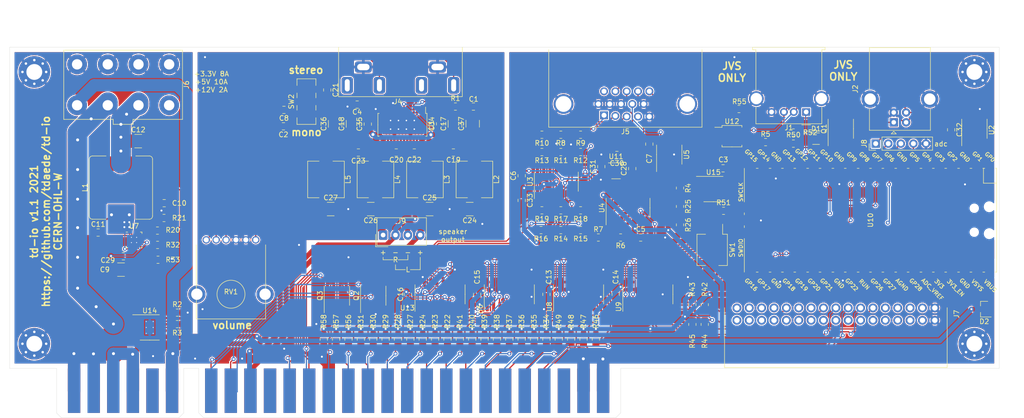
<source format=kicad_pcb>
(kicad_pcb (version 20171130) (host pcbnew 5.1.9-1.fc33)
  (layers (0 F.Cu signal) (31 B.Cu signal) (34 B.Paste user) (35 F.Paste user) (36 B.SilkS user) (37 F.SilkS user) (38 B.Mask user) (39 F.Mask user) (44 Edge.Cuts user))
  (net 0 "")
  (net 1 GND)
  (net 2 +12V)
  (net 3 "Net-(C2-Pad2)")
  (net 4 "Net-(C2-Pad1)")
  (net 5 +5V)
  (net 6 "Net-(C7-Pad1)")
  (net 7 "Net-(C8-Pad2)")
  (net 8 "Net-(C8-Pad1)")
  (net 9 +3V3)
  (net 10 "Net-(D2-Pad2)")
  (net 11 "Net-(D2-Pad1)")
  (net 12 "Net-(J1-Pad1)")
  (net 13 "Net-(J1-Pad2)")
  (net 14 "Net-(J1-Pad3)")
  (net 15 "Net-(J2-Pad1)")
  (net 16 /p2_4)
  (net 17 /p2start)
  (net 18 /lockout1)
  (net 19 /p2up)
  (net 20 /jamma_green)
  (net 21 /p2right)
  (net 22 /jamma_sync)
  (net 23 /p2left)
  (net 24 /c2)
  (net 25 /p2down)
  (net 26 /p2_3)
  (net 27 /meter1)
  (net 28 /p2_1)
  (net 29 "Net-(J3-PadM)")
  (net 30 /p2_2)
  (net 31 /p1_4)
  (net 32 /p1_3)
  (net 33 /p1_2)
  (net 34 /p1_1)
  (net 35 /p1right)
  (net 36 /p1left)
  (net 37 /p1down)
  (net 38 /p1up)
  (net 39 /p1start)
  (net 40 /c1)
  (net 41 /jamma_blue)
  (net 42 /jamma_red)
  (net 43 "Net-(J3-Pad11)")
  (net 44 /speaker+)
  (net 45 /lockout2)
  (net 46 /meter2)
  (net 47 "Net-(J5-Pad15)")
  (net 48 /vga_hsync)
  (net 49 "Net-(J5-Pad12)")
  (net 50 /vga_vsync)
  (net 51 "Net-(J5-Pad4)")
  (net 52 /vga_blue)
  (net 53 /vga_green)
  (net 54 /vga_red)
  (net 55 "Net-(J6-Pad1)")
  (net 56 "Net-(J7-Pad1)")
  (net 57 "Net-(J7-Pad2)")
  (net 58 "Net-(J7-Pad3)")
  (net 59 "Net-(J7-Pad4)")
  (net 60 "Net-(J7-Pad5)")
  (net 61 "Net-(J7-Pad6)")
  (net 62 "Net-(J7-Pad7)")
  (net 63 "Net-(J7-Pad8)")
  (net 64 /p2_6)
  (net 65 "Net-(J7-Pad10)")
  (net 66 "Net-(J7-Pad11)")
  (net 67 "Net-(J7-Pad12)")
  (net 68 "Net-(J7-Pad13)")
  (net 69 "Net-(J7-Pad14)")
  (net 70 /p1_6)
  (net 71 "Net-(J7-Pad16)")
  (net 72 /p1_5)
  (net 73 "Net-(J7-Pad18)")
  (net 74 "Net-(J7-Pad20)")
  (net 75 "Net-(J7-Pad22)")
  (net 76 /p2_5)
  (net 77 "Net-(J7-Pad24)")
  (net 78 "Net-(J7-Pad25)")
  (net 79 "Net-(J7-Pad26)")
  (net 80 "Net-(J7-Pad27)")
  (net 81 "Net-(J7-Pad28)")
  (net 82 "Net-(J7-Pad29)")
  (net 83 "Net-(J7-Pad30)")
  (net 84 "Net-(J7-Pad31)")
  (net 85 "Net-(J7-Pad32)")
  (net 86 /lockout1_ctl)
  (net 87 /meter1_ctl)
  (net 88 /lockout2_ctl)
  (net 89 /meter2_ctl)
  (net 90 /speaker-)
  (net 91 "Net-(R1-Pad1)")
  (net 92 "Net-(R11-Pad2)")
  (net 93 "Net-(R12-Pad2)")
  (net 94 "Net-(R13-Pad2)")
  (net 95 "Net-(R14-Pad1)")
  (net 96 "Net-(R15-Pad1)")
  (net 97 "Net-(R16-Pad1)")
  (net 98 "Net-(R25-Pad1)")
  (net 99 "Net-(SW1-Pad4)")
  (net 100 "Net-(SW1-Pad3)")
  (net 101 /jvs_tx)
  (net 102 /jvs_de)
  (net 103 /jvs_re)
  (net 104 /jvs_rx)
  (net 105 "Net-(U4-Pad3)")
  (net 106 /sr_clr)
  (net 107 /sr_clk)
  (net 108 /sr_data)
  (net 109 "Net-(U10-Pad43)")
  (net 110 "Net-(U10-Pad41)")
  (net 111 "Net-(U10-Pad25)")
  (net 112 "Net-(U10-Pad29)")
  (net 113 "Net-(U10-Pad30)")
  (net 114 "Net-(U10-Pad35)")
  (net 115 "Net-(U10-Pad37)")
  (net 116 "Net-(U10-Pad40)")
  (net 117 "Net-(C10-Pad1)")
  (net 118 "Net-(C11-Pad2)")
  (net 119 +3.3VP)
  (net 120 "Net-(R32-Pad2)")
  (net 121 "Net-(R20-Pad2)")
  (net 122 "Net-(U7-Pad11)")
  (net 123 "Net-(U7-Pad9)")
  (net 124 /SW)
  (net 125 "Net-(D1-Pad6)")
  (net 126 "Net-(D1-Pad2)")
  (net 127 "Net-(D1-Pad3)")
  (net 128 "Net-(D1-Pad1)")
  (net 129 "Net-(J3-Padd)")
  (net 130 "Net-(J3-Pad26)")
  (net 131 /sense_2.5v)
  (net 132 /sense_0v)
  (net 133 "Net-(R5-Pad2)")
  (net 134 "Net-(R55-Pad2)")
  (net 135 /termination)
  (net 136 /service)
  (net 137 /tilt)
  (net 138 /test)
  (net 139 "Net-(U13-Pad9)")
  (net 140 "Net-(U6-Pad9)")
  (net 141 "Net-(U6-Pad7)")
  (net 142 "Net-(U8-Pad9)")
  (net 143 "Net-(U8-Pad7)")
  (net 144 "Net-(U9-Pad7)")
  (net 145 "Net-(U13-Pad7)")
  (net 146 "Net-(C1-Pad2)")
  (net 147 "Net-(C4-Pad2)")
  (net 148 "Net-(C19-Pad2)")
  (net 149 "Net-(C20-Pad2)")
  (net 150 /speaker_r-)
  (net 151 "Net-(C21-Pad2)")
  (net 152 "Net-(C22-Pad2)")
  (net 153 "Net-(C23-Pad2)")
  (net 154 /speaker_r+)
  (net 155 "Net-(U1-Pad13)")
  (net 156 "Net-(U1-Pad1)")
  (net 157 "Net-(J3-PadE)")
  (net 158 "Net-(J3-Pad5)")
  (net 159 -5V)
  (net 160 +5VL)
  (net 161 "Net-(C19-Pad1)")
  (net 162 "Net-(C20-Pad1)")
  (net 163 "Net-(C22-Pad1)")
  (net 164 "Net-(C23-Pad1)")
  (net 165 /l_in)
  (net 166 /r_in)
  (net 167 "Net-(Q1-Pad5)")
  (net 168 "Net-(Q1-Pad4)")
  (net 169 "Net-(Q1-Pad3)")
  (net 170 "Net-(U4-Pad11)")
  (net 171 "Net-(U4-Pad8)")
  (net 172 /sense_in_high)
  (net 173 /sense_in_low)
  (net 174 "Net-(U10-Pad9)")
  (net 175 "Net-(U10-Pad7)")
  (net 176 "Net-(U10-Pad6)")
  (net 177 "Net-(C30-Pad1)")
  (net 178 "Net-(C30-Pad2)")
  (net 179 "Net-(R2-Pad1)")
  (net 180 "Net-(R3-Pad1)")
  (net 181 "Net-(U14-Pad6)")
  (net 182 "Net-(U14-Pad2)")
  (net 183 "Net-(R25-Pad2)")
  (net 184 "Net-(J5-Pad11)")
  (net 185 "Net-(SW2-Pad3)")
  (net 186 /adc2)
  (net 187 /adc1)
  (net 188 /adc0)
  (module Connector_PinHeader_2.54mm:PinHeader_1x05_P2.54mm_Vertical (layer F.Cu) (at 247.05 101.5 90)
    (fp_text reference J8 (at 0 -2.33 90) (layer F.SilkS))
    (fp_text value Conn_01x05_Male)
    (pad 5 thru_hole oval (at 0 10.16 90) (size 1.7 1.7) (drill 1) (layers *.Cu *.Mask) (net 1 GND))
    (pad 4 thru_hole oval (at 0 7.62 90) (size 1.7 1.7) (drill 1) (layers *.Cu *.Mask) (net 186 /adc2))
    (pad 3 thru_hole oval (at 0 5.08 90) (size 1.7 1.7) (drill 1) (layers *.Cu *.Mask) (net 187 /adc1))
    (pad 2 thru_hole oval (at 0 2.54 90) (size 1.7 1.7) (drill 1) (layers *.Cu *.Mask) (net 188 /adc0))
    (pad 1 thru_hole rect (at 0 0 90) (size 1.7 1.7) (drill 1) (layers *.Cu *.Mask) (net 9 +3V3))
  )
  (module Button_Switch_SMD:SW_DPDT_CK_JS202011JCQN (layer F.Cu) (at 132 93 90)
    (fp_text reference SW2 (at 0 -3.05 90) (layer F.SilkS))
    (fp_text value SW_DPDT_x2)
    (pad 3 smd rect (at 2.5 -1.2 90) (size 1 1.6) (layers F.Cu F.Paste F.Mask) (net 185 "Net-(SW2-Pad3)"))
    (pad 2 smd rect (at 0 -1.2 90) (size 1 1.6) (layers F.Cu F.Paste F.Mask) (net 8 "Net-(C8-Pad1)"))
    (pad 1 smd rect (at -2.5 -1.2 90) (size 1 1.6) (layers F.Cu F.Paste F.Mask) (net 4 "Net-(C2-Pad1)"))
    (pad 6 smd rect (at 2.5 1.2 90) (size 1 1.6) (layers F.Cu F.Paste F.Mask))
    (pad 5 smd rect (at 0 1.2 90) (size 1 1.6) (layers F.Cu F.Paste F.Mask))
    (pad 4 smd rect (at -2.5 1.2 90) (size 1 1.6) (layers F.Cu F.Paste F.Mask))
  )
  (module Capacitor_SMD:C_1210_3225Metric (layer F.Cu) (at 165.6 97.475 90)
    (fp_text reference C37 (at 0 -2.3 90) (layer F.SilkS))
    (fp_text value "47uF 16V")
    (pad 2 smd roundrect (at 1.475 0 90) (size 1.15 2.7) (layers F.Cu F.Paste F.Mask) (roundrect_rratio 0.217391) (net 1 GND))
    (pad 1 smd roundrect (at -1.475 0 90) (size 1.15 2.7) (layers F.Cu F.Paste F.Mask) (roundrect_rratio 0.217391) (net 2 +12V))
  )
  (module Capacitor_SMD:C_1210_3225Metric (layer F.Cu) (at 137.8 97.5 90)
    (fp_text reference C36 (at 0 -2.3 90) (layer F.SilkS))
    (fp_text value "47uF 16V")
    (pad 2 smd roundrect (at 1.475 0 90) (size 1.15 2.7) (layers F.Cu F.Paste F.Mask) (roundrect_rratio 0.217391) (net 1 GND))
    (pad 1 smd roundrect (at -1.475 0 90) (size 1.15 2.7) (layers F.Cu F.Paste F.Mask) (roundrect_rratio 0.217391) (net 2 +12V))
  )
  (module Capacitor_SMD:C_0805_2012Metric (layer F.Cu) (at 144.4 97.55 90)
    (fp_text reference C35 (at 0 -1.68 90) (layer F.SilkS))
    (fp_text value 0.1uF)
    (pad 2 smd roundrect (at 0.95 0 90) (size 1 1.45) (layers F.Cu F.Paste F.Mask) (net 1 GND))
    (pad 1 smd roundrect (at -0.95 0 90) (size 1 1.45) (layers F.Cu F.Paste F.Mask) (net 2 +12V))
  )
  (module Capacitor_SMD:C_0805_2012Metric (layer F.Cu) (at 159 97.5 90)
    (fp_text reference C34 (at 0 -1.68 90) (layer F.SilkS))
    (fp_text value 0.1uF)
    (pad 2 smd roundrect (at 0.95 0 90) (size 1 1.45) (layers F.Cu F.Paste F.Mask) (net 1 GND))
    (pad 1 smd roundrect (at -0.95 0 90) (size 1 1.45) (layers F.Cu F.Paste F.Mask) (net 2 +12V))
  )
  (module Capacitor_SMD:C_1210_3225Metric (layer F.Cu) (at 141.4 97.5 90)
    (fp_text reference C18 (at 0 -2.3 90) (layer F.SilkS))
    (fp_text value "47uF 16V")
    (pad 2 smd roundrect (at 1.475 0 90) (size 1.15 2.7) (layers F.Cu F.Paste F.Mask) (roundrect_rratio 0.217391) (net 1 GND))
    (pad 1 smd roundrect (at -1.475 0 90) (size 1.15 2.7) (layers F.Cu F.Paste F.Mask) (roundrect_rratio 0.217391) (net 2 +12V))
  )
  (module Capacitor_SMD:C_1210_3225Metric (layer F.Cu) (at 162 97.5 90)
    (fp_text reference C17 (at 0 -2.3 90) (layer F.SilkS))
    (fp_text value "47uF 16V")
    (pad 2 smd roundrect (at 1.475 0 90) (size 1.15 2.7) (layers F.Cu F.Paste F.Mask) (roundrect_rratio 0.217391) (net 1 GND))
    (pad 1 smd roundrect (at -1.475 0 90) (size 1.15 2.7) (layers F.Cu F.Paste F.Mask) (roundrect_rratio 0.217391) (net 2 +12V))
  )
  (module Capacitor_SMD:C_0805_2012Metric (layer F.Cu) (at 175.5 113 270)
    (fp_text reference C33 (at 0 -1.68 90) (layer F.SilkS))
    (fp_text value 3.3uF)
    (pad 2 smd roundrect (at 0.95 0 270) (size 1 1.45) (layers F.Cu F.Paste F.Mask) (net 1 GND))
    (pad 1 smd roundrect (at -0.95 0 270) (size 1 1.45) (layers F.Cu F.Paste F.Mask) (net 5 +5V))
  )
  (module Capacitor_SMD:C_0805_2012Metric (layer F.Cu) (at 262.3 98.7 270)
    (fp_text reference C32 (at 0 -1.68 90) (layer F.SilkS))
    (fp_text value 0.1uF)
    (pad 2 smd roundrect (at 0.95 0 270) (size 1 1.45) (layers F.Cu F.Paste F.Mask) (net 1 GND))
    (pad 1 smd roundrect (at -0.95 0 270) (size 1 1.45) (layers F.Cu F.Paste F.Mask) (net 9 +3V3))
  )
  (module td-io:HTSSOP-28-1EP_4.4x9.7mm_P0.65mm_tpa3138_ThermalVias (layer F.Cu) (at 151.4 97.7 270)
    (fp_text reference U1 (at 0 -5.8 270) (layer F.SilkS))
    (fp_text value TPA3138D2)
    (pad 29 smd rect (at 0 0 270) (size 2.85 5.4) (layers B.Cu) (net 1 GND))
    (pad 29 thru_hole circle (at 0.875 2.4 270) (size 0.6 0.6) (drill 0.3) (layers *.Cu) (net 1 GND))
    (pad 29 thru_hole circle (at -0.875 2.4 270) (size 0.6 0.6) (drill 0.3) (layers *.Cu) (net 1 GND))
    (pad 29 thru_hole circle (at 0.875 0.8 270) (size 0.6 0.6) (drill 0.3) (layers *.Cu) (net 1 GND))
    (pad 29 thru_hole circle (at -0.875 0.8 270) (size 0.6 0.6) (drill 0.3) (layers *.Cu) (net 1 GND))
    (pad 29 thru_hole circle (at 0.875 -0.8 270) (size 0.6 0.6) (drill 0.3) (layers *.Cu) (net 1 GND))
    (pad 29 thru_hole circle (at -0.875 -0.8 270) (size 0.6 0.6) (drill 0.3) (layers *.Cu) (net 1 GND))
    (pad 29 thru_hole circle (at 0.875 -2.4 270) (size 0.6 0.6) (drill 0.3) (layers *.Cu) (net 1 GND))
    (pad 29 thru_hole circle (at -0.875 -2.4 270) (size 0.6 0.6) (drill 0.3) (layers *.Cu) (net 1 GND))
    (pad 29 smd rect (at 0 0 270) (size 2.34 3.04) (layers F.Cu F.Mask) (net 1 GND))
    (pad 28 smd roundrect (at 2.8625 -4.225 270) (size 1.475 0.4) (layers F.Cu F.Paste F.Mask) (net 2 +12V))
    (pad 27 smd roundrect (at 2.8625 -3.575 270) (size 1.475 0.4) (layers F.Cu F.Paste F.Mask) (net 2 +12V))
    (pad 26 smd roundrect (at 2.8625 -2.925 270) (size 1.475 0.4) (layers F.Cu F.Paste F.Mask) (net 148 "Net-(C19-Pad2)"))
    (pad 25 smd roundrect (at 2.8625 -2.275 270) (size 1.475 0.4) (layers F.Cu F.Paste F.Mask) (net 161 "Net-(C19-Pad1)"))
    (pad 24 smd roundrect (at 2.8625 -1.625 270) (size 1.475 0.4) (layers F.Cu F.Paste F.Mask) (net 1 GND))
    (pad 23 smd roundrect (at 2.8625 -0.975 270) (size 1.475 0.4) (layers F.Cu F.Paste F.Mask) (net 163 "Net-(C22-Pad1)"))
    (pad 22 smd roundrect (at 2.8625 -0.325 270) (size 1.475 0.4) (layers F.Cu F.Paste F.Mask) (net 152 "Net-(C22-Pad2)"))
    (pad 21 smd roundrect (at 2.8625 0.325 270) (size 1.475 0.4) (layers F.Cu F.Paste F.Mask) (net 149 "Net-(C20-Pad2)"))
    (pad 20 smd roundrect (at 2.8625 0.975 270) (size 1.475 0.4) (layers F.Cu F.Paste F.Mask) (net 162 "Net-(C20-Pad1)"))
    (pad 19 smd roundrect (at 2.8625 1.625 270) (size 1.475 0.4) (layers F.Cu F.Paste F.Mask) (net 1 GND))
    (pad 18 smd roundrect (at 2.8625 2.275 270) (size 1.475 0.4) (layers F.Cu F.Paste F.Mask) (net 164 "Net-(C23-Pad1)"))
    (pad 17 smd roundrect (at 2.8625 2.925 270) (size 1.475 0.4) (layers F.Cu F.Paste F.Mask) (net 153 "Net-(C23-Pad2)"))
    (pad 16 smd roundrect (at 2.8625 3.575 270) (size 1.475 0.4) (layers F.Cu F.Paste F.Mask) (net 2 +12V))
    (pad 15 smd roundrect (at 2.8625 4.225 270) (size 1.475 0.4) (layers F.Cu F.Paste F.Mask) (net 2 +12V))
    (pad 14 smd roundrect (at -2.8625 4.225 270) (size 1.475 0.4) (layers F.Cu F.Paste F.Mask) (net 1 GND))
    (pad 13 smd roundrect (at -2.8625 3.575 270) (size 1.475 0.4) (layers F.Cu F.Paste F.Mask) (net 155 "Net-(U1-Pad13)"))
    (pad 12 smd roundrect (at -2.8625 2.925 270) (size 1.475 0.4) (layers F.Cu F.Paste F.Mask) (net 8 "Net-(C8-Pad1)"))
    (pad 11 smd roundrect (at -2.8625 2.275 270) (size 1.475 0.4) (layers F.Cu F.Paste F.Mask) (net 147 "Net-(C4-Pad2)"))
    (pad 10 smd roundrect (at -2.8625 1.625 270) (size 1.475 0.4) (layers F.Cu F.Paste F.Mask) (net 1 GND))
    (pad 9 smd roundrect (at -2.8625 0.975 270) (size 1.475 0.4) (layers F.Cu F.Paste F.Mask) (net 151 "Net-(C21-Pad2)"))
    (pad 8 smd roundrect (at -2.8625 0.325 270) (size 1.475 0.4) (layers F.Cu F.Paste F.Mask) (net 1 GND))
    (pad 7 smd roundrect (at -2.8625 -0.325 270) (size 1.475 0.4) (layers F.Cu F.Paste F.Mask) (net 2 +12V))
    (pad 6 smd roundrect (at -2.8625 -0.975 270) (size 1.475 0.4) (layers F.Cu F.Paste F.Mask) (net 1 GND))
    (pad 5 smd roundrect (at -2.8625 -1.625 270) (size 1.475 0.4) (layers F.Cu F.Paste F.Mask) (net 1 GND))
    (pad 4 smd roundrect (at -2.8625 -2.275 270) (size 1.475 0.4) (layers F.Cu F.Paste F.Mask) (net 146 "Net-(C1-Pad2)"))
    (pad 3 smd roundrect (at -2.8625 -2.925 270) (size 1.475 0.4) (layers F.Cu F.Paste F.Mask) (net 4 "Net-(C2-Pad1)"))
    (pad 2 smd roundrect (at -2.8625 -3.575 270) (size 1.475 0.4) (layers F.Cu F.Paste F.Mask) (net 91 "Net-(R1-Pad1)"))
    (pad 1 smd roundrect (at -2.8625 -4.225 270) (size 1.475 0.4) (layers F.Cu F.Paste F.Mask) (net 156 "Net-(U1-Pad1)"))
  )
  (module Capacitor_SMD:C_1210_3225Metric (layer F.Cu) (at 98 101)
    (fp_text reference C12 (at 0 -2.3) (layer F.SilkS))
    (fp_text value 100uF)
    (pad 2 smd roundrect (at 1.475 0) (size 1.15 2.7) (layers F.Cu F.Paste F.Mask) (roundrect_rratio 0.217391) (net 1 GND))
    (pad 1 smd roundrect (at -1.475 0) (size 1.15 2.7) (layers F.Cu F.Paste F.Mask) (roundrect_rratio 0.217391) (net 119 +3.3VP))
  )
  (module Resistor_SMD:R_0805_2012Metric (layer F.Cu) (at 207.5 117.9375 270)
    (fp_text reference R26 (at 0 -1.65 90) (layer F.SilkS))
    (fp_text value 10k)
    (pad 2 smd roundrect (at 0.9125 0 270) (size 1.025 1.4) (layers F.Cu F.Paste F.Mask) (roundrect_rratio 0.243902) (net 1 GND))
    (pad 1 smd roundrect (at -0.9125 0 270) (size 1.025 1.4) (layers F.Cu F.Paste F.Mask) (roundrect_rratio 0.243902) (net 183 "Net-(R25-Pad2)"))
  )
  (module Resistor_SMD:R_0805_2012Metric (layer F.Cu) (at 207.5 114.2125 270)
    (fp_text reference R25 (at 0 -1.65 90) (layer F.SilkS))
    (fp_text value 20k)
    (pad 2 smd roundrect (at 0.9125 0 270) (size 1.025 1.4) (layers F.Cu F.Paste F.Mask) (roundrect_rratio 0.243902) (net 183 "Net-(R25-Pad2)"))
    (pad 1 smd roundrect (at -0.9125 0 270) (size 1.025 1.4) (layers F.Cu F.Paste F.Mask) (roundrect_rratio 0.243902) (net 98 "Net-(R25-Pad1)"))
  )
  (module Resistor_SMD:R_0805_2012Metric (layer F.Cu) (at 207.5 110.4875 270)
    (fp_text reference R4 (at 0 -1.65 90) (layer F.SilkS))
    (fp_text value 10k)
    (pad 2 smd roundrect (at 0.9125 0 270) (size 1.025 1.4) (layers F.Cu F.Paste F.Mask) (roundrect_rratio 0.243902) (net 98 "Net-(R25-Pad1)"))
    (pad 1 smd roundrect (at -0.9125 0 270) (size 1.025 1.4) (layers F.Cu F.Paste F.Mask) (roundrect_rratio 0.243902) (net 5 +5V))
  )
  (module Resistor_SMD:R_0805_2012Metric (layer F.Cu) (at 105.8875 138.025)
    (fp_text reference R3 (at 0 1.775) (layer F.SilkS))
    (fp_text value 1k)
    (pad 2 smd roundrect (at 0.9125 0) (size 1.025 1.4) (layers F.Cu F.Paste F.Mask) (roundrect_rratio 0.243902) (net 1 GND))
    (pad 1 smd roundrect (at -0.9125 0) (size 1.025 1.4) (layers F.Cu F.Paste F.Mask) (roundrect_rratio 0.243902) (net 180 "Net-(R3-Pad1)"))
  )
  (module Resistor_SMD:R_0805_2012Metric (layer F.Cu) (at 105.9 135.7)
    (fp_text reference R2 (at 0 -1.65) (layer F.SilkS))
    (fp_text value 400k)
    (pad 2 smd roundrect (at 0.9125 0) (size 1.025 1.4) (layers F.Cu F.Paste F.Mask) (roundrect_rratio 0.243902) (net 1 GND))
    (pad 1 smd roundrect (at -0.9125 0) (size 1.025 1.4) (layers F.Cu F.Paste F.Mask) (roundrect_rratio 0.243902) (net 179 "Net-(R2-Pad1)"))
  )
  (module td-io:DSUB-15-HD_Female_Horizontal_P2.29x2.5mm_EdgePinOffset8.35mm_Housed_MountingHolesOffset10.89mm (layer F.Cu) (at 192.145 94.75 180)
    (fp_text reference J5 (at -4.318 -4.318) (layer F.SilkS))
    (fp_text value DB15_Female_HighDensity_MountingHoles)
    (pad 0 thru_hole circle (at 8.185 1.27 180) (size 4 4) (drill 3.2) (layers *.Cu *.Mask) (net 1 GND))
    (pad 0 thru_hole circle (at -16.815 1.27 180) (size 4 4) (drill 3.2) (layers *.Cu *.Mask) (net 1 GND))
    (pad 15 thru_hole circle (at -9.16 3.833 180) (size 1.6 1.6) (drill 1) (layers *.Cu *.Mask) (net 47 "Net-(J5-Pad15)"))
    (pad 14 thru_hole circle (at -6.87 3.833 180) (size 1.6 1.6) (drill 1) (layers *.Cu *.Mask) (net 50 /vga_vsync))
    (pad 13 thru_hole circle (at -4.58 3.833 180) (size 1.6 1.6) (drill 1) (layers *.Cu *.Mask) (net 48 /vga_hsync))
    (pad 12 thru_hole circle (at -2.29 3.833 180) (size 1.6 1.6) (drill 1) (layers *.Cu *.Mask) (net 49 "Net-(J5-Pad12)"))
    (pad 11 thru_hole circle (at 0 3.833 180) (size 1.6 1.6) (drill 1) (layers *.Cu *.Mask) (net 184 "Net-(J5-Pad11)"))
    (pad 10 thru_hole circle (at -8.015 1.27 180) (size 1.6 1.6) (drill 1) (layers *.Cu *.Mask) (net 1 GND))
    (pad 9 thru_hole circle (at -5.715 1.27 180) (size 1.6 1.6) (drill 1) (layers *.Cu *.Mask) (net 6 "Net-(C7-Pad1)"))
    (pad 8 thru_hole circle (at -3.435 1.27 180) (size 1.6 1.6) (drill 1) (layers *.Cu *.Mask) (net 1 GND))
    (pad 7 thru_hole circle (at -1.145 1.27 180) (size 1.6 1.6) (drill 1) (layers *.Cu *.Mask) (net 1 GND))
    (pad 6 thru_hole circle (at 1.145 1.27 180) (size 1.6 1.6) (drill 1) (layers *.Cu *.Mask) (net 1 GND))
    (pad 5 thru_hole circle (at -9.16 -1.27 180) (size 1.6 1.6) (drill 1) (layers *.Cu *.Mask) (net 1 GND))
    (pad 4 thru_hole circle (at -6.87 -1.27 180) (size 1.6 1.6) (drill 1) (layers *.Cu *.Mask) (net 51 "Net-(J5-Pad4)"))
    (pad 3 thru_hole circle (at -4.572 -1.27 180) (size 1.6 1.6) (drill 1) (layers *.Cu *.Mask) (net 52 /vga_blue))
    (pad 2 thru_hole circle (at -2.286 -1.143 180) (size 1.6 1.6) (drill 1) (layers *.Cu *.Mask) (net 53 /vga_green))
    (pad 1 thru_hole rect (at 0 -1.016 180) (size 1.6 1.6) (drill 1) (layers *.Cu *.Mask) (net 54 /vga_red))
  )
  (module Capacitor_SMD:C_0805_2012Metric (layer F.Cu) (at 191.59 106.15 90)
    (fp_text reference C31 (at 0 -1.68 90) (layer F.SilkS))
    (fp_text value 3.3uF)
    (pad 2 smd roundrect (at 0.95 0 90) (size 1 1.45) (layers F.Cu F.Paste F.Mask) (net 1 GND))
    (pad 1 smd roundrect (at -0.95 0 90) (size 1 1.45) (layers F.Cu F.Paste F.Mask) (net 159 -5V))
  )
  (module Capacitor_SMD:C_0805_2012Metric (layer F.Cu) (at 194.75 103.8 180)
    (fp_text reference C30 (at 0 -1.68) (layer F.SilkS))
    (fp_text value 3.3uF)
    (pad 2 smd roundrect (at 0.95 0 180) (size 1 1.45) (layers F.Cu F.Paste F.Mask) (net 178 "Net-(C30-Pad2)"))
    (pad 1 smd roundrect (at -0.95 0 180) (size 1 1.45) (layers F.Cu F.Paste F.Mask) (net 177 "Net-(C30-Pad1)"))
  )
  (module Capacitor_SMD:C_0805_2012Metric (layer F.Cu) (at 95 124.3)
    (fp_text reference C29 (at -3.15 0.8) (layer F.SilkS))
    (fp_text value 0.1uF)
    (pad 2 smd roundrect (at 0.95 0) (size 1 1.45) (layers F.Cu F.Paste F.Mask) (net 1 GND))
    (pad 1 smd roundrect (at -0.95 0) (size 1 1.45) (layers F.Cu F.Paste F.Mask) (net 160 +5VL))
  )
  (module Capacitor_SMD:C_0805_2012Metric (layer F.Cu) (at 197.85 106.55 90)
    (fp_text reference C28 (at 0 -1.68 90) (layer F.SilkS))
    (fp_text value 3.3uF)
    (pad 2 smd roundrect (at 0.95 0 90) (size 1 1.45) (layers F.Cu F.Paste F.Mask) (net 1 GND))
    (pad 1 smd roundrect (at -0.95 0 90) (size 1 1.45) (layers F.Cu F.Paste F.Mask) (net 5 +5V))
  )
  (module Package_SO:SOIC-8_3.9x4.9mm_P1.27mm (layer F.Cu) (at 214.25 110.7)
    (fp_text reference U15 (at 0 -3.4) (layer F.SilkS))
    (fp_text value LM2903)
    (pad 8 smd roundrect (at 2.475 -1.905) (size 1.95 0.6) (layers F.Cu F.Paste F.Mask) (net 5 +5V))
    (pad 7 smd roundrect (at 2.475 -0.635) (size 1.95 0.6) (layers F.Cu F.Paste F.Mask) (net 172 /sense_in_high))
    (pad 6 smd roundrect (at 2.475 0.635) (size 1.95 0.6) (layers F.Cu F.Paste F.Mask) (net 98 "Net-(R25-Pad1)"))
    (pad 5 smd roundrect (at 2.475 1.905) (size 1.95 0.6) (layers F.Cu F.Paste F.Mask) (net 12 "Net-(J1-Pad1)"))
    (pad 4 smd roundrect (at -2.475 1.905) (size 1.95 0.6) (layers F.Cu F.Paste F.Mask) (net 1 GND))
    (pad 3 smd roundrect (at -2.475 0.635) (size 1.95 0.6) (layers F.Cu F.Paste F.Mask) (net 12 "Net-(J1-Pad1)"))
    (pad 2 smd roundrect (at -2.475 -0.635) (size 1.95 0.6) (layers F.Cu F.Paste F.Mask) (net 183 "Net-(R25-Pad2)"))
    (pad 1 smd roundrect (at -2.475 -1.905) (size 1.95 0.6) (layers F.Cu F.Paste F.Mask) (net 173 /sense_in_low))
  )
  (module Package_SO:SOIC-8-1EP_3.9x4.9mm_P1.27mm_EP2.41x3.3mm_ThermalVias (layer F.Cu) (at 100.325 138.7)
    (fp_text reference U14 (at 0 -3.4) (layer F.SilkS))
    (fp_text value TPS259620)
    (pad 9 smd rect (at 0 0) (size 1.9 2.9) (layers B.Cu) (net 1 GND))
    (pad 9 thru_hole circle (at 0.7 1.2) (size 0.5 0.5) (drill 0.2) (layers *.Cu) (net 1 GND))
    (pad 9 thru_hole circle (at -0.7 1.2) (size 0.5 0.5) (drill 0.2) (layers *.Cu) (net 1 GND))
    (pad 9 thru_hole circle (at 0.7 0) (size 0.5 0.5) (drill 0.2) (layers *.Cu) (net 1 GND))
    (pad 9 thru_hole circle (at -0.7 0) (size 0.5 0.5) (drill 0.2) (layers *.Cu) (net 1 GND))
    (pad 9 thru_hole circle (at 0.7 -1.2) (size 0.5 0.5) (drill 0.2) (layers *.Cu) (net 1 GND))
    (pad 9 thru_hole circle (at -0.7 -1.2) (size 0.5 0.5) (drill 0.2) (layers *.Cu) (net 1 GND))
    (pad 9 smd rect (at 0 0) (size 2.41 3.3) (layers F.Cu F.Mask) (net 1 GND))
    (pad 8 smd roundrect (at 2.475 -1.905) (size 1.95 0.6) (layers F.Cu F.Paste F.Mask) (net 179 "Net-(R2-Pad1)"))
    (pad 7 smd roundrect (at 2.475 -0.635) (size 1.95 0.6) (layers F.Cu F.Paste F.Mask) (net 180 "Net-(R3-Pad1)"))
    (pad 6 smd roundrect (at 2.475 0.635) (size 1.95 0.6) (layers F.Cu F.Paste F.Mask) (net 181 "Net-(U14-Pad6)"))
    (pad 5 smd roundrect (at 2.475 1.905) (size 1.95 0.6) (layers F.Cu F.Paste F.Mask) (net 5 +5V))
    (pad 4 smd roundrect (at -2.475 1.905) (size 1.95 0.6) (layers F.Cu F.Paste F.Mask) (net 160 +5VL))
    (pad 3 smd roundrect (at -2.475 0.635) (size 1.95 0.6) (layers F.Cu F.Paste F.Mask) (net 160 +5VL))
    (pad 2 smd roundrect (at -2.475 -0.635) (size 1.95 0.6) (layers F.Cu F.Paste F.Mask) (net 182 "Net-(U14-Pad2)"))
    (pad 1 smd roundrect (at -2.475 -1.905) (size 1.95 0.6) (layers F.Cu F.Paste F.Mask) (net 1 GND))
  )
  (module Package_TO_SOT_SMD:SOT-23-6 (layer F.Cu) (at 194.57 107.01)
    (fp_text reference U11 (at 0 -2.9) (layer F.SilkS))
    (fp_text value LM2664M4)
    (pad 5 smd rect (at 1.1 0) (size 1.06 0.65) (layers F.Cu F.Paste F.Mask) (net 5 +5V))
    (pad 6 smd rect (at 1.1 -0.95) (size 1.06 0.65) (layers F.Cu F.Paste F.Mask) (net 177 "Net-(C30-Pad1)"))
    (pad 4 smd rect (at 1.1 0.95) (size 1.06 0.65) (layers F.Cu F.Paste F.Mask) (net 5 +5V))
    (pad 3 smd rect (at -1.1 0.95) (size 1.06 0.65) (layers F.Cu F.Paste F.Mask) (net 178 "Net-(C30-Pad2)"))
    (pad 2 smd rect (at -1.1 0) (size 1.06 0.65) (layers F.Cu F.Paste F.Mask) (net 159 -5V))
    (pad 1 smd rect (at -1.1 -0.95) (size 1.06 0.65) (layers F.Cu F.Paste F.Mask) (net 1 GND))
  )
  (module td-io:RJE-20 (layer F.Cu) (at 97.15 121)
    (fp_text reference U7 (at 0 -2.82) (layer F.SilkS))
    (fp_text value TPS568230)
    (pad 21 smd rect (at 0 0) (size 1.55 1.55) (layers B.Cu) (net 1 GND))
    (pad 21 thru_hole circle (at 0.525 0.525) (size 0.5 0.5) (drill 0.2) (layers *.Cu) (net 1 GND))
    (pad 21 thru_hole circle (at -0.525 0.525) (size 0.5 0.5) (drill 0.2) (layers *.Cu) (net 1 GND))
    (pad 21 thru_hole circle (at 0.525 -0.525) (size 0.5 0.5) (drill 0.2) (layers *.Cu) (net 1 GND))
    (pad 21 thru_hole circle (at -0.525 -0.525) (size 0.5 0.5) (drill 0.2) (layers *.Cu) (net 1 GND))
    (pad 21 smd rect (at 0.123 0) (size 0.926 0.975) (layers F.Cu F.Mask) (net 1 GND))
    (pad 20 smd custom (at -0.9 -1.45) (size 0.143934 0.143934) (layers F.Cu F.Paste F.Mask) (net 124 /SW) (options (clearance outline) (anchor circle)) (primitives (gr_poly (pts (xy -0.075 -0.375) (xy 0.075 -0.375) (xy 0.075 0.375) (xy 0.045711 0.375) (xy -0.075 0.254289)) (width 0.1))))
    (pad 19 smd roundrect (at -0.45 -1.45) (size 0.25 0.85) (layers F.Cu F.Paste F.Mask) (net 124 /SW))
    (pad 18 smd roundrect (at 0 -1.45) (size 0.25 0.85) (layers F.Cu F.Paste F.Mask) (net 1 GND))
    (pad 17 smd roundrect (at 0.45 -1.45) (size 0.25 0.85) (layers F.Cu F.Paste F.Mask) (net 117 "Net-(C10-Pad1)"))
    (pad 16 smd custom (at 0.9 -1.45) (size 0.143934 0.143934) (layers F.Cu F.Paste F.Mask) (options (clearance outline) (anchor circle)) (primitives (gr_poly (pts (xy -0.075 -0.375) (xy 0.075 -0.375) (xy 0.075 0.254289) (xy -0.045711 0.375) (xy -0.075 0.375)) (width 0.1))))
    (pad 15 smd custom (at 1.45 -0.9) (size 0.143934 0.143934) (layers F.Cu F.Paste F.Mask) (net 121 "Net-(R20-Pad2)") (options (clearance outline) (anchor circle)) (primitives (gr_poly (pts (xy -0.375 0.045711) (xy -0.254289 -0.075) (xy 0.375 -0.075) (xy 0.375 0.075) (xy -0.375 0.075)) (width 0.1))))
    (pad 14 smd roundrect (at 1.45 -0.45) (size 0.85 0.25) (layers F.Cu F.Paste F.Mask) (net 120 "Net-(R32-Pad2)"))
    (pad 13 smd roundrect (at 1.45 0) (size 0.85 0.25) (layers F.Cu F.Paste F.Mask) (net 1 GND))
    (pad 12 smd roundrect (at 1.45 0.45) (size 0.85 0.25) (layers F.Cu F.Paste F.Mask) (net 160 +5VL))
    (pad 11 smd custom (at 1.45 0.9) (size 0.143934 0.143934) (layers F.Cu F.Paste F.Mask) (net 122 "Net-(U7-Pad11)") (options (clearance outline) (anchor circle)) (primitives (gr_poly (pts (xy -0.375 -0.075) (xy 0.375 -0.075) (xy 0.375 0.075) (xy -0.254289 0.075) (xy -0.375 -0.045711)) (width 0.1))))
    (pad 10 smd custom (at 0.9 1.45) (size 0.143934 0.143934) (layers F.Cu F.Paste F.Mask) (options (clearance outline) (anchor circle)) (primitives (gr_poly (pts (xy -0.075 -0.375) (xy -0.045711 -0.375) (xy 0.075 -0.254289) (xy 0.075 0.375) (xy -0.075 0.375)) (width 0.1))))
    (pad 9 smd roundrect (at 0.45 1.45) (size 0.25 0.85) (layers F.Cu F.Paste F.Mask) (net 123 "Net-(U7-Pad9)"))
    (pad 8 smd roundrect (at 0 1.45) (size 0.25 0.85) (layers F.Cu F.Paste F.Mask) (net 1 GND))
    (pad 7 smd roundrect (at -0.45 1.45) (size 0.25 0.85) (layers F.Cu F.Paste F.Mask) (net 1 GND))
    (pad 6 smd custom (at -0.9 1.45) (size 0.143934 0.143934) (layers F.Cu F.Paste F.Mask) (net 124 /SW) (options (clearance outline) (anchor circle)) (primitives (gr_poly (pts (xy -0.075 -0.254289) (xy 0.045711 -0.375) (xy 0.075 -0.375) (xy 0.075 0.375) (xy -0.075 0.375)) (width 0.1))))
    (pad 5 smd custom (at -1.45 0.9) (size 0.143934 0.143934) (layers F.Cu F.Paste F.Mask) (net 160 +5VL) (options (clearance outline) (anchor circle)) (primitives (gr_poly (pts (xy -0.375 -0.075) (xy 0.375 -0.075) (xy 0.375 -0.045711) (xy 0.254289 0.075) (xy -0.375 0.075)) (width 0.1))))
    (pad 4 smd roundrect (at -1.45 0.45) (size 0.85 0.25) (layers F.Cu F.Paste F.Mask) (net 160 +5VL))
    (pad 3 smd roundrect (at -1.45 0) (size 0.85 0.25) (layers F.Cu F.Paste F.Mask) (net 160 +5VL))
    (pad 2 smd roundrect (at -1.45 -0.45) (size 0.85 0.25) (layers F.Cu F.Paste F.Mask) (net 160 +5VL))
    (pad 1 smd custom (at -1.45 -0.9) (size 0.143934 0.143934) (layers F.Cu F.Paste F.Mask) (net 118 "Net-(C11-Pad2)") (options (clearance outline) (anchor circle)) (primitives (gr_poly (pts (xy -0.375 -0.075) (xy 0.254289 -0.075) (xy 0.375 0.045711) (xy 0.375 0.075) (xy -0.375 0.075)) (width 0.1))))
  )
  (module Inductor_SMD:L_Bourns_SRR1260 (layer F.Cu) (at 94.5 110.4 90)
    (fp_text reference L1 (at 0 -7.25 90) (layer F.SilkS))
    (fp_text value 1.5uH)
    (pad 1 smd rect (at -4.85 0 90) (size 2.9 5.4) (layers F.Cu F.Paste F.Mask) (net 124 /SW))
    (pad 2 smd rect (at 4.85 0 90) (size 2.9 5.4) (layers F.Cu F.Paste F.Mask) (net 119 +3.3VP))
  )
  (module td-io:JST_SH_B4B-NH-A_1x04_P2.50mm_Vertical (layer F.Cu) (at 147.5 120)
    (fp_text reference J9 (at 3.75 -2.8) (layer F.SilkS))
    (fp_text value Conn_01x04_Male)
    (pad 4 thru_hole oval (at 7.5 0) (size 1.7 1.95) (drill 0.95) (layers *.Cu *.Mask) (net 44 /speaker+))
    (pad 3 thru_hole oval (at 5 0) (size 1.7 1.95) (drill 0.95) (layers *.Cu *.Mask) (net 150 /speaker_r-))
    (pad 2 thru_hole oval (at 2.5 0) (size 1.7 1.95) (drill 0.95) (layers *.Cu *.Mask) (net 90 /speaker-))
    (pad 1 thru_hole roundrect (at 0 0) (size 1.7 1.95) (drill 0.95) (layers *.Cu *.Mask) (roundrect_rratio 0.147059) (net 154 /speaker_r+))
  )
  (module td-io:PJRAN2X1U01AUX (layer F.Cu) (at 158.5 86 180)
    (fp_text reference J4 (at 8 -7) (layer F.SilkS))
    (fp_text value Conn_Coaxial_x2)
    (pad 5 thru_hole roundrect (at 18.25 -3.7 180) (size 2.3 3.4) (drill oval 1 2.5) (layers *.Cu *.Mask))
    (pad 2 thru_hole roundrect (at 11.75 -3.7 180) (size 2.3 3.4) (drill oval 1 2.5) (layers *.Cu *.Mask) (net 165 /l_in))
    (pad 3 thru_hole roundrect (at 0 0 180) (size 3.4 2.3) (drill oval 2.5 1.3) (layers *.Cu *.Mask) (net 1 GND))
    (pad 3 thru_hole roundrect (at 15 0 180) (size 3.4 2.3) (drill oval 2.5 1.3) (layers *.Cu *.Mask) (net 1 GND))
    (pad 1 thru_hole roundrect (at -3.25 -3.7 180) (size 2.3 3.4) (drill oval 1 2.5) (layers *.Cu *.Mask) (net 166 /r_in))
    (pad 4 thru_hole roundrect (at 3.25 -3.7 180) (size 2.3 3.4) (drill oval 1 2.5) (layers *.Cu *.Mask))
  )
  (module Capacitor_SMD:C_1210_3225Metric (layer F.Cu) (at 136.9 114.75)
    (fp_text reference C27 (at 0 -2.3) (layer F.SilkS))
    (fp_text value 2.2uF)
    (pad 2 smd roundrect (at 1.475 0) (size 1.15 2.7) (layers F.Cu F.Paste F.Mask) (roundrect_rratio 0.217391) (net 1 GND))
    (pad 1 smd roundrect (at -1.475 0) (size 1.15 2.7) (layers F.Cu F.Paste F.Mask) (roundrect_rratio 0.217391) (net 154 /speaker_r+))
  )
  (module Capacitor_SMD:C_1210_3225Metric (layer F.Cu) (at 145 114.75 180)
    (fp_text reference C26 (at 0 -2.3) (layer F.SilkS))
    (fp_text value 2.2uF)
    (pad 2 smd roundrect (at 1.475 0 180) (size 1.15 2.7) (layers F.Cu F.Paste F.Mask) (roundrect_rratio 0.217391) (net 1 GND))
    (pad 1 smd roundrect (at -1.475 0 180) (size 1.15 2.7) (layers F.Cu F.Paste F.Mask) (roundrect_rratio 0.217391) (net 150 /speaker_r-))
  )
  (module Capacitor_SMD:C_1210_3225Metric (layer F.Cu) (at 156.9 114.75)
    (fp_text reference C25 (at 0 -2.3) (layer F.SilkS))
    (fp_text value 2.2uF)
    (pad 2 smd roundrect (at 1.475 0) (size 1.15 2.7) (layers F.Cu F.Paste F.Mask) (roundrect_rratio 0.217391) (net 1 GND))
    (pad 1 smd roundrect (at -1.475 0) (size 1.15 2.7) (layers F.Cu F.Paste F.Mask) (roundrect_rratio 0.217391) (net 90 /speaker-))
  )
  (module Capacitor_SMD:C_1210_3225Metric (layer F.Cu) (at 165 114.75 180)
    (fp_text reference C24 (at 0 -2.3) (layer F.SilkS))
    (fp_text value 2.2uF)
    (pad 2 smd roundrect (at 1.475 0 180) (size 1.15 2.7) (layers F.Cu F.Paste F.Mask) (roundrect_rratio 0.217391) (net 1 GND))
    (pad 1 smd roundrect (at -1.475 0 180) (size 1.15 2.7) (layers F.Cu F.Paste F.Mask) (roundrect_rratio 0.217391) (net 44 /speaker+))
  )
  (module Capacitor_SMD:C_1210_3225Metric (layer F.Cu) (at 94.525 127)
    (fp_text reference C9 (at -3.275 0) (layer F.SilkS))
    (fp_text value 100uF)
    (pad 2 smd roundrect (at 1.475 0) (size 1.15 2.7) (layers F.Cu F.Paste F.Mask) (roundrect_rratio 0.217391) (net 1 GND))
    (pad 1 smd roundrect (at -1.475 0) (size 1.15 2.7) (layers F.Cu F.Paste F.Mask) (roundrect_rratio 0.217391) (net 160 +5VL))
  )
  (module td-io:RPi_Pico_SMD (layer F.Cu) (at 246 117 270)
    (fp_text reference U10 (at 0 0 90) (layer F.SilkS))
    (fp_text value Pico)
    (fp_text user SWDIO (at 5.6 26.2 90) (layer F.SilkS) (effects (font (size 0.8 0.8))))
    (fp_text user SWCLK (at -5.7 26.2 90) (layer F.SilkS) (effects (font (size 0.8 0.8))))
    (fp_text user AGND (at 13.054 -6.35 135) (layer F.SilkS) (effects (font (size 0.8 0.8))))
    (fp_text user GND (at 12.8 -19.05 135) (layer F.SilkS) (effects (font (size 0.8 0.8))))
    (fp_text user GND (at 12.8 6.35 135) (layer F.SilkS) (effects (font (size 0.8 0.8))))
    (fp_text user GND (at 12.8 19.05 135) (layer F.SilkS) (effects (font (size 0.8 0.8))))
    (fp_text user GND (at -12.8 19.05 135) (layer F.SilkS) (effects (font (size 0.8 0.8))))
    (fp_text user GND (at -12.8 6.35 135) (layer F.SilkS) (effects (font (size 0.8 0.8))))
    (fp_text user GND (at -12.8 -6.35 135) (layer F.SilkS) (effects (font (size 0.8 0.8))))
    (fp_text user GND (at -12.8 -19.05 135) (layer F.SilkS) (effects (font (size 0.8 0.8))))
    (fp_text user VBUS (at 13.3 -24.2 135) (layer F.SilkS) (effects (font (size 0.8 0.8))))
    (fp_text user VSYS (at 13.2 -21.59 135) (layer F.SilkS) (effects (font (size 0.8 0.8))))
    (fp_text user 3V3_EN (at 13.7 -17.2 135) (layer F.SilkS) (effects (font (size 0.8 0.8))))
    (fp_text user 3V3 (at 12.9 -13.9 135) (layer F.SilkS) (effects (font (size 0.8 0.8))))
    (fp_text user ADC_VREF (at 14 -12.5 135) (layer F.SilkS) (effects (font (size 0.8 0.8))))
    (fp_text user GP28 (at 13.054 -9.144 135) (layer F.SilkS) (effects (font (size 0.8 0.8))))
    (fp_text user GP27 (at 13.054 -3.8 135) (layer F.SilkS) (effects (font (size 0.8 0.8))))
    (fp_text user GP26 (at 13.054 -1.27 135) (layer F.SilkS) (effects (font (size 0.8 0.8))))
    (fp_text user RUN (at 13 1.27 135) (layer F.SilkS) (effects (font (size 0.8 0.8))))
    (fp_text user GP22 (at 13.054 3.81 135) (layer F.SilkS) (effects (font (size 0.8 0.8))))
    (fp_text user GP21 (at 13.054 8.9 135) (layer F.SilkS) (effects (font (size 0.8 0.8))))
    (fp_text user GP20 (at 13.054 11.43 135) (layer F.SilkS) (effects (font (size 0.8 0.8))))
    (fp_text user GP19 (at 13.054 13.97 135) (layer F.SilkS) (effects (font (size 0.8 0.8))))
    (fp_text user GP18 (at 13.054 16.51 135) (layer F.SilkS) (effects (font (size 0.8 0.8))))
    (fp_text user GP17 (at 13.054 21.59 135) (layer F.SilkS) (effects (font (size 0.8 0.8))))
    (fp_text user GP16 (at 13.054 24.13 135) (layer F.SilkS) (effects (font (size 0.8 0.8))))
    (fp_text user GP15 (at -13.054 24.13 135) (layer F.SilkS) (effects (font (size 0.8 0.8))))
    (fp_text user GP14 (at -13.1 21.59 135) (layer F.SilkS) (effects (font (size 0.8 0.8))))
    (fp_text user GP13 (at -13.054 16.51 135) (layer F.SilkS) (effects (font (size 0.8 0.8))))
    (fp_text user GP12 (at -13.2 13.97 135) (layer F.SilkS) (effects (font (size 0.8 0.8))))
    (fp_text user GP11 (at -13.2 11.43 135) (layer F.SilkS) (effects (font (size 0.8 0.8))))
    (fp_text user GP10 (at -13.054 8.89 135) (layer F.SilkS) (effects (font (size 0.8 0.8))))
    (fp_text user GP9 (at -12.8 3.81 135) (layer F.SilkS) (effects (font (size 0.8 0.8))))
    (fp_text user GP8 (at -12.8 1.27 135) (layer F.SilkS) (effects (font (size 0.8 0.8))))
    (fp_text user GP7 (at -12.7 -1.3 135) (layer F.SilkS) (effects (font (size 0.8 0.8))))
    (fp_text user GP6 (at -12.8 -3.81 135) (layer F.SilkS) (effects (font (size 0.8 0.8))))
    (fp_text user GP5 (at -12.8 -8.89 135) (layer F.SilkS) (effects (font (size 0.8 0.8))))
    (fp_text user GP4 (at -12.8 -11.43 135) (layer F.SilkS) (effects (font (size 0.8 0.8))))
    (fp_text user GP3 (at -12.8 -13.97 135) (layer F.SilkS) (effects (font (size 0.8 0.8))))
    (fp_text user GP0 (at -12.8 -24.13 135) (layer F.SilkS) (effects (font (size 0.8 0.8))))
    (fp_text user GP2 (at -12.9 -16.51 135) (layer F.SilkS) (effects (font (size 0.8 0.8))))
    (fp_text user GP1 (at -12.9 -21.6 135) (layer F.SilkS) (effects (font (size 0.8 0.8))))
    (pad 43 smd rect (at 2.54 23.9) (size 3.5 1.7) (drill (offset -0.9 0)) (layers F.Cu F.Paste F.Mask) (net 109 "Net-(U10-Pad43)"))
    (pad 42 smd rect (at 0 23.9) (size 3.5 1.7) (drill (offset -0.9 0)) (layers F.Cu F.Paste F.Mask) (net 1 GND))
    (pad 41 smd rect (at -2.54 23.9) (size 3.5 1.7) (drill (offset -0.9 0)) (layers F.Cu F.Paste F.Mask) (net 110 "Net-(U10-Pad41)"))
    (pad "" np_thru_hole oval (at 2.425 -20.97 270) (size 1.5 1.5) (drill 1.5) (layers *.Cu *.Mask))
    (pad "" np_thru_hole oval (at -2.425 -20.97 270) (size 1.5 1.5) (drill 1.5) (layers *.Cu *.Mask))
    (pad "" np_thru_hole oval (at 2.725 -24 270) (size 1.8 1.8) (drill 1.8) (layers *.Cu *.Mask))
    (pad "" np_thru_hole oval (at -2.725 -24 270) (size 1.8 1.8) (drill 1.8) (layers *.Cu *.Mask))
    (pad 21 smd rect (at 8.89 24.13 270) (size 3.5 1.7) (drill (offset 0.9 0)) (layers F.Cu F.Paste F.Mask) (net 99 "Net-(SW1-Pad4)"))
    (pad 22 smd rect (at 8.89 21.59 270) (size 3.5 1.7) (drill (offset 0.9 0)) (layers F.Cu F.Paste F.Mask) (net 100 "Net-(SW1-Pad3)"))
    (pad 23 smd rect (at 8.89 19.05 270) (size 3.5 1.7) (drill (offset 0.9 0)) (layers F.Cu F.Paste F.Mask) (net 1 GND))
    (pad 24 smd rect (at 8.89 16.51 270) (size 3.5 1.7) (drill (offset 0.9 0)) (layers F.Cu F.Paste F.Mask) (net 107 /sr_clk))
    (pad 25 smd rect (at 8.89 13.97 270) (size 3.5 1.7) (drill (offset 0.9 0)) (layers F.Cu F.Paste F.Mask) (net 111 "Net-(U10-Pad25)"))
    (pad 26 smd rect (at 8.89 11.43 270) (size 3.5 1.7) (drill (offset 0.9 0)) (layers F.Cu F.Paste F.Mask) (net 108 /sr_data))
    (pad 27 smd rect (at 8.89 8.89 270) (size 3.5 1.7) (drill (offset 0.9 0)) (layers F.Cu F.Paste F.Mask) (net 106 /sr_clr))
    (pad 28 smd rect (at 8.89 6.35 270) (size 3.5 1.7) (drill (offset 0.9 0)) (layers F.Cu F.Paste F.Mask) (net 1 GND))
    (pad 29 smd rect (at 8.89 3.81 270) (size 3.5 1.7) (drill (offset 0.9 0)) (layers F.Cu F.Paste F.Mask) (net 112 "Net-(U10-Pad29)"))
    (pad 30 smd rect (at 8.89 1.27 270) (size 3.5 1.7) (drill (offset 0.9 0)) (layers F.Cu F.Paste F.Mask) (net 113 "Net-(U10-Pad30)"))
    (pad 31 smd rect (at 8.89 -1.27 270) (size 3.5 1.7) (drill (offset 0.9 0)) (layers F.Cu F.Paste F.Mask) (net 188 /adc0))
    (pad 32 smd rect (at 8.89 -3.81 270) (size 3.5 1.7) (drill (offset 0.9 0)) (layers F.Cu F.Paste F.Mask) (net 187 /adc1))
    (pad 33 smd rect (at 8.89 -6.35 270) (size 3.5 1.7) (drill (offset 0.9 0)) (layers F.Cu F.Paste F.Mask) (net 1 GND))
    (pad 34 smd rect (at 8.89 -8.89 270) (size 3.5 1.7) (drill (offset 0.9 0)) (layers F.Cu F.Paste F.Mask) (net 186 /adc2))
    (pad 35 smd rect (at 8.89 -11.43 270) (size 3.5 1.7) (drill (offset 0.9 0)) (layers F.Cu F.Paste F.Mask) (net 114 "Net-(U10-Pad35)"))
    (pad 36 smd rect (at 8.89 -13.97 270) (size 3.5 1.7) (drill (offset 0.9 0)) (layers F.Cu F.Paste F.Mask) (net 9 +3V3))
    (pad 37 smd rect (at 8.89 -16.51 270) (size 3.5 1.7) (drill (offset 0.9 0)) (layers F.Cu F.Paste F.Mask) (net 115 "Net-(U10-Pad37)"))
    (pad 38 smd rect (at 8.89 -19.05 270) (size 3.5 1.7) (drill (offset 0.9 0)) (layers F.Cu F.Paste F.Mask) (net 1 GND))
    (pad 39 smd rect (at 8.89 -21.59 270) (size 3.5 1.7) (drill (offset 0.9 0)) (layers F.Cu F.Paste F.Mask) (net 10 "Net-(D2-Pad2)"))
    (pad 40 smd rect (at 8.89 -24.13 270) (size 3.5 1.7) (drill (offset 0.9 0)) (layers F.Cu F.Paste F.Mask) (net 116 "Net-(U10-Pad40)"))
    (pad 20 smd rect (at -8.89 24.13 270) (size 3.5 1.7) (drill (offset -0.9 0)) (layers F.Cu F.Paste F.Mask) (net 135 /termination))
    (pad 19 smd rect (at -8.89 21.59 270) (size 3.5 1.7) (drill (offset -0.9 0)) (layers F.Cu F.Paste F.Mask) (net 131 /sense_2.5v))
    (pad 18 smd rect (at -8.89 19.05 270) (size 3.5 1.7) (drill (offset -0.9 0)) (layers F.Cu F.Paste F.Mask) (net 1 GND))
    (pad 17 smd rect (at -8.89 16.51 270) (size 3.5 1.7) (drill (offset -0.9 0)) (layers F.Cu F.Paste F.Mask) (net 132 /sense_0v))
    (pad 16 smd rect (at -8.89 13.97 270) (size 3.5 1.7) (drill (offset -0.9 0)) (layers F.Cu F.Paste F.Mask) (net 173 /sense_in_low))
    (pad 15 smd rect (at -8.89 11.43 270) (size 3.5 1.7) (drill (offset -0.9 0)) (layers F.Cu F.Paste F.Mask) (net 172 /sense_in_high))
    (pad 14 smd rect (at -8.89 8.89 270) (size 3.5 1.7) (drill (offset -0.9 0)) (layers F.Cu F.Paste F.Mask) (net 88 /lockout2_ctl))
    (pad 13 smd rect (at -8.89 6.35 270) (size 3.5 1.7) (drill (offset -0.9 0)) (layers F.Cu F.Paste F.Mask) (net 1 GND))
    (pad 12 smd rect (at -8.89 3.81 270) (size 3.5 1.7) (drill (offset -0.9 0)) (layers F.Cu F.Paste F.Mask) (net 86 /lockout1_ctl))
    (pad 11 smd rect (at -8.89 1.27 270) (size 3.5 1.7) (drill (offset -0.9 0)) (layers F.Cu F.Paste F.Mask) (net 89 /meter2_ctl))
    (pad 10 smd rect (at -8.89 -1.27 270) (size 3.5 1.7) (drill (offset -0.9 0)) (layers F.Cu F.Paste F.Mask) (net 87 /meter1_ctl))
    (pad 9 smd rect (at -8.89 -3.81 270) (size 3.5 1.7) (drill (offset -0.9 0)) (layers F.Cu F.Paste F.Mask) (net 174 "Net-(U10-Pad9)"))
    (pad 8 smd rect (at -8.89 -6.35 270) (size 3.5 1.7) (drill (offset -0.9 0)) (layers F.Cu F.Paste F.Mask) (net 1 GND))
    (pad 7 smd rect (at -8.89 -8.89 270) (size 3.5 1.7) (drill (offset -0.9 0)) (layers F.Cu F.Paste F.Mask) (net 175 "Net-(U10-Pad7)"))
    (pad 6 smd rect (at -8.89 -11.43 270) (size 3.5 1.7) (drill (offset -0.9 0)) (layers F.Cu F.Paste F.Mask) (net 176 "Net-(U10-Pad6)"))
    (pad 5 smd rect (at -8.89 -13.97 270) (size 3.5 1.7) (drill (offset -0.9 0)) (layers F.Cu F.Paste F.Mask) (net 102 /jvs_de))
    (pad 4 smd rect (at -8.89 -16.51 270) (size 3.5 1.7) (drill (offset -0.9 0)) (layers F.Cu F.Paste F.Mask) (net 103 /jvs_re))
    (pad 3 smd rect (at -8.89 -19.05 270) (size 3.5 1.7) (drill (offset -0.9 0)) (layers F.Cu F.Paste F.Mask) (net 1 GND))
    (pad 2 smd rect (at -8.89 -21.59 270) (size 3.5 1.7) (drill (offset -0.9 0)) (layers F.Cu F.Paste F.Mask) (net 104 /jvs_rx))
    (pad 1 smd rect (at -8.89 -24.13 270) (size 3.5 1.7) (drill (offset -0.9 0)) (layers F.Cu F.Paste F.Mask) (net 101 /jvs_tx))
  )
  (module td-io:DF1BZ-34DP-2.5DS (layer F.Cu) (at 239 136 180)
    (fp_text reference J7 (at -24.4 0 90) (layer F.SilkS))
    (fp_text value Conn_02x17_Odd_Even)
    (pad 1 thru_hole circle (at 20 1.25 180) (size 1.8 1.8) (drill 1.1) (layers *.Cu *.Mask) (net 56 "Net-(J7-Pad1)"))
    (pad 2 thru_hole circle (at 20 -1.25 180) (size 1.8 1.8) (drill 1.1) (layers *.Cu *.Mask) (net 57 "Net-(J7-Pad2)"))
    (pad 3 thru_hole circle (at 17.5 1.25 180) (size 1.8 1.8) (drill 1.1) (layers *.Cu *.Mask) (net 58 "Net-(J7-Pad3)"))
    (pad 4 thru_hole circle (at 17.5 -1.25 180) (size 1.8 1.8) (drill 1.1) (layers *.Cu *.Mask) (net 59 "Net-(J7-Pad4)"))
    (pad 5 thru_hole circle (at 15 1.25 180) (size 1.8 1.8) (drill 1.1) (layers *.Cu *.Mask) (net 60 "Net-(J7-Pad5)"))
    (pad 6 thru_hole circle (at 15 -1.25 180) (size 1.8 1.8) (drill 1.1) (layers *.Cu *.Mask) (net 61 "Net-(J7-Pad6)"))
    (pad 7 thru_hole circle (at 12.5 1.25 180) (size 1.8 1.8) (drill 1.1) (layers *.Cu *.Mask) (net 62 "Net-(J7-Pad7)"))
    (pad 8 thru_hole circle (at 12.5 -1.25 180) (size 1.8 1.8) (drill 1.1) (layers *.Cu *.Mask) (net 63 "Net-(J7-Pad8)"))
    (pad 9 thru_hole circle (at 10 1.25 180) (size 1.8 1.8) (drill 1.1) (layers *.Cu *.Mask) (net 64 /p2_6))
    (pad 10 thru_hole circle (at 10 -1.25 180) (size 1.8 1.8) (drill 1.1) (layers *.Cu *.Mask) (net 65 "Net-(J7-Pad10)"))
    (pad 11 thru_hole circle (at 7.5 1.25 180) (size 1.8 1.8) (drill 1.1) (layers *.Cu *.Mask) (net 66 "Net-(J7-Pad11)"))
    (pad 12 thru_hole circle (at 7.5 -1.25 180) (size 1.8 1.8) (drill 1.1) (layers *.Cu *.Mask) (net 67 "Net-(J7-Pad12)"))
    (pad 13 thru_hole circle (at 5 1.25 180) (size 1.8 1.8) (drill 1.1) (layers *.Cu *.Mask) (net 68 "Net-(J7-Pad13)"))
    (pad 14 thru_hole circle (at 5 -1.25 180) (size 1.8 1.8) (drill 1.1) (layers *.Cu *.Mask) (net 69 "Net-(J7-Pad14)"))
    (pad 15 thru_hole circle (at 2.5 1.25 180) (size 1.8 1.8) (drill 1.1) (layers *.Cu *.Mask) (net 70 /p1_6))
    (pad 16 thru_hole circle (at 2.5 -1.25 180) (size 1.8 1.8) (drill 1.1) (layers *.Cu *.Mask) (net 71 "Net-(J7-Pad16)"))
    (pad 17 thru_hole circle (at 0 1.25 180) (size 1.8 1.8) (drill 1.1) (layers *.Cu *.Mask) (net 72 /p1_5))
    (pad 18 thru_hole circle (at 0 -1.25 180) (size 1.8 1.8) (drill 1.1) (layers *.Cu *.Mask) (net 73 "Net-(J7-Pad18)"))
    (pad 19 thru_hole circle (at -2.5 1.25 180) (size 1.8 1.8) (drill 1.1) (layers *.Cu *.Mask) (net 31 /p1_4))
    (pad 20 thru_hole circle (at -2.5 -1.25 180) (size 1.8 1.8) (drill 1.1) (layers *.Cu *.Mask) (net 74 "Net-(J7-Pad20)"))
    (pad 21 thru_hole circle (at -5 1.25 180) (size 1.8 1.8) (drill 1.1) (layers *.Cu *.Mask) (net 16 /p2_4))
    (pad 22 thru_hole circle (at -5 -1.25 180) (size 1.8 1.8) (drill 1.1) (layers *.Cu *.Mask) (net 75 "Net-(J7-Pad22)"))
    (pad 23 thru_hole circle (at -7.5 1.25 180) (size 1.8 1.8) (drill 1.1) (layers *.Cu *.Mask) (net 76 /p2_5))
    (pad 24 thru_hole circle (at -7.5 -1.25 180) (size 1.8 1.8) (drill 1.1) (layers *.Cu *.Mask) (net 77 "Net-(J7-Pad24)"))
    (pad 25 thru_hole circle (at -10 1.25 180) (size 1.8 1.8) (drill 1.1) (layers *.Cu *.Mask) (net 78 "Net-(J7-Pad25)"))
    (pad 26 thru_hole circle (at -10 -1.25 180) (size 1.8 1.8) (drill 1.1) (layers *.Cu *.Mask) (net 79 "Net-(J7-Pad26)"))
    (pad 27 thru_hole circle (at -12.5 1.25 180) (size 1.8 1.8) (drill 1.1) (layers *.Cu *.Mask) (net 80 "Net-(J7-Pad27)"))
    (pad 28 thru_hole circle (at -12.5 -1.25 180) (size 1.8 1.8) (drill 1.1) (layers *.Cu *.Mask) (net 81 "Net-(J7-Pad28)"))
    (pad 29 thru_hole circle (at -15 1.25 180) (size 1.8 1.8) (drill 1.1) (layers *.Cu *.Mask) (net 82 "Net-(J7-Pad29)"))
    (pad 30 thru_hole circle (at -15 -1.25 180) (size 1.8 1.8) (drill 1.1) (layers *.Cu *.Mask) (net 83 "Net-(J7-Pad30)"))
    (pad 31 thru_hole circle (at -17.5 1.25 180) (size 1.8 1.8) (drill 1.1) (layers *.Cu *.Mask) (net 84 "Net-(J7-Pad31)"))
    (pad 32 thru_hole circle (at -17.5 -1.25 180) (size 1.8 1.8) (drill 1.1) (layers *.Cu *.Mask) (net 85 "Net-(J7-Pad32)"))
    (pad 33 thru_hole circle (at -20 1.25 180) (size 1.8 1.8) (drill 1.1) (layers *.Cu *.Mask) (net 1 GND))
    (pad 34 thru_hole circle (at -20 -1.25 180) (size 1.8 1.8) (drill 1.1) (layers *.Cu *.Mask) (net 1 GND))
  )
  (module td-io:JAMMA (layer F.Cu) (at 138.5 156)
    (fp_text reference J3 hide)
    (fp_text value JAMMA_Edge)
    (pad D smd rect (at -41.58 -4.5) (size 2.5 9) (layers B.Cu B.Mask) (net 160 +5VL))
    (pad F smd rect (at -33.66 -4.5) (size 2.5 9) (layers B.Cu B.Mask) (net 2 +12V))
    (pad L smd rect (at -17.82 -4.5) (size 2.5 9) (layers B.Cu B.Mask) (net 90 /speaker-))
    (pad c smd rect (at 41.58 -4.5) (size 2.5 9) (layers B.Cu B.Mask) (net 16 /p2_4))
    (pad U smd rect (at 9.9 -4.5) (size 2.5 9) (layers B.Cu B.Mask) (net 17 /p2start))
    (pad R smd rect (at -1.98 -4.5) (size 2.5 9) (layers B.Cu B.Mask) (net 136 /service))
    (pad S smd rect (at 1.98 -4.5) (size 2.5 9) (layers B.Cu B.Mask) (net 137 /tilt))
    (pad e smd rect (at 49.5 -4.5) (size 2.5 9) (layers B.Cu B.Mask) (net 1 GND))
    (pad d smd rect (at 45.54 -4.5) (size 2.5 9) (layers B.Cu B.Mask) (net 129 "Net-(J3-Padd)"))
    (pad K smd rect (at -21.78 -4.5) (size 2.5 9) (layers B.Cu B.Mask) (net 18 /lockout1))
    (pad V smd rect (at 13.86 -4.5) (size 2.5 9) (layers B.Cu B.Mask) (net 19 /p2up))
    (pad N smd rect (at -9.9 -4.5) (size 2.5 9) (layers B.Cu B.Mask) (net 20 /jamma_green))
    (pad Y smd rect (at 25.74 -4.5) (size 2.5 9) (layers B.Cu B.Mask) (net 21 /p2right))
    (pad P smd rect (at -5.94 -4.5) (size 2.5 9) (layers B.Cu B.Mask) (net 22 /jamma_sync))
    (pad X smd rect (at 21.78 -4.5) (size 2.5 9) (layers B.Cu B.Mask) (net 23 /p2left))
    (pad E smd rect (at -37.62 -4.5) (size 2.5 9) (layers B.Cu B.Mask) (net 157 "Net-(J3-PadE)"))
    (pad T smd rect (at 5.94 -4.5) (size 2.5 9) (layers B.Cu B.Mask) (net 24 /c2))
    (pad W smd rect (at 17.82 -4.5) (size 2.5 9) (layers B.Cu B.Mask) (net 25 /p2down))
    (pad f smd rect (at 53.46 -4.5) (size 2.5 9) (layers B.Cu B.Mask) (net 1 GND))
    (pad b smd rect (at 37.62 -4.5) (size 2.5 9) (layers B.Cu B.Mask) (net 26 /p2_3))
    (pad J smd rect (at -25.74 -4.5) (size 2.5 9) (layers B.Cu B.Mask) (net 27 /meter1))
    (pad B smd rect (at -49.5 -4.5) (size 2.5 9) (layers B.Cu B.Mask) (net 1 GND))
    (pad Z smd rect (at 29.7 -4.5) (size 2.5 9) (layers B.Cu B.Mask) (net 28 /p2_1))
    (pad M smd rect (at -13.86 -4.5) (size 2.5 9) (layers B.Cu B.Mask) (net 29 "Net-(J3-PadM)"))
    (pad A smd rect (at -53.46 -4.5) (size 2.5 9) (layers B.Cu B.Mask) (net 1 GND))
    (pad a smd rect (at 33.66 -4.5) (size 2.5 9) (layers B.Cu B.Mask) (net 30 /p2_2))
    (pad C smd rect (at -45.54 -4.5) (size 2.5 9) (layers B.Cu B.Mask) (net 160 +5VL))
    (pad 28 smd rect (at 53.46 -4.5) (size 2.5 9) (layers F.Cu F.Mask) (net 1 GND))
    (pad 27 smd rect (at 49.5 -4.5) (size 2.5 9) (layers F.Cu F.Mask) (net 1 GND))
    (pad 26 smd rect (at 45.54 -4.5) (size 2.5 9) (layers F.Cu F.Mask) (net 130 "Net-(J3-Pad26)"))
    (pad 25 smd rect (at 41.58 -4.5) (size 2.5 9) (layers F.Cu F.Mask) (net 31 /p1_4))
    (pad 24 smd rect (at 37.62 -4.5) (size 2.5 9) (layers F.Cu F.Mask) (net 32 /p1_3))
    (pad 23 smd rect (at 33.66 -4.5) (size 2.5 9) (layers F.Cu F.Mask) (net 33 /p1_2))
    (pad 22 smd rect (at 29.7 -4.5) (size 2.5 9) (layers F.Cu F.Mask) (net 34 /p1_1))
    (pad 21 smd rect (at 25.74 -4.5) (size 2.5 9) (layers F.Cu F.Mask) (net 35 /p1right))
    (pad 20 smd rect (at 21.78 -4.5) (size 2.5 9) (layers F.Cu F.Mask) (net 36 /p1left))
    (pad 19 smd rect (at 17.82 -4.5) (size 2.5 9) (layers F.Cu F.Mask) (net 37 /p1down))
    (pad 18 smd rect (at 13.86 -4.5) (size 2.5 9) (layers F.Cu F.Mask) (net 38 /p1up))
    (pad 17 smd rect (at 9.9 -4.5) (size 2.5 9) (layers F.Cu F.Mask) (net 39 /p1start))
    (pad 16 smd rect (at 5.94 -4.5) (size 2.5 9) (layers F.Cu F.Mask) (net 40 /c1))
    (pad 15 smd rect (at 1.98 -4.5) (size 2.5 9) (layers F.Cu F.Mask) (net 138 /test))
    (pad 14 smd rect (at -1.98 -4.5) (size 2.5 9) (layers F.Cu F.Mask) (net 1 GND))
    (pad 13 smd rect (at -5.94 -4.5) (size 2.5 9) (layers F.Cu F.Mask) (net 41 /jamma_blue))
    (pad 12 smd rect (at -9.9 -4.5) (size 2.5 9) (layers F.Cu F.Mask) (net 42 /jamma_red))
    (pad 11 smd rect (at -13.86 -4.5) (size 2.5 9) (layers F.Cu F.Mask) (net 43 "Net-(J3-Pad11)"))
    (pad 10 smd rect (at -17.82 -4.5) (size 2.5 9) (layers F.Cu F.Mask) (net 44 /speaker+))
    (pad 9 smd rect (at -21.78 -4.5) (size 2.5 9) (layers F.Cu F.Mask) (net 45 /lockout2))
    (pad 8 smd rect (at -25.74 -4.5) (size 2.5 9) (layers F.Cu F.Mask) (net 46 /meter2))
    (pad 6 smd rect (at -33.66 -4.5) (size 2.5 9) (layers F.Cu F.Mask) (net 2 +12V))
    (pad 5 smd rect (at -37.62 -4.5) (size 2.5 9) (layers F.Cu F.Mask) (net 158 "Net-(J3-Pad5)"))
    (pad 4 smd rect (at -41.58 -4.5) (size 2.5 9) (layers F.Cu F.Mask) (net 160 +5VL))
    (pad 3 smd rect (at -45.54 -4.5) (size 2.5 9) (layers F.Cu F.Mask) (net 160 +5VL))
    (pad 2 smd rect (at -49.5 -4.5) (size 2.5 9) (layers F.Cu F.Mask) (net 1 GND))
    (pad 1 smd rect (at -53.46 -4.5) (size 2.5 9) (layers F.Cu F.Mask) (net 1 GND))
  )
  (module td-io:PTV112-4420A-A503 (layer F.Cu) (at 116.75 131.975 180)
    (fp_text reference RV1 (at 0 0.5) (layer F.SilkS))
    (fp_text value R_POT_Dual)
    (pad 5 thru_hole circle (at -5 11 180) (size 1.5 1.5) (drill 1) (layers *.Cu *.Mask) (net 7 "Net-(C8-Pad2)"))
    (pad 4 thru_hole circle (at -3 11 180) (size 1.5 1.5) (drill 1) (layers *.Cu *.Mask) (net 1 GND))
    (pad 6 thru_hole circle (at 5 11 180) (size 1.5 1.5) (drill 1) (layers *.Cu *.Mask) (net 166 /r_in))
    (pad 3 thru_hole circle (at 3 11 180) (size 1.5 1.5) (drill 1) (layers *.Cu *.Mask) (net 165 /l_in))
    (pad 2 thru_hole circle (at 1 11 180) (size 1.5 1.5) (drill 1) (layers *.Cu *.Mask) (net 3 "Net-(C2-Pad2)"))
    (pad 1 thru_hole circle (at -1 11 180) (size 1.5 1.5) (drill 1) (layers *.Cu *.Mask) (net 1 GND))
    (pad 0 thru_hole circle (at 6.9 0 180) (size 3.5 3.5) (drill 2.3) (layers *.Cu *.Mask))
    (pad 0 thru_hole circle (at -6.9 0 180) (size 3.5 3.5) (drill 2.3) (layers *.Cu *.Mask))
  )
  (module Resistor_SMD:R_0805_2012Metric (layer F.Cu) (at 162.1125 94)
    (fp_text reference R1 (at 0 -1.65) (layer F.SilkS))
    (fp_text value 10k)
    (pad 2 smd roundrect (at 0.9125 0) (size 1.025 1.4) (layers F.Cu F.Paste F.Mask) (roundrect_rratio 0.2439004878048781) (net 2 +12V))
    (pad 1 smd roundrect (at -0.9125 0) (size 1.025 1.4) (layers F.Cu F.Paste F.Mask) (roundrect_rratio 0.2439004878048781) (net 91 "Net-(R1-Pad1)"))
  )
  (module Package_SO:SOIC-8_3.9x4.9mm_P1.27mm (layer F.Cu) (at 138.155 132.275 90)
    (fp_text reference Q3 (at 0 -3.4 90) (layer F.SilkS))
    (fp_text value ZXMS6004DN8)
    (pad 8 smd roundrect (at 2.475 -1.905 90) (size 1.95 0.6) (layers F.Cu F.Paste F.Mask) (net 46 /meter2))
    (pad 7 smd roundrect (at 2.475 -0.635 90) (size 1.95 0.6) (layers F.Cu F.Paste F.Mask) (net 46 /meter2))
    (pad 6 smd roundrect (at 2.475 0.635 90) (size 1.95 0.6) (layers F.Cu F.Paste F.Mask) (net 45 /lockout2))
    (pad 5 smd roundrect (at 2.475 1.905 90) (size 1.95 0.6) (layers F.Cu F.Paste F.Mask) (net 45 /lockout2))
    (pad 4 smd roundrect (at -2.475 1.905 90) (size 1.95 0.6) (layers F.Cu F.Paste F.Mask) (net 88 /lockout2_ctl))
    (pad 3 smd roundrect (at -2.475 0.635 90) (size 1.95 0.6) (layers F.Cu F.Paste F.Mask) (net 1 GND))
    (pad 2 smd roundrect (at -2.475 -0.635 90) (size 1.95 0.6) (layers F.Cu F.Paste F.Mask) (net 89 /meter2_ctl))
    (pad 1 smd roundrect (at -2.475 -1.905 90) (size 1.95 0.6) (layers F.Cu F.Paste F.Mask) (net 1 GND))
  )
  (module Package_SO:SOIC-8_3.9x4.9mm_P1.27mm (layer F.Cu) (at 145.5 132.275 90)
    (fp_text reference Q2 (at 0 -3.4 90) (layer F.SilkS))
    (fp_text value ZXMS6004DN8)
    (pad 8 smd roundrect (at 2.475 -1.905 90) (size 1.95 0.6) (layers F.Cu F.Paste F.Mask) (net 27 /meter1))
    (pad 7 smd roundrect (at 2.475 -0.635 90) (size 1.95 0.6) (layers F.Cu F.Paste F.Mask) (net 27 /meter1))
    (pad 6 smd roundrect (at 2.475 0.635 90) (size 1.95 0.6) (layers F.Cu F.Paste F.Mask) (net 18 /lockout1))
    (pad 5 smd roundrect (at 2.475 1.905 90) (size 1.95 0.6) (layers F.Cu F.Paste F.Mask) (net 18 /lockout1))
    (pad 4 smd roundrect (at -2.475 1.905 90) (size 1.95 0.6) (layers F.Cu F.Paste F.Mask) (net 86 /lockout1_ctl))
    (pad 3 smd roundrect (at -2.475 0.635 90) (size 1.95 0.6) (layers F.Cu F.Paste F.Mask) (net 1 GND))
    (pad 2 smd roundrect (at -2.475 -0.635 90) (size 1.95 0.6) (layers F.Cu F.Paste F.Mask) (net 87 /meter1_ctl))
    (pad 1 smd roundrect (at -2.475 -1.905 90) (size 1.95 0.6) (layers F.Cu F.Paste F.Mask) (net 1 GND))
  )
  (module Inductor_SMD:L_7.3x7.3_H4.5 (layer F.Cu) (at 135.95 108.75 270)
    (fp_text reference L5 (at 0 -4.45 90) (layer F.SilkS))
    (fp_text value 15uH)
    (pad 2 smd rect (at 3.2 0 270) (size 1.5 2.2) (layers F.Cu F.Paste F.Mask) (net 154 /speaker_r+))
    (pad 1 smd rect (at -3.2 0 270) (size 1.5 2.2) (layers F.Cu F.Paste F.Mask) (net 164 "Net-(C23-Pad1)"))
  )
  (module Inductor_SMD:L_7.3x7.3_H4.5 (layer F.Cu) (at 145.95 108.75 270)
    (fp_text reference L4 (at 0 -4.45 90) (layer F.SilkS))
    (fp_text value 15uH)
    (pad 2 smd rect (at 3.2 0 270) (size 1.5 2.2) (layers F.Cu F.Paste F.Mask) (net 150 /speaker_r-))
    (pad 1 smd rect (at -3.2 0 270) (size 1.5 2.2) (layers F.Cu F.Paste F.Mask) (net 162 "Net-(C20-Pad1)"))
  )
  (module Inductor_SMD:L_7.3x7.3_H4.5 (layer F.Cu) (at 155.95 108.75 270)
    (fp_text reference L3 (at 0 -4.45 90) (layer F.SilkS))
    (fp_text value 15uH)
    (pad 2 smd rect (at 3.2 0 270) (size 1.5 2.2) (layers F.Cu F.Paste F.Mask) (net 90 /speaker-))
    (pad 1 smd rect (at -3.2 0 270) (size 1.5 2.2) (layers F.Cu F.Paste F.Mask) (net 163 "Net-(C22-Pad1)"))
  )
  (module Inductor_SMD:L_7.3x7.3_H4.5 (layer F.Cu) (at 165.95 108.75 270)
    (fp_text reference L2 (at 0 -4.45 90) (layer F.SilkS))
    (fp_text value 15uH)
    (pad 2 smd rect (at 3.2 0 270) (size 1.5 2.2) (layers F.Cu F.Paste F.Mask) (net 44 /speaker+))
    (pad 1 smd rect (at -3.2 0 270) (size 1.5 2.2) (layers F.Cu F.Paste F.Mask) (net 161 "Net-(C19-Pad1)"))
  )
  (module Capacitor_SMD:C_0805_2012Metric (layer F.Cu) (at 142.5 103.3 180)
    (fp_text reference C23 (at 0 -1.68) (layer F.SilkS))
    (fp_text value 1uF)
    (pad 2 smd roundrect (at 0.95 0 180) (size 1 1.45) (layers F.Cu F.Paste F.Mask) (net 153 "Net-(C23-Pad2)"))
    (pad 1 smd roundrect (at -0.95 0 180) (size 1 1.45) (layers F.Cu F.Paste F.Mask) (net 164 "Net-(C23-Pad1)"))
  )
  (module Capacitor_SMD:C_0805_2012Metric (layer F.Cu) (at 153.8 103.3 180)
    (fp_text reference C22 (at 0 -1.5) (layer F.SilkS))
    (fp_text value 1uF)
    (pad 2 smd roundrect (at 0.95 0 180) (size 1 1.45) (layers F.Cu F.Paste F.Mask) (net 152 "Net-(C22-Pad2)"))
    (pad 1 smd roundrect (at -0.95 0 180) (size 1 1.45) (layers F.Cu F.Paste F.Mask) (net 163 "Net-(C22-Pad1)"))
  )
  (module Capacitor_SMD:C_0805_2012Metric (layer F.Cu) (at 136.2 90.65 270)
    (fp_text reference C21 (at 0 -1.68 90) (layer F.SilkS))
    (fp_text value 1uF)
    (pad 2 smd roundrect (at 0.95 0 270) (size 1 1.45) (layers F.Cu F.Paste F.Mask) (net 151 "Net-(C21-Pad2)"))
    (pad 1 smd roundrect (at -0.95 0 270) (size 1 1.45) (layers F.Cu F.Paste F.Mask) (net 1 GND))
  )
  (module Capacitor_SMD:C_0805_2012Metric (layer F.Cu) (at 150.15 103.3)
    (fp_text reference C20 (at 0.05 1.5) (layer F.SilkS))
    (fp_text value 1uF)
    (pad 2 smd roundrect (at 0.95 0) (size 1 1.45) (layers F.Cu F.Paste F.Mask) (net 149 "Net-(C20-Pad2)"))
    (pad 1 smd roundrect (at -0.95 0) (size 1 1.45) (layers F.Cu F.Paste F.Mask) (net 162 "Net-(C20-Pad1)"))
  )
  (module Capacitor_SMD:C_0805_2012Metric (layer F.Cu) (at 161.7 103.3)
    (fp_text reference C19 (at 0 1.5) (layer F.SilkS))
    (fp_text value 1uF)
    (pad 2 smd roundrect (at 0.95 0) (size 1 1.45) (layers F.Cu F.Paste F.Mask) (net 148 "Net-(C19-Pad2)"))
    (pad 1 smd roundrect (at -0.95 0) (size 1 1.45) (layers F.Cu F.Paste F.Mask) (net 161 "Net-(C19-Pad1)"))
  )
  (module Capacitor_SMD:C_0805_2012Metric (layer F.Cu) (at 142.25 93.6)
    (fp_text reference C4 (at 0 1.5) (layer F.SilkS))
    (fp_text value 1uF)
    (pad 2 smd roundrect (at 0.95 0) (size 1 1.45) (layers F.Cu F.Paste F.Mask) (net 147 "Net-(C4-Pad2)"))
    (pad 1 smd roundrect (at -0.95 0) (size 1 1.45) (layers F.Cu F.Paste F.Mask) (net 1 GND))
  )
  (module Capacitor_SMD:C_0805_2012Metric (layer F.Cu) (at 165.75 94 180)
    (fp_text reference C1 (at -0.05 1.5) (layer F.SilkS))
    (fp_text value 1uF)
    (pad 2 smd roundrect (at 0.95 0 180) (size 1 1.45) (layers F.Cu F.Paste F.Mask) (net 146 "Net-(C1-Pad2)"))
    (pad 1 smd roundrect (at -0.95 0 180) (size 1 1.45) (layers F.Cu F.Paste F.Mask) (net 1 GND))
  )
  (module Package_SO:SOIC-16_3.9x9.9mm_P1.27mm (layer F.Cu) (at 201 132 90)
    (fp_text reference U9 (at -2.5 -5.9 90) (layer F.SilkS))
    (fp_text value 74LS165)
    (pad 16 smd roundrect (at 2.475 -4.445 90) (size 1.95 0.6) (layers F.Cu F.Paste F.Mask) (net 9 +3V3))
    (pad 15 smd roundrect (at 2.475 -3.175 90) (size 1.95 0.6) (layers F.Cu F.Paste F.Mask) (net 1 GND))
    (pad 14 smd roundrect (at 2.475 -1.905 90) (size 1.95 0.6) (layers F.Cu F.Paste F.Mask) (net 16 /p2_4))
    (pad 13 smd roundrect (at 2.475 -0.635 90) (size 1.95 0.6) (layers F.Cu F.Paste F.Mask) (net 31 /p1_4))
    (pad 12 smd roundrect (at 2.475 0.635 90) (size 1.95 0.6) (layers F.Cu F.Paste F.Mask) (net 26 /p2_3))
    (pad 11 smd roundrect (at 2.475 1.905 90) (size 1.95 0.6) (layers F.Cu F.Paste F.Mask) (net 32 /p1_3))
    (pad 10 smd roundrect (at 2.475 3.175 90) (size 1.95 0.6) (layers F.Cu F.Paste F.Mask) (net 142 "Net-(U8-Pad9)"))
    (pad 9 smd roundrect (at 2.475 4.445 90) (size 1.95 0.6) (layers F.Cu F.Paste F.Mask) (net 108 /sr_data))
    (pad 8 smd roundrect (at -2.475 4.445 90) (size 1.95 0.6) (layers F.Cu F.Paste F.Mask) (net 1 GND))
    (pad 7 smd roundrect (at -2.475 3.175 90) (size 1.95 0.6) (layers F.Cu F.Paste F.Mask) (net 144 "Net-(U9-Pad7)"))
    (pad 6 smd roundrect (at -2.475 1.905 90) (size 1.95 0.6) (layers F.Cu F.Paste F.Mask) (net 64 /p2_6))
    (pad 5 smd roundrect (at -2.475 0.635 90) (size 1.95 0.6) (layers F.Cu F.Paste F.Mask) (net 70 /p1_6))
    (pad 4 smd roundrect (at -2.475 -0.635 90) (size 1.95 0.6) (layers F.Cu F.Paste F.Mask) (net 76 /p2_5))
    (pad 3 smd roundrect (at -2.475 -1.905 90) (size 1.95 0.6) (layers F.Cu F.Paste F.Mask) (net 72 /p1_5))
    (pad 2 smd roundrect (at -2.475 -3.175 90) (size 1.95 0.6) (layers F.Cu F.Paste F.Mask) (net 107 /sr_clk))
    (pad 1 smd roundrect (at -2.475 -4.445 90) (size 1.95 0.6) (layers F.Cu F.Paste F.Mask) (net 106 /sr_clr))
  )
  (module Package_SO:SOIC-16_3.9x9.9mm_P1.27mm (layer F.Cu) (at 159 132 90)
    (fp_text reference U13 (at -2.75 -6.6 180) (layer F.SilkS))
    (fp_text value 74LS165)
    (pad 16 smd roundrect (at 2.475 -4.445 90) (size 1.95 0.6) (layers F.Cu F.Paste F.Mask) (net 9 +3V3))
    (pad 15 smd roundrect (at 2.475 -3.175 90) (size 1.95 0.6) (layers F.Cu F.Paste F.Mask) (net 1 GND))
    (pad 14 smd roundrect (at 2.475 -1.905 90) (size 1.95 0.6) (layers F.Cu F.Paste F.Mask) (net 9 +3V3))
    (pad 13 smd roundrect (at 2.475 -0.635 90) (size 1.95 0.6) (layers F.Cu F.Paste F.Mask) (net 137 /tilt))
    (pad 12 smd roundrect (at 2.475 0.635 90) (size 1.95 0.6) (layers F.Cu F.Paste F.Mask) (net 138 /test))
    (pad 11 smd roundrect (at 2.475 1.905 90) (size 1.95 0.6) (layers F.Cu F.Paste F.Mask) (net 136 /service))
    (pad 10 smd roundrect (at 2.475 3.175 90) (size 1.95 0.6) (layers F.Cu F.Paste F.Mask) (net 1 GND))
    (pad 9 smd roundrect (at 2.475 4.445 90) (size 1.95 0.6) (layers F.Cu F.Paste F.Mask) (net 139 "Net-(U13-Pad9)"))
    (pad 8 smd roundrect (at -2.475 4.445 90) (size 1.95 0.6) (layers F.Cu F.Paste F.Mask) (net 1 GND))
    (pad 7 smd roundrect (at -2.475 3.175 90) (size 1.95 0.6) (layers F.Cu F.Paste F.Mask) (net 145 "Net-(U13-Pad7)"))
    (pad 6 smd roundrect (at -2.475 1.905 90) (size 1.95 0.6) (layers F.Cu F.Paste F.Mask) (net 9 +3V3))
    (pad 5 smd roundrect (at -2.475 0.635 90) (size 1.95 0.6) (layers F.Cu F.Paste F.Mask) (net 9 +3V3))
    (pad 4 smd roundrect (at -2.475 -0.635 90) (size 1.95 0.6) (layers F.Cu F.Paste F.Mask) (net 9 +3V3))
    (pad 3 smd roundrect (at -2.475 -1.905 90) (size 1.95 0.6) (layers F.Cu F.Paste F.Mask) (net 9 +3V3))
    (pad 2 smd roundrect (at -2.475 -3.175 90) (size 1.95 0.6) (layers F.Cu F.Paste F.Mask) (net 107 /sr_clk))
    (pad 1 smd roundrect (at -2.475 -4.445 90) (size 1.95 0.6) (layers F.Cu F.Paste F.Mask) (net 106 /sr_clr))
  )
  (module Resistor_SMD:R_0805_2012Metric (layer F.Cu) (at 135.5 141.0875 270)
    (fp_text reference R58 (at -3.5875 0 90) (layer F.SilkS))
    (fp_text value 10k)
    (pad 2 smd roundrect (at 0.9125 0 270) (size 1.025 1.4) (layers F.Cu F.Paste F.Mask) (roundrect_rratio 0.2439004878048781) (net 136 /service))
    (pad 1 smd roundrect (at -0.9125 0 270) (size 1.025 1.4) (layers F.Cu F.Paste F.Mask) (roundrect_rratio 0.2439004878048781) (net 9 +3V3))
  )
  (module Resistor_SMD:R_0805_2012Metric (layer F.Cu) (at 138 141.0875 270)
    (fp_text reference R57 (at -3.5875 0 90) (layer F.SilkS))
    (fp_text value 10k)
    (pad 2 smd roundrect (at 0.9125 0 270) (size 1.025 1.4) (layers F.Cu F.Paste F.Mask) (roundrect_rratio 0.2439004878048781) (net 138 /test))
    (pad 1 smd roundrect (at -0.9125 0 270) (size 1.025 1.4) (layers F.Cu F.Paste F.Mask) (roundrect_rratio 0.2439004878048781) (net 9 +3V3))
  )
  (module Resistor_SMD:R_0805_2012Metric (layer F.Cu) (at 140.5 141.0875 270)
    (fp_text reference R56 (at -3.5875 0 90) (layer F.SilkS))
    (fp_text value 10k)
    (pad 2 smd roundrect (at 0.9125 0 270) (size 1.025 1.4) (layers F.Cu F.Paste F.Mask) (roundrect_rratio 0.2439004878048781) (net 137 /tilt))
    (pad 1 smd roundrect (at -0.9125 0 270) (size 1.025 1.4) (layers F.Cu F.Paste F.Mask) (roundrect_rratio 0.2439004878048781) (net 9 +3V3))
  )
  (module Capacitor_SMD:C_0805_2012Metric (layer F.Cu) (at 152.5 132 270)
    (fp_text reference C16 (at 0 1.5 90) (layer F.SilkS))
    (fp_text value 0.1uF)
    (pad 2 smd roundrect (at 0.95 0 270) (size 1 1.45) (layers F.Cu F.Paste F.Mask) (net 1 GND))
    (pad 1 smd roundrect (at -0.95 0 270) (size 1 1.45) (layers F.Cu F.Paste F.Mask) (net 9 +3V3))
  )
  (module Package_SO:SOP-4_3.8x4.1mm_P2.54mm (layer F.Cu) (at 218 100)
    (fp_text reference U12 (at 0 -3) (layer F.SilkS))
    (fp_text value CPC1017N)
    (pad 4 smd roundrect (at 2.75 -1.27) (size 1.45 0.55) (layers F.Cu F.Paste F.Mask) (net 13 "Net-(J1-Pad2)"))
    (pad 3 smd roundrect (at 2.75 1.27) (size 1.45 0.55) (layers F.Cu F.Paste F.Mask) (net 133 "Net-(R5-Pad2)"))
    (pad 2 smd roundrect (at -2.75 1.27) (size 1.45 0.55) (layers F.Cu F.Paste F.Mask) (net 135 /termination))
    (pad 1 smd roundrect (at -2.75 -1.27) (size 1.45 0.55) (layers F.Cu F.Paste F.Mask) (net 134 "Net-(R55-Pad2)"))
  )
  (module Package_SO:SOIC-8_3.9x4.9mm_P1.27mm (layer F.Cu) (at 267 98.5 90)
    (fp_text reference U2 (at -0.25 3.5 90) (layer F.SilkS))
    (fp_text value ISL3175EIBZ-T)
    (pad 8 smd roundrect (at 2.475 -1.905 90) (size 1.95 0.6) (layers F.Cu F.Paste F.Mask) (net 9 +3V3))
    (pad 7 smd roundrect (at 2.475 -0.635 90) (size 1.95 0.6) (layers F.Cu F.Paste F.Mask) (net 13 "Net-(J1-Pad2)"))
    (pad 6 smd roundrect (at 2.475 0.635 90) (size 1.95 0.6) (layers F.Cu F.Paste F.Mask) (net 14 "Net-(J1-Pad3)"))
    (pad 5 smd roundrect (at 2.475 1.905 90) (size 1.95 0.6) (layers F.Cu F.Paste F.Mask) (net 1 GND))
    (pad 4 smd roundrect (at -2.475 1.905 90) (size 1.95 0.6) (layers F.Cu F.Paste F.Mask) (net 101 /jvs_tx))
    (pad 3 smd roundrect (at -2.475 0.635 90) (size 1.95 0.6) (layers F.Cu F.Paste F.Mask) (net 102 /jvs_de))
    (pad 2 smd roundrect (at -2.475 -0.635 90) (size 1.95 0.6) (layers F.Cu F.Paste F.Mask) (net 103 /jvs_re))
    (pad 1 smd roundrect (at -2.475 -1.905 90) (size 1.95 0.6) (layers F.Cu F.Paste F.Mask) (net 104 /jvs_rx))
  )
  (module Resistor_SMD:R_0805_2012Metric (layer F.Cu) (at 219.4125 94.5 180)
    (fp_text reference R55 (at -0.0875 1.5) (layer F.SilkS))
    (fp_text value 1k)
    (pad 2 smd roundrect (at 0.9125 0 180) (size 1.025 1.4) (layers F.Cu F.Paste F.Mask) (roundrect_rratio 0.2439004878048781) (net 134 "Net-(R55-Pad2)"))
    (pad 1 smd roundrect (at -0.9125 0 180) (size 1.025 1.4) (layers F.Cu F.Paste F.Mask) (roundrect_rratio 0.2439004878048781) (net 9 +3V3))
  )
  (module Resistor_SMD:R_0805_2012Metric (layer F.Cu) (at 230.4 99.25)
    (fp_text reference R52 (at 3.4125 0) (layer F.SilkS))
    (fp_text value 100)
    (pad 1 smd roundrect (at -0.9125 0) (size 1.025 1.4) (layers F.Cu F.Paste F.Mask) (roundrect_rratio 0.2439004878048781) (net 15 "Net-(J2-Pad1)"))
    (pad 2 smd roundrect (at 0.9125 0) (size 1.025 1.4) (layers F.Cu F.Paste F.Mask) (roundrect_rratio 0.2439004878048781) (net 128 "Net-(D1-Pad1)"))
  )
  (module Resistor_SMD:R_0805_2012Metric (layer F.Cu) (at 216.3 115.1)
    (fp_text reference R51 (at 0 -1.65) (layer F.SilkS))
    (fp_text value 10k)
    (pad 2 smd roundrect (at 0.9125 0) (size 1.025 1.4) (layers F.Cu F.Paste F.Mask) (roundrect_rratio 0.2439004878048781) (net 12 "Net-(J1-Pad1)"))
    (pad 1 smd roundrect (at -0.9125 0) (size 1.025 1.4) (layers F.Cu F.Paste F.Mask) (roundrect_rratio 0.2439004878048781) (net 5 +5V))
  )
  (module Resistor_SMD:R_0805_2012Metric (layer F.Cu) (at 230.4125 101.5 180)
    (fp_text reference R50 (at -0.0075 1.77) (layer F.SilkS))
    (fp_text value 10k)
    (pad 2 smd roundrect (at 0.9125 0 180) (size 1.025 1.4) (layers F.Cu F.Paste F.Mask) (roundrect_rratio 0.2439004878048781) (net 1 GND))
    (pad 1 smd roundrect (at -0.9125 0 180) (size 1.025 1.4) (layers F.Cu F.Paste F.Mask) (roundrect_rratio 0.2439004878048781) (net 132 /sense_0v))
  )
  (module Package_SO:SOIC-8_3.9x4.9mm_P1.27mm (layer F.Cu) (at 240 98.5 90)
    (fp_text reference Q1 (at 0 -3.4 90) (layer F.SilkS))
    (fp_text value FDS6930B)
    (pad 8 smd roundrect (at 2.475 -1.905 90) (size 1.95 0.6) (layers F.Cu F.Paste F.Mask) (net 15 "Net-(J2-Pad1)"))
    (pad 7 smd roundrect (at 2.475 -0.635 90) (size 1.95 0.6) (layers F.Cu F.Paste F.Mask) (net 15 "Net-(J2-Pad1)"))
    (pad 6 smd roundrect (at 2.475 0.635 90) (size 1.95 0.6) (layers F.Cu F.Paste F.Mask) (net 167 "Net-(Q1-Pad5)"))
    (pad 5 smd roundrect (at 2.475 1.905 90) (size 1.95 0.6) (layers F.Cu F.Paste F.Mask) (net 167 "Net-(Q1-Pad5)"))
    (pad 4 smd roundrect (at -2.475 1.905 90) (size 1.95 0.6) (layers F.Cu F.Paste F.Mask) (net 168 "Net-(Q1-Pad4)"))
    (pad 3 smd roundrect (at -2.475 0.635 90) (size 1.95 0.6) (layers F.Cu F.Paste F.Mask) (net 169 "Net-(Q1-Pad3)"))
    (pad 2 smd roundrect (at -2.475 -0.635 90) (size 1.95 0.6) (layers F.Cu F.Paste F.Mask) (net 132 /sense_0v))
    (pad 1 smd roundrect (at -2.475 -1.905 90) (size 1.95 0.6) (layers F.Cu F.Paste F.Mask) (net 1 GND))
  )
  (module Package_TO_SOT_SMD:SOT-363_SC-70-6 (layer F.Cu) (at 235 100.5)
    (fp_text reference D1 (at 0 -2) (layer F.SilkS))
    (fp_text value BAV99S)
    (pad 6 smd rect (at 0.95 -0.65) (size 0.65 0.4) (layers F.Cu F.Paste F.Mask) (net 125 "Net-(D1-Pad6)"))
    (pad 4 smd rect (at 0.95 0.65) (size 0.65 0.4) (layers F.Cu F.Paste F.Mask) (net 126 "Net-(D1-Pad2)"))
    (pad 2 smd rect (at -0.95 0) (size 0.65 0.4) (layers F.Cu F.Paste F.Mask) (net 126 "Net-(D1-Pad2)"))
    (pad 5 smd rect (at 0.95 0) (size 0.65 0.4) (layers F.Cu F.Paste F.Mask) (net 1 GND))
    (pad 3 smd rect (at -0.95 0.65) (size 0.65 0.4) (layers F.Cu F.Paste F.Mask) (net 127 "Net-(D1-Pad3)"))
    (pad 1 smd rect (at -0.95 -0.65) (size 0.65 0.4) (layers F.Cu F.Paste F.Mask) (net 128 "Net-(D1-Pad1)"))
  )
  (module Capacitor_SMD:C_0805_2012Metric (layer F.Cu) (at 166.5 132 270)
    (fp_text reference C15 (at -3.5 0 90) (layer F.SilkS))
    (fp_text value 0.1uF)
    (pad 2 smd roundrect (at 0.95 0 270) (size 1 1.45) (layers F.Cu F.Paste F.Mask) (net 1 GND))
    (pad 1 smd roundrect (at -0.95 0 270) (size 1 1.45) (layers F.Cu F.Paste F.Mask) (net 9 +3V3))
  )
  (module Capacitor_SMD:C_0805_2012Metric (layer F.Cu) (at 194.5 132 270)
    (fp_text reference C14 (at -3.5 0 90) (layer F.SilkS))
    (fp_text value 0.1uF)
    (pad 2 smd roundrect (at 0.95 0 270) (size 1 1.45) (layers F.Cu F.Paste F.Mask) (net 1 GND))
    (pad 1 smd roundrect (at -0.95 0 270) (size 1 1.45) (layers F.Cu F.Paste F.Mask) (net 9 +3V3))
  )
  (module Capacitor_SMD:C_0805_2012Metric (layer F.Cu) (at 180.5 132 270)
    (fp_text reference C13 (at -3.5 -0.5 90) (layer F.SilkS))
    (fp_text value 0.1uF)
    (pad 2 smd roundrect (at 0.95 0 270) (size 1 1.45) (layers F.Cu F.Paste F.Mask) (net 1 GND))
    (pad 1 smd roundrect (at -0.95 0 270) (size 1 1.45) (layers F.Cu F.Paste F.Mask) (net 9 +3V3))
  )
  (module MountingHole:MountingHole_3.2mm_M3_Pad_Via (layer F.Cu) (at 77 87)
    (fp_text reference H4 hide)
    (fp_text value MountingHole_Pad)
    (pad 1 thru_hole circle (at 1.697056 -1.697056) (size 0.8 0.8) (drill 0.5) (layers *.Cu *.Mask) (net 1 GND))
    (pad 1 thru_hole circle (at 0 -2.4) (size 0.8 0.8) (drill 0.5) (layers *.Cu *.Mask) (net 1 GND))
    (pad 1 thru_hole circle (at -1.697056 -1.697056) (size 0.8 0.8) (drill 0.5) (layers *.Cu *.Mask) (net 1 GND))
    (pad 1 thru_hole circle (at -2.4 0) (size 0.8 0.8) (drill 0.5) (layers *.Cu *.Mask) (net 1 GND))
    (pad 1 thru_hole circle (at -1.697056 1.697056) (size 0.8 0.8) (drill 0.5) (layers *.Cu *.Mask) (net 1 GND))
    (pad 1 thru_hole circle (at 0 2.4) (size 0.8 0.8) (drill 0.5) (layers *.Cu *.Mask) (net 1 GND))
    (pad 1 thru_hole circle (at 1.697056 1.697056) (size 0.8 0.8) (drill 0.5) (layers *.Cu *.Mask) (net 1 GND))
    (pad 1 thru_hole circle (at 2.4 0) (size 0.8 0.8) (drill 0.5) (layers *.Cu *.Mask) (net 1 GND))
    (pad 1 thru_hole circle (at 0 0) (size 6.4 6.4) (drill 3.2) (layers *.Cu *.Mask) (net 1 GND))
  )
  (module MountingHole:MountingHole_3.2mm_M3_Pad_Via (layer F.Cu) (at 267 87)
    (fp_text reference H3 hide)
    (fp_text value MountingHole_Pad)
    (pad 1 thru_hole circle (at 1.697056 -1.697056) (size 0.8 0.8) (drill 0.5) (layers *.Cu *.Mask) (net 1 GND))
    (pad 1 thru_hole circle (at 0 -2.4) (size 0.8 0.8) (drill 0.5) (layers *.Cu *.Mask) (net 1 GND))
    (pad 1 thru_hole circle (at -1.697056 -1.697056) (size 0.8 0.8) (drill 0.5) (layers *.Cu *.Mask) (net 1 GND))
    (pad 1 thru_hole circle (at -2.4 0) (size 0.8 0.8) (drill 0.5) (layers *.Cu *.Mask) (net 1 GND))
    (pad 1 thru_hole circle (at -1.697056 1.697056) (size 0.8 0.8) (drill 0.5) (layers *.Cu *.Mask) (net 1 GND))
    (pad 1 thru_hole circle (at 0 2.4) (size 0.8 0.8) (drill 0.5) (layers *.Cu *.Mask) (net 1 GND))
    (pad 1 thru_hole circle (at 1.697056 1.697056) (size 0.8 0.8) (drill 0.5) (layers *.Cu *.Mask) (net 1 GND))
    (pad 1 thru_hole circle (at 2.4 0) (size 0.8 0.8) (drill 0.5) (layers *.Cu *.Mask) (net 1 GND))
    (pad 1 thru_hole circle (at 0 0) (size 6.4 6.4) (drill 3.2) (layers *.Cu *.Mask) (net 1 GND))
  )
  (module MountingHole:MountingHole_3.2mm_M3_Pad_Via (layer F.Cu) (at 77 142)
    (fp_text reference H2 hide)
    (fp_text value MountingHole_Pad)
    (pad 1 thru_hole circle (at 1.697056 -1.697056) (size 0.8 0.8) (drill 0.5) (layers *.Cu *.Mask) (net 1 GND))
    (pad 1 thru_hole circle (at 0 -2.4) (size 0.8 0.8) (drill 0.5) (layers *.Cu *.Mask) (net 1 GND))
    (pad 1 thru_hole circle (at -1.697056 -1.697056) (size 0.8 0.8) (drill 0.5) (layers *.Cu *.Mask) (net 1 GND))
    (pad 1 thru_hole circle (at -2.4 0) (size 0.8 0.8) (drill 0.5) (layers *.Cu *.Mask) (net 1 GND))
    (pad 1 thru_hole circle (at -1.697056 1.697056) (size 0.8 0.8) (drill 0.5) (layers *.Cu *.Mask) (net 1 GND))
    (pad 1 thru_hole circle (at 0 2.4) (size 0.8 0.8) (drill 0.5) (layers *.Cu *.Mask) (net 1 GND))
    (pad 1 thru_hole circle (at 1.697056 1.697056) (size 0.8 0.8) (drill 0.5) (layers *.Cu *.Mask) (net 1 GND))
    (pad 1 thru_hole circle (at 2.4 0) (size 0.8 0.8) (drill 0.5) (layers *.Cu *.Mask) (net 1 GND))
    (pad 1 thru_hole circle (at 0 0) (size 6.4 6.4) (drill 3.2) (layers *.Cu *.Mask) (net 1 GND))
  )
  (module MountingHole:MountingHole_3.2mm_M3_Pad_Via (layer F.Cu) (at 267 142)
    (fp_text reference H1 hide)
    (fp_text value MountingHole_Pad)
    (pad 1 thru_hole circle (at 1.697056 -1.697056) (size 0.8 0.8) (drill 0.5) (layers *.Cu *.Mask) (net 1 GND))
    (pad 1 thru_hole circle (at 0 -2.4) (size 0.8 0.8) (drill 0.5) (layers *.Cu *.Mask) (net 1 GND))
    (pad 1 thru_hole circle (at -1.697056 -1.697056) (size 0.8 0.8) (drill 0.5) (layers *.Cu *.Mask) (net 1 GND))
    (pad 1 thru_hole circle (at -2.4 0) (size 0.8 0.8) (drill 0.5) (layers *.Cu *.Mask) (net 1 GND))
    (pad 1 thru_hole circle (at -1.697056 1.697056) (size 0.8 0.8) (drill 0.5) (layers *.Cu *.Mask) (net 1 GND))
    (pad 1 thru_hole circle (at 0 2.4) (size 0.8 0.8) (drill 0.5) (layers *.Cu *.Mask) (net 1 GND))
    (pad 1 thru_hole circle (at 1.697056 1.697056) (size 0.8 0.8) (drill 0.5) (layers *.Cu *.Mask) (net 1 GND))
    (pad 1 thru_hole circle (at 2.4 0) (size 0.8 0.8) (drill 0.5) (layers *.Cu *.Mask) (net 1 GND))
    (pad 1 thru_hole circle (at 0 0) (size 6.4 6.4) (drill 3.2) (layers *.Cu *.Mask) (net 1 GND))
  )
  (module Resistor_SMD:R_0805_2012Metric (layer F.Cu) (at 103.2125 116.55 180)
    (fp_text reference R21 (at -3.0875 0) (layer F.SilkS))
    (fp_text value 43k)
    (pad 2 smd roundrect (at 0.9125 0 180) (size 1.025 1.4) (layers F.Cu F.Paste F.Mask) (roundrect_rratio 0.2439004878048781) (net 1 GND))
    (pad 1 smd roundrect (at -0.9125 0 180) (size 1.025 1.4) (layers F.Cu F.Paste F.Mask) (roundrect_rratio 0.2439004878048781) (net 121 "Net-(R20-Pad2)"))
  )
  (module Resistor_SMD:R_0805_2012Metric (layer F.Cu) (at 101.8875 119.1)
    (fp_text reference R20 (at 3.1125 -0.1) (layer F.SilkS))
    (fp_text value 300k)
    (pad 2 smd roundrect (at 0.9125 0) (size 1.025 1.4) (layers F.Cu F.Paste F.Mask) (roundrect_rratio 0.2439004878048781) (net 121 "Net-(R20-Pad2)"))
    (pad 1 smd roundrect (at -0.9125 0) (size 1.025 1.4) (layers F.Cu F.Paste F.Mask) (roundrect_rratio 0.2439004878048781) (net 117 "Net-(C10-Pad1)"))
  )
  (module Package_SO:SOIC-16_3.9x9.9mm_P1.27mm (layer F.Cu) (at 187 132 90)
    (fp_text reference U8 (at -2.5 -5.9 90) (layer F.SilkS))
    (fp_text value 74LS165)
    (pad 16 smd roundrect (at 2.475 -4.445 90) (size 1.95 0.6) (layers F.Cu F.Paste F.Mask) (net 9 +3V3))
    (pad 15 smd roundrect (at 2.475 -3.175 90) (size 1.95 0.6) (layers F.Cu F.Paste F.Mask) (net 1 GND))
    (pad 14 smd roundrect (at 2.475 -1.905 90) (size 1.95 0.6) (layers F.Cu F.Paste F.Mask) (net 21 /p2right))
    (pad 13 smd roundrect (at 2.475 -0.635 90) (size 1.95 0.6) (layers F.Cu F.Paste F.Mask) (net 35 /p1right))
    (pad 12 smd roundrect (at 2.475 0.635 90) (size 1.95 0.6) (layers F.Cu F.Paste F.Mask) (net 23 /p2left))
    (pad 11 smd roundrect (at 2.475 1.905 90) (size 1.95 0.6) (layers F.Cu F.Paste F.Mask) (net 36 /p1left))
    (pad 10 smd roundrect (at 2.475 3.175 90) (size 1.95 0.6) (layers F.Cu F.Paste F.Mask) (net 140 "Net-(U6-Pad9)"))
    (pad 9 smd roundrect (at 2.475 4.445 90) (size 1.95 0.6) (layers F.Cu F.Paste F.Mask) (net 142 "Net-(U8-Pad9)"))
    (pad 8 smd roundrect (at -2.475 4.445 90) (size 1.95 0.6) (layers F.Cu F.Paste F.Mask) (net 1 GND))
    (pad 7 smd roundrect (at -2.475 3.175 90) (size 1.95 0.6) (layers F.Cu F.Paste F.Mask) (net 143 "Net-(U8-Pad7)"))
    (pad 6 smd roundrect (at -2.475 1.905 90) (size 1.95 0.6) (layers F.Cu F.Paste F.Mask) (net 30 /p2_2))
    (pad 5 smd roundrect (at -2.475 0.635 90) (size 1.95 0.6) (layers F.Cu F.Paste F.Mask) (net 33 /p1_2))
    (pad 4 smd roundrect (at -2.475 -0.635 90) (size 1.95 0.6) (layers F.Cu F.Paste F.Mask) (net 28 /p2_1))
    (pad 3 smd roundrect (at -2.475 -1.905 90) (size 1.95 0.6) (layers F.Cu F.Paste F.Mask) (net 34 /p1_1))
    (pad 2 smd roundrect (at -2.475 -3.175 90) (size 1.95 0.6) (layers F.Cu F.Paste F.Mask) (net 107 /sr_clk))
    (pad 1 smd roundrect (at -2.475 -4.445 90) (size 1.95 0.6) (layers F.Cu F.Paste F.Mask) (net 106 /sr_clr))
  )
  (module Resistor_SMD:R_0805_2012Metric (layer F.Cu) (at 183 141.0875 270)
    (fp_text reference R49 (at -3.5875 0 90) (layer F.SilkS))
    (fp_text value 10k)
    (pad 2 smd roundrect (at 0.9125 0 270) (size 1.025 1.4) (layers F.Cu F.Paste F.Mask) (roundrect_rratio 0.2439004878048781) (net 32 /p1_3))
    (pad 1 smd roundrect (at -0.9125 0 270) (size 1.025 1.4) (layers F.Cu F.Paste F.Mask) (roundrect_rratio 0.2439004878048781) (net 9 +3V3))
  )
  (module Resistor_SMD:R_0805_2012Metric (layer F.Cu) (at 185.5 141.0875 270)
    (fp_text reference R48 (at -3.5875 0 90) (layer F.SilkS))
    (fp_text value 10k)
    (pad 2 smd roundrect (at 0.9125 0 270) (size 1.025 1.4) (layers F.Cu F.Paste F.Mask) (roundrect_rratio 0.2439004878048781) (net 26 /p2_3))
    (pad 1 smd roundrect (at -0.9125 0 270) (size 1.025 1.4) (layers F.Cu F.Paste F.Mask) (roundrect_rratio 0.2439004878048781) (net 9 +3V3))
  )
  (module Resistor_SMD:R_0805_2012Metric (layer F.Cu) (at 188 141.0875 270)
    (fp_text reference R47 (at -3.5875 0 90) (layer F.SilkS))
    (fp_text value 10k)
    (pad 2 smd roundrect (at 0.9125 0 270) (size 1.025 1.4) (layers F.Cu F.Paste F.Mask) (roundrect_rratio 0.2439004878048781) (net 31 /p1_4))
    (pad 1 smd roundrect (at -0.9125 0 270) (size 1.025 1.4) (layers F.Cu F.Paste F.Mask) (roundrect_rratio 0.2439004878048781) (net 9 +3V3))
  )
  (module Resistor_SMD:R_0805_2012Metric (layer F.Cu) (at 190.5 141.0875 270)
    (fp_text reference R46 (at -3.5875 0 90) (layer F.SilkS))
    (fp_text value 10k)
    (pad 2 smd roundrect (at 0.9125 0 270) (size 1.025 1.4) (layers F.Cu F.Paste F.Mask) (roundrect_rratio 0.2439004878048781) (net 16 /p2_4))
    (pad 1 smd roundrect (at -0.9125 0 270) (size 1.025 1.4) (layers F.Cu F.Paste F.Mask) (roundrect_rratio 0.2439004878048781) (net 9 +3V3))
  )
  (module Resistor_SMD:R_0805_2012Metric (layer F.Cu) (at 210 138.0875 270)
    (fp_text reference R45 (at 3.4125 0 90) (layer F.SilkS))
    (fp_text value 10k)
    (pad 2 smd roundrect (at 0.9125 0 270) (size 1.025 1.4) (layers F.Cu F.Paste F.Mask) (roundrect_rratio 0.2439004878048781) (net 72 /p1_5))
    (pad 1 smd roundrect (at -0.9125 0 270) (size 1.025 1.4) (layers F.Cu F.Paste F.Mask) (roundrect_rratio 0.2439004878048781) (net 9 +3V3))
  )
  (module Resistor_SMD:R_0805_2012Metric (layer F.Cu) (at 212.5 138.0875 270)
    (fp_text reference R44 (at 3.4125 0 90) (layer F.SilkS))
    (fp_text value 10k)
    (pad 2 smd roundrect (at 0.9125 0 270) (size 1.025 1.4) (layers F.Cu F.Paste F.Mask) (roundrect_rratio 0.2439004878048781) (net 76 /p2_5))
    (pad 1 smd roundrect (at -0.9125 0 270) (size 1.025 1.4) (layers F.Cu F.Paste F.Mask) (roundrect_rratio 0.2439004878048781) (net 9 +3V3))
  )
  (module Resistor_SMD:R_0805_2012Metric (layer F.Cu) (at 210 134.0875 270)
    (fp_text reference R43 (at -3.0875 0 90) (layer F.SilkS))
    (fp_text value 10k)
    (pad 2 smd roundrect (at 0.9125 0 270) (size 1.025 1.4) (layers F.Cu F.Paste F.Mask) (roundrect_rratio 0.2439004878048781) (net 70 /p1_6))
    (pad 1 smd roundrect (at -0.9125 0 270) (size 1.025 1.4) (layers F.Cu F.Paste F.Mask) (roundrect_rratio 0.2439004878048781) (net 9 +3V3))
  )
  (module Resistor_SMD:R_0805_2012Metric (layer F.Cu) (at 212.5 134.0875 270)
    (fp_text reference R42 (at -3.0875 0 90) (layer F.SilkS))
    (fp_text value 10k)
    (pad 2 smd roundrect (at 0.9125 0 270) (size 1.025 1.4) (layers F.Cu F.Paste F.Mask) (roundrect_rratio 0.2439004878048781) (net 64 /p2_6))
    (pad 1 smd roundrect (at -0.9125 0 270) (size 1.025 1.4) (layers F.Cu F.Paste F.Mask) (roundrect_rratio 0.2439004878048781) (net 9 +3V3))
  )
  (module Resistor_SMD:R_0805_2012Metric (layer F.Cu) (at 163 141.0875 270)
    (fp_text reference R41 (at -3.5875 0 90) (layer F.SilkS))
    (fp_text value 10k)
    (pad 2 smd roundrect (at 0.9125 0 270) (size 1.025 1.4) (layers F.Cu F.Paste F.Mask) (roundrect_rratio 0.2439004878048781) (net 36 /p1left))
    (pad 1 smd roundrect (at -0.9125 0 270) (size 1.025 1.4) (layers F.Cu F.Paste F.Mask) (roundrect_rratio 0.2439004878048781) (net 9 +3V3))
  )
  (module Resistor_SMD:R_0805_2012Metric (layer F.Cu) (at 165.5 141.0875 270)
    (fp_text reference R40 (at -3.5875 0 90) (layer F.SilkS))
    (fp_text value 10k)
    (pad 2 smd roundrect (at 0.9125 0 270) (size 1.025 1.4) (layers F.Cu F.Paste F.Mask) (roundrect_rratio 0.2439004878048781) (net 23 /p2left))
    (pad 1 smd roundrect (at -0.9125 0 270) (size 1.025 1.4) (layers F.Cu F.Paste F.Mask) (roundrect_rratio 0.2439004878048781) (net 9 +3V3))
  )
  (module Resistor_SMD:R_0805_2012Metric (layer F.Cu) (at 168 141.0875 270)
    (fp_text reference R39 (at -3.5875 0 90) (layer F.SilkS))
    (fp_text value 10k)
    (pad 2 smd roundrect (at 0.9125 0 270) (size 1.025 1.4) (layers F.Cu F.Paste F.Mask) (roundrect_rratio 0.2439004878048781) (net 35 /p1right))
    (pad 1 smd roundrect (at -0.9125 0 270) (size 1.025 1.4) (layers F.Cu F.Paste F.Mask) (roundrect_rratio 0.2439004878048781) (net 9 +3V3))
  )
  (module Resistor_SMD:R_0805_2012Metric (layer F.Cu) (at 170.5 141.0875 270)
    (fp_text reference R38 (at -3.5875 0 90) (layer F.SilkS))
    (fp_text value 10k)
    (pad 2 smd roundrect (at 0.9125 0 270) (size 1.025 1.4) (layers F.Cu F.Paste F.Mask) (roundrect_rratio 0.2439004878048781) (net 21 /p2right))
    (pad 1 smd roundrect (at -0.9125 0 270) (size 1.025 1.4) (layers F.Cu F.Paste F.Mask) (roundrect_rratio 0.2439004878048781) (net 9 +3V3))
  )
  (module Resistor_SMD:R_0805_2012Metric (layer F.Cu) (at 173 141.0875 270)
    (fp_text reference R37 (at -3.5875 0 90) (layer F.SilkS))
    (fp_text value 10k)
    (pad 2 smd roundrect (at 0.9125 0 270) (size 1.025 1.4) (layers F.Cu F.Paste F.Mask) (roundrect_rratio 0.2439004878048781) (net 34 /p1_1))
    (pad 1 smd roundrect (at -0.9125 0 270) (size 1.025 1.4) (layers F.Cu F.Paste F.Mask) (roundrect_rratio 0.2439004878048781) (net 9 +3V3))
  )
  (module Resistor_SMD:R_0805_2012Metric (layer F.Cu) (at 175.5 141.0875 270)
    (fp_text reference R36 (at -3.5875 0 90) (layer F.SilkS))
    (fp_text value 10k)
    (pad 2 smd roundrect (at 0.9125 0 270) (size 1.025 1.4) (layers F.Cu F.Paste F.Mask) (roundrect_rratio 0.2439004878048781) (net 28 /p2_1))
    (pad 1 smd roundrect (at -0.9125 0 270) (size 1.025 1.4) (layers F.Cu F.Paste F.Mask) (roundrect_rratio 0.2439004878048781) (net 9 +3V3))
  )
  (module Resistor_SMD:R_0805_2012Metric (layer F.Cu) (at 178 141.0875 270)
    (fp_text reference R35 (at -3.5875 0 90) (layer F.SilkS))
    (fp_text value 10k)
    (pad 2 smd roundrect (at 0.9125 0 270) (size 1.025 1.4) (layers F.Cu F.Paste F.Mask) (roundrect_rratio 0.2439004878048781) (net 33 /p1_2))
    (pad 1 smd roundrect (at -0.9125 0 270) (size 1.025 1.4) (layers F.Cu F.Paste F.Mask) (roundrect_rratio 0.2439004878048781) (net 9 +3V3))
  )
  (module Resistor_SMD:R_0805_2012Metric (layer F.Cu) (at 180.5 141.0875 270)
    (fp_text reference R34 (at -3.5875 0 90) (layer F.SilkS))
    (fp_text value 10k)
    (pad 2 smd roundrect (at 0.9125 0 270) (size 1.025 1.4) (layers F.Cu F.Paste F.Mask) (roundrect_rratio 0.2439004878048781) (net 30 /p2_2))
    (pad 1 smd roundrect (at -0.9125 0 270) (size 1.025 1.4) (layers F.Cu F.Paste F.Mask) (roundrect_rratio 0.2439004878048781) (net 9 +3V3))
  )
  (module Resistor_SMD:R_0805_2012Metric (layer F.Cu) (at 102 125)
    (fp_text reference R33 (at 3 0) (layer F.SilkS))
    (fp_text value 20k)
    (pad 2 smd roundrect (at 0.9125 0) (size 1.025 1.4) (layers F.Cu F.Paste F.Mask) (roundrect_rratio 0.2439004878048781) (net 1 GND))
    (pad 1 smd roundrect (at -0.9125 0) (size 1.025 1.4) (layers F.Cu F.Paste F.Mask) (roundrect_rratio 0.2439004878048781) (net 120 "Net-(R32-Pad2)"))
  )
  (module Resistor_SMD:R_0805_2012Metric (layer F.Cu) (at 101.9125 122 180)
    (fp_text reference R32 (at -3.0875 0) (layer F.SilkS))
    (fp_text value 91k)
    (pad 2 smd roundrect (at 0.9125 0 180) (size 1.025 1.4) (layers F.Cu F.Paste F.Mask) (roundrect_rratio 0.2439004878048781) (net 120 "Net-(R32-Pad2)"))
    (pad 1 smd roundrect (at -0.9125 0 180) (size 1.025 1.4) (layers F.Cu F.Paste F.Mask) (roundrect_rratio 0.2439004878048781) (net 119 +3.3VP))
  )
  (module Resistor_SMD:R_0805_2012Metric (layer F.Cu) (at 143 141.0875 270)
    (fp_text reference R31 (at -3.5875 0 90) (layer F.SilkS))
    (fp_text value 10k)
    (pad 2 smd roundrect (at 0.9125 0 270) (size 1.025 1.4) (layers F.Cu F.Paste F.Mask) (roundrect_rratio 0.2439004878048781) (net 40 /c1))
    (pad 1 smd roundrect (at -0.9125 0 270) (size 1.025 1.4) (layers F.Cu F.Paste F.Mask) (roundrect_rratio 0.2439004878048781) (net 9 +3V3))
  )
  (module Resistor_SMD:R_0805_2012Metric (layer F.Cu) (at 145.5 141.0875 270)
    (fp_text reference R30 (at -3.5875 0 90) (layer F.SilkS))
    (fp_text value 10k)
    (pad 2 smd roundrect (at 0.9125 0 270) (size 1.025 1.4) (layers F.Cu F.Paste F.Mask) (roundrect_rratio 0.2439004878048781) (net 24 /c2))
    (pad 1 smd roundrect (at -0.9125 0 270) (size 1.025 1.4) (layers F.Cu F.Paste F.Mask) (roundrect_rratio 0.2439004878048781) (net 9 +3V3))
  )
  (module Resistor_SMD:R_0805_2012Metric (layer F.Cu) (at 148 141.0875 270)
    (fp_text reference R29 (at -3.5875 0 90) (layer F.SilkS))
    (fp_text value 10k)
    (pad 2 smd roundrect (at 0.9125 0 270) (size 1.025 1.4) (layers F.Cu F.Paste F.Mask) (roundrect_rratio 0.2439004878048781) (net 39 /p1start))
    (pad 1 smd roundrect (at -0.9125 0 270) (size 1.025 1.4) (layers F.Cu F.Paste F.Mask) (roundrect_rratio 0.2439004878048781) (net 9 +3V3))
  )
  (module Resistor_SMD:R_0805_2012Metric (layer F.Cu) (at 150.5 141.0875 270)
    (fp_text reference R28 (at -3.5875 0 90) (layer F.SilkS))
    (fp_text value 10k)
    (pad 2 smd roundrect (at 0.9125 0 270) (size 1.025 1.4) (layers F.Cu F.Paste F.Mask) (roundrect_rratio 0.2439004878048781) (net 17 /p2start))
    (pad 1 smd roundrect (at -0.9125 0 270) (size 1.025 1.4) (layers F.Cu F.Paste F.Mask) (roundrect_rratio 0.2439004878048781) (net 9 +3V3))
  )
  (module Resistor_SMD:R_0805_2012Metric (layer F.Cu) (at 153 141.0875 270)
    (fp_text reference R27 (at -3.5875 0 90) (layer F.SilkS))
    (fp_text value 10k)
    (pad 2 smd roundrect (at 0.9125 0 270) (size 1.025 1.4) (layers F.Cu F.Paste F.Mask) (roundrect_rratio 0.2439004878048781) (net 38 /p1up))
    (pad 1 smd roundrect (at -0.9125 0 270) (size 1.025 1.4) (layers F.Cu F.Paste F.Mask) (roundrect_rratio 0.2439004878048781) (net 9 +3V3))
  )
  (module Resistor_SMD:R_0805_2012Metric (layer F.Cu) (at 155.5 141.0875 270)
    (fp_text reference R24 (at -3.5875 0 90) (layer F.SilkS))
    (fp_text value 10k)
    (pad 2 smd roundrect (at 0.9125 0 270) (size 1.025 1.4) (layers F.Cu F.Paste F.Mask) (roundrect_rratio 0.2439004878048781) (net 19 /p2up))
    (pad 1 smd roundrect (at -0.9125 0 270) (size 1.025 1.4) (layers F.Cu F.Paste F.Mask) (roundrect_rratio 0.2439004878048781) (net 9 +3V3))
  )
  (module Resistor_SMD:R_0805_2012Metric (layer F.Cu) (at 158 141.0875 270)
    (fp_text reference R23 (at -3.5875 0 90) (layer F.SilkS))
    (fp_text value 10k)
    (pad 2 smd roundrect (at 0.9125 0 270) (size 1.025 1.4) (layers F.Cu F.Paste F.Mask) (roundrect_rratio 0.2439004878048781) (net 37 /p1down))
    (pad 1 smd roundrect (at -0.9125 0 270) (size 1.025 1.4) (layers F.Cu F.Paste F.Mask) (roundrect_rratio 0.2439004878048781) (net 9 +3V3))
  )
  (module Resistor_SMD:R_0805_2012Metric (layer F.Cu) (at 160.5 141.0875 270)
    (fp_text reference R22 (at -3.5875 0 90) (layer F.SilkS))
    (fp_text value 10k)
    (pad 2 smd roundrect (at 0.9125 0 270) (size 1.025 1.4) (layers F.Cu F.Paste F.Mask) (roundrect_rratio 0.2439004878048781) (net 25 /p2down))
    (pad 1 smd roundrect (at -0.9125 0 270) (size 1.025 1.4) (layers F.Cu F.Paste F.Mask) (roundrect_rratio 0.2439004878048781) (net 9 +3V3))
  )
  (module Capacitor_SMD:C_0805_2012Metric (layer F.Cu) (at 89.9 119.5)
    (fp_text reference C11 (at 0 -1.68) (layer F.SilkS))
    (fp_text value 0.1uF)
    (pad 2 smd roundrect (at 0.95 0) (size 1 1.45) (layers F.Cu F.Paste F.Mask) (net 118 "Net-(C11-Pad2)"))
    (pad 1 smd roundrect (at -0.95 0) (size 1 1.45) (layers F.Cu F.Paste F.Mask) (net 124 /SW))
  )
  (module Capacitor_SMD:C_0805_2012Metric (layer F.Cu) (at 103.25 113.55)
    (fp_text reference C10 (at 3.05 0) (layer F.SilkS))
    (fp_text value 1uF)
    (pad 2 smd roundrect (at 0.95 0) (size 1 1.45) (layers F.Cu F.Paste F.Mask) (net 1 GND))
    (pad 1 smd roundrect (at -0.95 0) (size 1 1.45) (layers F.Cu F.Paste F.Mask) (net 117 "Net-(C10-Pad1)"))
  )
  (module Capacitor_SMD:C_0805_2012Metric (layer F.Cu) (at 201.3 101.6 270)
    (fp_text reference C7 (at 2.95 0 90) (layer F.SilkS))
    (fp_text value 0.1uF)
    (pad 2 smd roundrect (at 0.95 0 270) (size 1 1.45) (layers F.Cu F.Paste F.Mask) (net 1 GND))
    (pad 1 smd roundrect (at -0.95 0 270) (size 1 1.45) (layers F.Cu F.Paste F.Mask) (net 6 "Net-(C7-Pad1)"))
  )
  (module Package_SO:SOIC-8_3.9x4.9mm_P1.27mm (layer F.Cu) (at 205.325 103.725 90)
    (fp_text reference U5 (at 0 3.5 90) (layer F.SilkS))
    (fp_text value AT24CS01-SSHM)
    (pad 8 smd roundrect (at 2.475 -1.905 90) (size 1.95 0.6) (layers F.Cu F.Paste F.Mask) (net 6 "Net-(C7-Pad1)"))
    (pad 7 smd roundrect (at 2.475 -0.635 90) (size 1.95 0.6) (layers F.Cu F.Paste F.Mask) (net 1 GND))
    (pad 6 smd roundrect (at 2.475 0.635 90) (size 1.95 0.6) (layers F.Cu F.Paste F.Mask) (net 47 "Net-(J5-Pad15)"))
    (pad 5 smd roundrect (at 2.475 1.905 90) (size 1.95 0.6) (layers F.Cu F.Paste F.Mask) (net 49 "Net-(J5-Pad12)"))
    (pad 4 smd roundrect (at -2.475 1.905 90) (size 1.95 0.6) (layers F.Cu F.Paste F.Mask) (net 1 GND))
    (pad 3 smd roundrect (at -2.475 0.635 90) (size 1.95 0.6) (layers F.Cu F.Paste F.Mask) (net 1 GND))
    (pad 2 smd roundrect (at -2.475 -0.635 90) (size 1.95 0.6) (layers F.Cu F.Paste F.Mask) (net 1 GND))
    (pad 1 smd roundrect (at -2.475 -1.905 90) (size 1.95 0.6) (layers F.Cu F.Paste F.Mask) (net 1 GND))
  )
  (module Connector_USB:USB_A_Molex_67643_Horizontal (layer F.Cu) (at 233 95.1 180)
    (fp_text reference J1 (at 3.5 -3.19) (layer F.SilkS))
    (fp_text value USB_A)
    (pad 4 thru_hole circle (at 7 0 180) (size 1.6 1.6) (drill 0.95) (layers *.Cu *.Mask) (net 1 GND))
    (pad 3 thru_hole circle (at 4.5 0 180) (size 1.6 1.6) (drill 0.95) (layers *.Cu *.Mask) (net 14 "Net-(J1-Pad3)"))
    (pad 2 thru_hole circle (at 2.5 0 180) (size 1.6 1.6) (drill 0.95) (layers *.Cu *.Mask) (net 13 "Net-(J1-Pad2)"))
    (pad 1 thru_hole rect (at 0 0 180) (size 1.6 1.5) (drill 0.95) (layers *.Cu *.Mask) (net 12 "Net-(J1-Pad1)"))
    (pad 5 thru_hole circle (at 10.07 2.71 180) (size 3 3) (drill 2.3) (layers *.Cu *.Mask) (net 1 GND))
    (pad 5 thru_hole circle (at -3.07 2.71 180) (size 3 3) (drill 2.3) (layers *.Cu *.Mask) (net 1 GND))
  )
  (module Package_SO:SOIC-16_3.9x9.9mm_P1.27mm (layer F.Cu) (at 173 132 90)
    (fp_text reference U6 (at -3 -5.9 90) (layer F.SilkS))
    (fp_text value 74LS165)
    (pad 16 smd roundrect (at 2.475 -4.445 90) (size 1.95 0.6) (layers F.Cu F.Paste F.Mask) (net 9 +3V3))
    (pad 15 smd roundrect (at 2.475 -3.175 90) (size 1.95 0.6) (layers F.Cu F.Paste F.Mask) (net 1 GND))
    (pad 14 smd roundrect (at 2.475 -1.905 90) (size 1.95 0.6) (layers F.Cu F.Paste F.Mask) (net 17 /p2start))
    (pad 13 smd roundrect (at 2.475 -0.635 90) (size 1.95 0.6) (layers F.Cu F.Paste F.Mask) (net 39 /p1start))
    (pad 12 smd roundrect (at 2.475 0.635 90) (size 1.95 0.6) (layers F.Cu F.Paste F.Mask) (net 24 /c2))
    (pad 11 smd roundrect (at 2.475 1.905 90) (size 1.95 0.6) (layers F.Cu F.Paste F.Mask) (net 40 /c1))
    (pad 10 smd roundrect (at 2.475 3.175 90) (size 1.95 0.6) (layers F.Cu F.Paste F.Mask) (net 139 "Net-(U13-Pad9)"))
    (pad 9 smd roundrect (at 2.475 4.445 90) (size 1.95 0.6) (layers F.Cu F.Paste F.Mask) (net 140 "Net-(U6-Pad9)"))
    (pad 8 smd roundrect (at -2.475 4.445 90) (size 1.95 0.6) (layers F.Cu F.Paste F.Mask) (net 1 GND))
    (pad 7 smd roundrect (at -2.475 3.175 90) (size 1.95 0.6) (layers F.Cu F.Paste F.Mask) (net 141 "Net-(U6-Pad7)"))
    (pad 6 smd roundrect (at -2.475 1.905 90) (size 1.95 0.6) (layers F.Cu F.Paste F.Mask) (net 25 /p2down))
    (pad 5 smd roundrect (at -2.475 0.635 90) (size 1.95 0.6) (layers F.Cu F.Paste F.Mask) (net 37 /p1down))
    (pad 4 smd roundrect (at -2.475 -0.635 90) (size 1.95 0.6) (layers F.Cu F.Paste F.Mask) (net 19 /p2up))
    (pad 3 smd roundrect (at -2.475 -1.905 90) (size 1.95 0.6) (layers F.Cu F.Paste F.Mask) (net 38 /p1up))
    (pad 2 smd roundrect (at -2.475 -3.175 90) (size 1.95 0.6) (layers F.Cu F.Paste F.Mask) (net 107 /sr_clk))
    (pad 1 smd roundrect (at -2.475 -4.445 90) (size 1.95 0.6) (layers F.Cu F.Paste F.Mask) (net 106 /sr_clr))
  )
  (module Package_SO:SOIC-14_3.9x8.7mm_P1.27mm (layer F.Cu) (at 197 114.5 90)
    (fp_text reference U4 (at 0 -5.28 90) (layer F.SilkS))
    (fp_text value 74LS86)
    (pad 14 smd roundrect (at 2.475 -3.81 90) (size 1.95 0.6) (layers F.Cu F.Paste F.Mask) (net 5 +5V))
    (pad 13 smd roundrect (at 2.475 -2.54 90) (size 1.95 0.6) (layers F.Cu F.Paste F.Mask) (net 1 GND))
    (pad 12 smd roundrect (at 2.475 -1.27 90) (size 1.95 0.6) (layers F.Cu F.Paste F.Mask) (net 1 GND))
    (pad 11 smd roundrect (at 2.475 0 90) (size 1.95 0.6) (layers F.Cu F.Paste F.Mask) (net 170 "Net-(U4-Pad11)"))
    (pad 10 smd roundrect (at 2.475 1.27 90) (size 1.95 0.6) (layers F.Cu F.Paste F.Mask) (net 1 GND))
    (pad 9 smd roundrect (at 2.475 2.54 90) (size 1.95 0.6) (layers F.Cu F.Paste F.Mask) (net 1 GND))
    (pad 8 smd roundrect (at 2.475 3.81 90) (size 1.95 0.6) (layers F.Cu F.Paste F.Mask) (net 171 "Net-(U4-Pad8)"))
    (pad 7 smd roundrect (at -2.475 3.81 90) (size 1.95 0.6) (layers F.Cu F.Paste F.Mask) (net 1 GND))
    (pad 6 smd roundrect (at -2.475 2.54 90) (size 1.95 0.6) (layers F.Cu F.Paste F.Mask) (net 22 /jamma_sync))
    (pad 5 smd roundrect (at -2.475 1.27 90) (size 1.95 0.6) (layers F.Cu F.Paste F.Mask) (net 5 +5V))
    (pad 4 smd roundrect (at -2.475 0 90) (size 1.95 0.6) (layers F.Cu F.Paste F.Mask) (net 105 "Net-(U4-Pad3)"))
    (pad 3 smd roundrect (at -2.475 -1.27 90) (size 1.95 0.6) (layers F.Cu F.Paste F.Mask) (net 105 "Net-(U4-Pad3)"))
    (pad 2 smd roundrect (at -2.475 -2.54 90) (size 1.95 0.6) (layers F.Cu F.Paste F.Mask) (net 50 /vga_vsync))
    (pad 1 smd roundrect (at -2.475 -3.81 90) (size 1.95 0.6) (layers F.Cu F.Paste F.Mask) (net 48 /vga_hsync))
  )
  (module Package_SO:SOIC-14_3.9x8.7mm_P1.27mm (layer F.Cu) (at 182.5 109.2 90)
    (fp_text reference U3 (at 0 -5.28 90) (layer F.SilkS))
    (fp_text value ADA4861-3)
    (pad 14 smd roundrect (at 2.475 -3.81 90) (size 1.95 0.6) (layers F.Cu F.Paste F.Mask) (net 97 "Net-(R16-Pad1)"))
    (pad 13 smd roundrect (at 2.475 -2.54 90) (size 1.95 0.6) (layers F.Cu F.Paste F.Mask) (net 94 "Net-(R13-Pad2)"))
    (pad 12 smd roundrect (at 2.475 -1.27 90) (size 1.95 0.6) (layers F.Cu F.Paste F.Mask) (net 53 /vga_green))
    (pad 11 smd roundrect (at 2.475 0 90) (size 1.95 0.6) (layers F.Cu F.Paste F.Mask) (net 159 -5V))
    (pad 10 smd roundrect (at 2.475 1.27 90) (size 1.95 0.6) (layers F.Cu F.Paste F.Mask) (net 52 /vga_blue))
    (pad 9 smd roundrect (at 2.475 2.54 90) (size 1.95 0.6) (layers F.Cu F.Paste F.Mask) (net 92 "Net-(R11-Pad2)"))
    (pad 8 smd roundrect (at 2.475 3.81 90) (size 1.95 0.6) (layers F.Cu F.Paste F.Mask) (net 95 "Net-(R14-Pad1)"))
    (pad 7 smd roundrect (at -2.475 3.81 90) (size 1.95 0.6) (layers F.Cu F.Paste F.Mask) (net 96 "Net-(R15-Pad1)"))
    (pad 6 smd roundrect (at -2.475 2.54 90) (size 1.95 0.6) (layers F.Cu F.Paste F.Mask) (net 93 "Net-(R12-Pad2)"))
    (pad 5 smd roundrect (at -2.475 1.27 90) (size 1.95 0.6) (layers F.Cu F.Paste F.Mask) (net 54 /vga_red))
    (pad 4 smd roundrect (at -2.475 0 90) (size 1.95 0.6) (layers F.Cu F.Paste F.Mask) (net 5 +5V))
    (pad 3 smd roundrect (at -2.475 -1.27 90) (size 1.95 0.6) (layers F.Cu F.Paste F.Mask) (net 5 +5V))
    (pad 2 smd roundrect (at -2.475 -2.54 90) (size 1.95 0.6) (layers F.Cu F.Paste F.Mask) (net 5 +5V))
    (pad 1 smd roundrect (at -2.475 -3.81 90) (size 1.95 0.6) (layers F.Cu F.Paste F.Mask) (net 5 +5V))
  )
  (module Button_Switch_SMD:SW_DIP_SPSTx02_Slide_Omron_A6S-210x_W8.9mm_P2.54mm (layer F.Cu) (at 214 123 270)
    (fp_text reference SW1 (at 0 -4.07 90) (layer F.SilkS))
    (fp_text value SW_DIP_x02)
    (pad 4 smd rect (at 4.45 -1.27 270) (size 1.5 1.1) (layers F.Cu F.Paste F.Mask) (net 99 "Net-(SW1-Pad4)"))
    (pad 2 smd rect (at -4.45 1.27 270) (size 1.5 1.1) (layers F.Cu F.Paste F.Mask) (net 1 GND))
    (pad 3 smd rect (at 4.45 1.27 270) (size 1.5 1.1) (layers F.Cu F.Paste F.Mask) (net 100 "Net-(SW1-Pad3)"))
    (pad 1 smd rect (at -4.45 -1.27 270) (size 1.5 1.1) (layers F.Cu F.Paste F.Mask) (net 1 GND))
  )
  (module Resistor_SMD:R_0805_2012Metric (layer F.Cu) (at 179.5875 115)
    (fp_text reference R19 (at 0 1.75) (layer F.SilkS))
    (fp_text value 75)
    (pad 2 smd roundrect (at 0.9125 0) (size 1.025 1.4) (layers F.Cu F.Paste F.Mask) (roundrect_rratio 0.2439004878048781) (net 97 "Net-(R16-Pad1)"))
    (pad 1 smd roundrect (at -0.9125 0) (size 1.025 1.4) (layers F.Cu F.Paste F.Mask) (roundrect_rratio 0.2439004878048781) (net 20 /jamma_green))
  )
  (module Resistor_SMD:R_0805_2012Metric (layer F.Cu) (at 187.4125 115)
    (fp_text reference R18 (at 0 1.75) (layer F.SilkS))
    (fp_text value 75)
    (pad 2 smd roundrect (at 0.9125 0) (size 1.025 1.4) (layers F.Cu F.Paste F.Mask) (roundrect_rratio 0.2439004878048781) (net 96 "Net-(R15-Pad1)"))
    (pad 1 smd roundrect (at -0.9125 0) (size 1.025 1.4) (layers F.Cu F.Paste F.Mask) (roundrect_rratio 0.2439004878048781) (net 42 /jamma_red))
  )
  (module Resistor_SMD:R_0805_2012Metric (layer F.Cu) (at 183.4125 115)
    (fp_text reference R17 (at 0 1.75) (layer F.SilkS))
    (fp_text value 75)
    (pad 2 smd roundrect (at 0.9125 0) (size 1.025 1.4) (layers F.Cu F.Paste F.Mask) (roundrect_rratio 0.2439004878048781) (net 95 "Net-(R14-Pad1)"))
    (pad 1 smd roundrect (at -0.9125 0) (size 1.025 1.4) (layers F.Cu F.Paste F.Mask) (roundrect_rratio 0.2439004878048781) (net 41 /jamma_blue))
  )
  (module Resistor_SMD:R_0805_2012Metric (layer F.Cu) (at 179.4125 119)
    (fp_text reference R16 (at 0 1.75) (layer F.SilkS))
    (fp_text value 1k)
    (pad 2 smd roundrect (at 0.9125 0) (size 1.025 1.4) (layers F.Cu F.Paste F.Mask) (roundrect_rratio 0.2439004878048781) (net 94 "Net-(R13-Pad2)"))
    (pad 1 smd roundrect (at -0.9125 0) (size 1.025 1.4) (layers F.Cu F.Paste F.Mask) (roundrect_rratio 0.2439004878048781) (net 97 "Net-(R16-Pad1)"))
  )
  (module Resistor_SMD:R_0805_2012Metric (layer F.Cu) (at 187.4125 119)
    (fp_text reference R15 (at 0 1.75) (layer F.SilkS))
    (fp_text value 1k)
    (pad 2 smd roundrect (at 0.9125 0) (size 1.025 1.4) (layers F.Cu F.Paste F.Mask) (roundrect_rratio 0.2439004878048781) (net 93 "Net-(R12-Pad2)"))
    (pad 1 smd roundrect (at -0.9125 0) (size 1.025 1.4) (layers F.Cu F.Paste F.Mask) (roundrect_rratio 0.2439004878048781) (net 96 "Net-(R15-Pad1)"))
  )
  (module Resistor_SMD:R_0805_2012Metric (layer F.Cu) (at 183.4125 119)
    (fp_text reference R14 (at 0 1.75) (layer F.SilkS))
    (fp_text value 1k)
    (pad 2 smd roundrect (at 0.9125 0) (size 1.025 1.4) (layers F.Cu F.Paste F.Mask) (roundrect_rratio 0.2439004878048781) (net 92 "Net-(R11-Pad2)"))
    (pad 1 smd roundrect (at -0.9125 0) (size 1.025 1.4) (layers F.Cu F.Paste F.Mask) (roundrect_rratio 0.2439004878048781) (net 95 "Net-(R14-Pad1)"))
  )
  (module Resistor_SMD:R_0805_2012Metric (layer F.Cu) (at 179.5875 103.2)
    (fp_text reference R13 (at 0 1.7) (layer F.SilkS))
    (fp_text value 330)
    (pad 2 smd roundrect (at 0.9125 0) (size 1.025 1.4) (layers F.Cu F.Paste F.Mask) (roundrect_rratio 0.2439004878048781) (net 94 "Net-(R13-Pad2)"))
    (pad 1 smd roundrect (at -0.9125 0) (size 1.025 1.4) (layers F.Cu F.Paste F.Mask) (roundrect_rratio 0.2439004878048781) (net 1 GND))
  )
  (module Resistor_SMD:R_0805_2012Metric (layer F.Cu) (at 187.4125 103.2)
    (fp_text reference R12 (at -0.0125 1.7) (layer F.SilkS))
    (fp_text value 330)
    (pad 2 smd roundrect (at 0.9125 0) (size 1.025 1.4) (layers F.Cu F.Paste F.Mask) (roundrect_rratio 0.2439004878048781) (net 93 "Net-(R12-Pad2)"))
    (pad 1 smd roundrect (at -0.9125 0) (size 1.025 1.4) (layers F.Cu F.Paste F.Mask) (roundrect_rratio 0.2439004878048781) (net 1 GND))
  )
  (module Resistor_SMD:R_0805_2012Metric (layer F.Cu) (at 183.4125 103.2)
    (fp_text reference R11 (at 0 1.7) (layer F.SilkS))
    (fp_text value 330)
    (pad 2 smd roundrect (at 0.9125 0) (size 1.025 1.4) (layers F.Cu F.Paste F.Mask) (roundrect_rratio 0.2439004878048781) (net 92 "Net-(R11-Pad2)"))
    (pad 1 smd roundrect (at -0.9125 0) (size 1.025 1.4) (layers F.Cu F.Paste F.Mask) (roundrect_rratio 0.2439004878048781) (net 1 GND))
  )
  (module Resistor_SMD:R_0805_2012Metric (layer F.Cu) (at 179.5875 99.7)
    (fp_text reference R10 (at 0.0125 1.7) (layer F.SilkS))
    (fp_text value 75)
    (pad 2 smd roundrect (at 0.9125 0) (size 1.025 1.4) (layers F.Cu F.Paste F.Mask) (roundrect_rratio 0.2439004878048781) (net 53 /vga_green))
    (pad 1 smd roundrect (at -0.9125 0) (size 1.025 1.4) (layers F.Cu F.Paste F.Mask) (roundrect_rratio 0.2439004878048781) (net 1 GND))
  )
  (module Resistor_SMD:R_0805_2012Metric (layer F.Cu) (at 187.4125 99.7)
    (fp_text reference R9 (at 0 1.7) (layer F.SilkS))
    (fp_text value 75)
    (pad 2 smd roundrect (at 0.9125 0) (size 1.025 1.4) (layers F.Cu F.Paste F.Mask) (roundrect_rratio 0.2439004878048781) (net 54 /vga_red))
    (pad 1 smd roundrect (at -0.9125 0) (size 1.025 1.4) (layers F.Cu F.Paste F.Mask) (roundrect_rratio 0.2439004878048781) (net 1 GND))
  )
  (module Resistor_SMD:R_0805_2012Metric (layer F.Cu) (at 183.4125 99.7)
    (fp_text reference R8 (at 0 1.7) (layer F.SilkS))
    (fp_text value 75)
    (pad 2 smd roundrect (at 0.9125 0) (size 1.025 1.4) (layers F.Cu F.Paste F.Mask) (roundrect_rratio 0.2439004878048781) (net 52 /vga_blue))
    (pad 1 smd roundrect (at -0.9125 0) (size 1.025 1.4) (layers F.Cu F.Paste F.Mask) (roundrect_rratio 0.2439004878048781) (net 1 GND))
  )
  (module Resistor_SMD:R_0805_2012Metric (layer F.Cu) (at 191 120.5)
    (fp_text reference R7 (at 0 -1.65) (layer F.SilkS))
    (fp_text value 10k)
    (pad 2 smd roundrect (at 0.9125 0) (size 1.025 1.4) (layers F.Cu F.Paste F.Mask) (roundrect_rratio 0.2439004878048781) (net 48 /vga_hsync))
    (pad 1 smd roundrect (at -0.9125 0) (size 1.025 1.4) (layers F.Cu F.Paste F.Mask) (roundrect_rratio 0.2439004878048781) (net 5 +5V))
  )
  (module Resistor_SMD:R_0805_2012Metric (layer F.Cu) (at 195.5 120.5 180)
    (fp_text reference R6 (at 0 -1.65) (layer F.SilkS))
    (fp_text value 10k)
    (pad 2 smd roundrect (at 0.9125 0 180) (size 1.025 1.4) (layers F.Cu F.Paste F.Mask) (roundrect_rratio 0.2439004878048781) (net 50 /vga_vsync))
    (pad 1 smd roundrect (at -0.9125 0 180) (size 1.025 1.4) (layers F.Cu F.Paste F.Mask) (roundrect_rratio 0.2439004878048781) (net 5 +5V))
  )
  (module Resistor_SMD:R_0805_2012Metric (layer F.Cu) (at 224.8 101.2 180)
    (fp_text reference R5 (at 0.01 1.61) (layer F.SilkS))
    (fp_text value 120)
    (pad 2 smd roundrect (at 0.9125 0 180) (size 1.025 1.4) (layers F.Cu F.Paste F.Mask) (roundrect_rratio 0.2439004878048781) (net 133 "Net-(R5-Pad2)"))
    (pad 1 smd roundrect (at -0.9125 0 180) (size 1.025 1.4) (layers F.Cu F.Paste F.Mask) (roundrect_rratio 0.2439004878048781) (net 14 "Net-(J1-Pad3)"))
  )
  (module td-io:B08P-VL (layer F.Cu) (at 94.95 89.6 180)
    (fp_text reference J6 (at -12.8 0 90) (layer F.SilkS))
    (fp_text value Conn_02x04_Top_Bottom)
    (pad 8 thru_hole circle (at 9.3 4.139999 180) (size 4 4) (drill 2.1) (layers *.Cu *.Mask) (net 1 GND))
    (pad 4 thru_hole circle (at 9.3 -4.139999 180) (size 4 4) (drill 2.1) (layers *.Cu *.Mask) (net 2 +12V))
    (pad 7 thru_hole circle (at 3.1 4.139999 180) (size 4 4) (drill 2.1) (layers *.Cu *.Mask) (net 1 GND))
    (pad 3 thru_hole circle (at 3.1 -4.139999 180) (size 4 4) (drill 2.1) (layers *.Cu *.Mask) (net 160 +5VL))
    (pad 6 thru_hole circle (at -3.1 4.139999 180) (size 4 4) (drill 2.1) (layers *.Cu *.Mask) (net 1 GND))
    (pad 2 thru_hole circle (at -3.1 -4.139999 180) (size 4 4) (drill 2.1) (layers *.Cu *.Mask) (net 119 +3.3VP))
    (pad 5 thru_hole circle (at -9.3 4.139999 180) (size 4 4) (drill 2.1) (layers *.Cu *.Mask) (net 1 GND))
    (pad 1 thru_hole circle (at -9.3 -4.139999 180) (size 4 4) (drill 2.1) (layers *.Cu *.Mask) (net 55 "Net-(J6-Pad1)"))
  )
  (module Connector_USB:USB_B_OST_USB-B1HSxx_Horizontal (layer F.Cu) (at 250.7 97.2 90)
    (fp_text reference J2 (at 6.76 -7.77 90) (layer F.SilkS))
    (fp_text value USB_B)
    (pad 5 thru_hole circle (at 4.71 7.27 90) (size 3.5 3.5) (drill 2.33) (layers *.Cu *.Mask) (net 1 GND))
    (pad 5 thru_hole circle (at 4.71 -4.77 90) (size 3.5 3.5) (drill 2.33) (layers *.Cu *.Mask) (net 1 GND))
    (pad 4 thru_hole circle (at 2 0 90) (size 1.7 1.7) (drill 0.92) (layers *.Cu *.Mask) (net 1 GND))
    (pad 3 thru_hole circle (at 2 2.5 90) (size 1.7 1.7) (drill 0.92) (layers *.Cu *.Mask) (net 14 "Net-(J1-Pad3)"))
    (pad 2 thru_hole circle (at 0 2.5 90) (size 1.7 1.7) (drill 0.92) (layers *.Cu *.Mask) (net 13 "Net-(J1-Pad2)"))
    (pad 1 thru_hole rect (at 0 0 90) (size 1.7 1.7) (drill 0.92) (layers *.Cu *.Mask) (net 15 "Net-(J2-Pad1)"))
  )
  (module Package_TO_SOT_SMD:SOT-23 (layer F.Cu) (at 269 135 180)
    (fp_text reference D2 (at 0 -2.5) (layer F.SilkS))
    (fp_text value BAT54A)
    (pad 3 smd rect (at 1 0 180) (size 0.9 0.8) (layers F.Cu F.Paste F.Mask) (net 5 +5V))
    (pad 2 smd rect (at -1 0.95 180) (size 0.9 0.8) (layers F.Cu F.Paste F.Mask) (net 10 "Net-(D2-Pad2)"))
    (pad 1 smd rect (at -1 -0.95 180) (size 0.9 0.8) (layers F.Cu F.Paste F.Mask) (net 11 "Net-(D2-Pad1)"))
  )
  (module Capacitor_SMD:C_0805_2012Metric (layer F.Cu) (at 127.45 94.675 180)
    (fp_text reference C8 (at 0 -1.68) (layer F.SilkS))
    (fp_text value 1uF)
    (pad 2 smd roundrect (at 0.95 0 180) (size 1 1.45) (layers F.Cu F.Paste F.Mask) (net 7 "Net-(C8-Pad2)"))
    (pad 1 smd roundrect (at -0.95 0 180) (size 1 1.45) (layers F.Cu F.Paste F.Mask) (net 8 "Net-(C8-Pad1)"))
  )
  (module Capacitor_SMD:C_0805_2012Metric (layer F.Cu) (at 175.5 108 90)
    (fp_text reference C6 (at 0 -1.68 90) (layer F.SilkS))
    (fp_text value 0.1uF)
    (pad 2 smd roundrect (at 0.95 0 90) (size 1 1.45) (layers F.Cu F.Paste F.Mask) (net 159 -5V))
    (pad 1 smd roundrect (at -0.95 0 90) (size 1 1.45) (layers F.Cu F.Paste F.Mask) (net 5 +5V))
  )
  (module Capacitor_SMD:C_0805_2012Metric (layer F.Cu) (at 199.55 120.5)
    (fp_text reference C5 (at 0 -1.68) (layer F.SilkS))
    (fp_text value 0.1uF)
    (pad 2 smd roundrect (at 0.95 0) (size 1 1.45) (layers F.Cu F.Paste F.Mask) (net 1 GND))
    (pad 1 smd roundrect (at -0.95 0) (size 1 1.45) (layers F.Cu F.Paste F.Mask) (net 5 +5V))
  )
  (module Capacitor_SMD:C_0805_2012Metric (layer F.Cu) (at 216.2 106.5 180)
    (fp_text reference C3 (at -0.05 1.75) (layer F.SilkS))
    (fp_text value 0.1uF)
    (pad 2 smd roundrect (at 0.95 0 180) (size 1 1.45) (layers F.Cu F.Paste F.Mask) (net 1 GND))
    (pad 1 smd roundrect (at -0.95 0 180) (size 1 1.45) (layers F.Cu F.Paste F.Mask) (net 5 +5V))
  )
  (module Capacitor_SMD:C_0805_2012Metric (layer F.Cu) (at 127.35 98 180)
    (fp_text reference C2 (at 0 -1.68) (layer F.SilkS))
    (fp_text value 1uF)
    (pad 2 smd roundrect (at 0.95 0 180) (size 1 1.45) (layers F.Cu F.Paste F.Mask) (net 3 "Net-(C2-Pad2)"))
    (pad 1 smd roundrect (at -0.95 0 180) (size 1 1.45) (layers F.Cu F.Paste F.Mask) (net 4 "Net-(C2-Pad1)"))
  )
  (gr_text adc (at 260.25 101.55) (layer F.SilkS) (effects (font (size 1 1))))
  (gr_text "speaker\noutput" (at 161.6 120.1) (layer F.SilkS) (effects (font (size 1 1))))
  (gr_text stereo (at 131.9 86.6) (layer F.SilkS) (effects (font (size 1.5 1.5) (thickness 0.3))))
  (gr_text mono (at 132 99.2) (layer F.SilkS) (effects (font (size 1.5 1.5) (thickness 0.3))))
  (gr_text "+3.3V 8A\n+5V 10A\n+12V 2A" (at 112.8 89) (layer F.SilkS) (effects (font (size 1 1))))
  (gr_text volume (at 117 138.25) (layer F.SilkS) (effects (font (size 1.5 1.5) (thickness 0.3))))
  (gr_text "JVS\nONLY" (at 240.5 86.75) (layer F.SilkS) (effects (font (size 1.5 1.5) (thickness 0.3))))
  (gr_text "JVS\nONLY" (at 218 87) (layer F.SilkS) (effects (font (size 1.5 1.5) (thickness 0.3))))
  (gr_line (start 82.5 157) (end 81.5 156) (layer Edge.Cuts) (width 0.05))
  (gr_line (start 107.2 156) (end 106.2 157) (layer Edge.Cuts) (width 0.05))
  (gr_line (start 110.25 156) (end 111.25 157) (layer Edge.Cuts) (width 0.05))
  (gr_line (start 195.5 156) (end 194.5 157) (layer Edge.Cuts) (width 0.05))
  (gr_text "td-io v1.1 2021\nhttps://github.com/tdaede/td-io\nCERN-OHL-W" (at 79.375 115.25 90) (layer F.SilkS) (effects (font (size 1.5 1.5) (thickness 0.3))))
  (gr_text L (at 152.5 127) (layer F.SilkS) (effects (font (size 1 1))))
  (gr_text R (at 150 125) (layer F.SilkS) (effects (font (size 1 1))))
  (gr_line (start 155 127) (end 153 127) (layer F.SilkS) (width 0.12))
  (gr_line (start 155 124.5) (end 155 127) (layer F.SilkS) (width 0.12))
  (gr_line (start 150 127) (end 152 127) (layer F.SilkS) (width 0.12))
  (gr_line (start 150 126) (end 150 127) (layer F.SilkS) (width 0.12))
  (gr_line (start 152.5 125) (end 150.5 125) (layer F.SilkS) (width 0.12))
  (gr_line (start 152.5 124) (end 152.5 125) (layer F.SilkS) (width 0.12))
  (gr_line (start 147.5 125) (end 149.5 125) (layer F.SilkS) (width 0.12))
  (gr_line (start 147.5 124.5) (end 147.5 125) (layer F.SilkS) (width 0.12))
  (gr_text - (at 152.5 123.5) (layer F.SilkS) (effects (font (size 1 1))))
  (gr_text - (at 150 123.5) (layer F.SilkS) (effects (font (size 1 1))))
  (gr_text + (at 155 123.5) (layer F.SilkS) (effects (font (size 1 1))))
  (gr_text + (at 147.5 123.5) (layer F.SilkS) (effects (font (size 1 1))))
  (gr_line (start 272 147) (end 195.5 147) (layer Edge.Cuts) (width 0.05))
  (gr_line (start 272 82) (end 272 147) (layer Edge.Cuts) (width 0.05))
  (gr_line (start 72 82) (end 272 82) (layer Edge.Cuts) (width 0.05))
  (gr_line (start 72 147) (end 72 82) (layer Edge.Cuts) (width 0.05))
  (gr_line (start 81.5 147) (end 72 147) (layer Edge.Cuts) (width 0.05))
  (gr_line (start 81.5 156) (end 81.5 147) (layer Edge.Cuts) (width 0.05))
  (gr_line (start 106.2 157) (end 82.5 157) (layer Edge.Cuts) (width 0.05))
  (gr_line (start 107.2 147) (end 107.2 156) (layer Edge.Cuts) (width 0.05))
  (gr_line (start 110.25 147) (end 107.2 147) (layer Edge.Cuts) (width 0.05))
  (gr_line (start 110.25 156) (end 110.25 147) (layer Edge.Cuts) (width 0.05))
  (gr_line (start 194.5 157) (end 111.25 157) (layer Edge.Cuts) (width 0.05))
  (gr_line (start 195.5 147) (end 195.5 156) (layer Edge.Cuts) (width 0.05))
  (segment (start 192 152.92) (end 191.92 153) (width 1) (layer F.Cu) (net 1))
  (segment (start 88.96 144.04) (end 88.92 144) (width 2.5) (layer F.Cu) (net 1))
  (segment (start 88.92 144) (end 85 144) (width 2.5) (layer F.Cu) (net 1))
  (segment (start 85 144) (end 85 144) (width 2.5) (layer F.Cu) (net 1))
  (segment (start 88.96 144.04) (end 85.04 144.04) (width 2.5) (layer B.Cu) (net 1))
  (segment (start 88.96 144.04) (end 88.96 144.04) (width 2.5) (layer B.Cu) (net 1))
  (via (at 88.96 144.04) (size 1.2) (drill 0.6) (layers F.Cu B.Cu) (net 1))
  (via (at 85 144) (size 1.2) (drill 0.6) (layers F.Cu B.Cu) (net 1))
  (via (at 191.92 145.08) (size 1.2) (drill 0.6) (layers F.Cu B.Cu) (net 1))
  (via (at 187.96 145.04) (size 1.2) (drill 0.6) (layers F.Cu B.Cu) (net 1))
  (via (at 206.3 103.7) (size 0.8) (drill 0.4) (layers F.Cu B.Cu) (net 1))
  (via (at 218.5 84) (size 0.8) (drill 0.4) (layers F.Cu B.Cu) (net 1))
  (via (at 111.5 84) (size 0.8) (drill 0.4) (layers F.Cu B.Cu) (net 1))
  (via (at 111 135) (size 0.8) (drill 0.4) (layers F.Cu B.Cu) (net 1))
  (via (at 102.7 115.05) (size 0.8) (drill 0.4) (layers F.Cu B.Cu) (net 1))
  (via (at 167.55 117.75) (size 0.8) (drill 0.4) (layers F.Cu B.Cu) (net 1))
  (via (at 204.5 120.5) (size 0.8) (drill 0.4) (layers F.Cu B.Cu) (net 1))
  (via (at 209.1 128.5) (size 0.8) (drill 0.4) (layers F.Cu B.Cu) (net 1))
  (via (at 257 101.5) (size 0.8) (drill 0.4) (layers F.Cu B.Cu) (net 1))
  (via (at 104.8 124.8) (size 0.8) (drill 0.4) (layers F.Cu B.Cu) (net 1))
  (via (at 109.5 145) (size 0.8) (drill 0.4) (layers F.Cu B.Cu) (net 1))
  (via (at 134 138) (size 0.8) (drill 0.4) (layers F.Cu B.Cu) (net 1))
  (via (at 140.5 124.5) (size 0.8) (drill 0.4) (layers F.Cu B.Cu) (net 1))
  (via (at 130.5 122) (size 0.8) (drill 0.4) (layers F.Cu B.Cu) (net 1))
  (via (at 160.95 114.75) (size 0.8) (drill 0.4) (layers F.Cu B.Cu) (net 1))
  (via (at 140.45 114.75) (size 0.8) (drill 0.4) (layers F.Cu B.Cu) (net 1))
  (via (at 192 127) (size 0.8) (drill 0.4) (layers F.Cu B.Cu) (net 1))
  (via (at 177.5 127) (size 0.8) (drill 0.4) (layers F.Cu B.Cu) (net 1))
  (via (at 162 127) (size 0.8) (drill 0.4) (layers F.Cu B.Cu) (net 1))
  (segment (start 143.595 135.23) (end 143.5 135.325) (width 0.25) (layer F.Cu) (net 1))
  (segment (start 143.595 134.725) (end 143.595 135.23) (width 0.25) (layer F.Cu) (net 1))
  (segment (start 146.135 135.865) (end 146 136) (width 0.25) (layer F.Cu) (net 1))
  (via (at 146 136) (size 0.8) (drill 0.4) (layers F.Cu B.Cu) (net 1))
  (segment (start 146.135 134.75) (end 146.135 135.865) (width 0.25) (layer F.Cu) (net 1))
  (via (at 155.5 128.5) (size 0.8) (drill 0.4) (layers F.Cu B.Cu) (net 1))
  (segment (start 155.825 128.825) (end 155.5 128.5) (width 0.25) (layer F.Cu) (net 1))
  (segment (start 155.825 129.525) (end 155.825 128.825) (width 0.25) (layer F.Cu) (net 1))
  (segment (start 166.5 133.5) (end 167 134) (width 0.25) (layer F.Cu) (net 1))
  (via (at 167 134) (size 0.8) (drill 0.4) (layers F.Cu B.Cu) (net 1))
  (segment (start 166.5 132.95) (end 166.5 133.5) (width 0.25) (layer F.Cu) (net 1))
  (segment (start 169.825 129.525) (end 169.975 129.525) (width 0.25) (layer F.Cu) (net 1))
  (via (at 171 131.5) (size 0.8) (drill 0.4) (layers F.Cu B.Cu) (net 1))
  (via (at 185 131.5) (size 0.8) (drill 0.4) (layers F.Cu B.Cu) (net 1))
  (via (at 204 132) (size 0.8) (drill 0.4) (layers F.Cu B.Cu) (net 1))
  (via (at 191.5 132.5) (size 0.8) (drill 0.4) (layers F.Cu B.Cu) (net 1))
  (segment (start 191.445 134.475) (end 191.445 132.555) (width 0.25) (layer F.Cu) (net 1))
  (segment (start 191.445 132.555) (end 191.5 132.5) (width 0.25) (layer F.Cu) (net 1))
  (via (at 127.5 143) (size 0.8) (drill 0.4) (layers F.Cu B.Cu) (net 1))
  (via (at 152.5 134.5) (size 0.8) (drill 0.4) (layers F.Cu B.Cu) (net 1))
  (segment (start 152.5 132.95) (end 152.5 134.5) (width 0.25) (layer F.Cu) (net 1))
  (segment (start 180.5 132.95) (end 180.5 133) (width 0.25) (layer F.Cu) (net 1))
  (via (at 180 135) (size 0.8) (drill 0.4) (layers F.Cu B.Cu) (net 1))
  (segment (start 180.5 133) (end 180.5 134.5) (width 0.25) (layer F.Cu) (net 1))
  (segment (start 180.5 134.5) (end 180 135) (width 0.25) (layer F.Cu) (net 1))
  (via (at 177.5 132.5) (size 0.8) (drill 0.4) (layers F.Cu B.Cu) (net 1))
  (segment (start 177.445 134.475) (end 177.445 132.555) (width 0.25) (layer F.Cu) (net 1))
  (segment (start 177.445 132.555) (end 177.5 132.5) (width 0.25) (layer F.Cu) (net 1))
  (segment (start 169.825 129.525) (end 169.5 129.85) (width 0.25) (layer F.Cu) (net 1))
  (segment (start 169.5 129.85) (end 169.5 131) (width 0.25) (layer F.Cu) (net 1))
  (via (at 169.5 131) (size 0.8) (drill 0.4) (layers F.Cu B.Cu) (net 1))
  (via (at 101 144.5) (size 0.8) (drill 0.4) (layers F.Cu B.Cu) (net 1))
  (via (at 119 145) (size 0.8) (drill 0.4) (layers F.Cu B.Cu) (net 1))
  (via (at 185.474482 101.674482) (size 0.8) (drill 0.4) (layers F.Cu B.Cu) (net 1))
  (segment (start 186.5 99.2) (end 186.5 100.648964) (width 0.25) (layer F.Cu) (net 1))
  (segment (start 186.5 100.648964) (end 185.474482 101.674482) (width 0.25) (layer F.Cu) (net 1))
  (via (at 182.5 101.5) (size 0.8) (drill 0.4) (layers F.Cu B.Cu) (net 1))
  (segment (start 84.94 144.06) (end 85 144) (width 2.5) (layer B.Cu) (net 1))
  (segment (start 85.04 144.04) (end 85 144) (width 2.5) (layer B.Cu) (net 1))
  (segment (start 85.04 151.5) (end 85.04 144.04) (width 2.5) (layer B.Cu) (net 1))
  (segment (start 89 144.08) (end 88.96 144.04) (width 2.5) (layer B.Cu) (net 1))
  (segment (start 89 151.5) (end 89 144.08) (width 2.5) (layer B.Cu) (net 1))
  (segment (start 188 145.08) (end 187.96 145.04) (width 2.5) (layer B.Cu) (net 1))
  (segment (start 188 151.5) (end 188 145.08) (width 2.5) (layer B.Cu) (net 1))
  (segment (start 191.96 145.12) (end 191.92 145.08) (width 2.5) (layer B.Cu) (net 1))
  (segment (start 191.96 151.5) (end 191.96 145.12) (width 2.5) (layer B.Cu) (net 1))
  (segment (start 191.96 145.12) (end 191.92 145.08) (width 2.5) (layer F.Cu) (net 1))
  (segment (start 191.96 151.5) (end 191.96 145.12) (width 2.5) (layer F.Cu) (net 1))
  (segment (start 188 145.08) (end 187.96 145.04) (width 2.5) (layer F.Cu) (net 1))
  (segment (start 188 151.5) (end 188 145.08) (width 2.5) (layer F.Cu) (net 1))
  (segment (start 89 144.08) (end 88.96 144.04) (width 2.5) (layer F.Cu) (net 1))
  (segment (start 89 151.5) (end 89 144.08) (width 2.5) (layer F.Cu) (net 1))
  (segment (start 85.04 144.04) (end 85 144) (width 2.5) (layer F.Cu) (net 1))
  (segment (start 85.04 151.5) (end 85.04 144.04) (width 2.5) (layer F.Cu) (net 1))
  (via (at 223.85 117.05) (size 0.8) (drill 0.4) (layers F.Cu B.Cu) (net 1))
  (segment (start 223.8 117) (end 223.85 117.05) (width 0.25) (layer F.Cu) (net 1))
  (segment (start 222.1 117) (end 223.8 117) (width 0.25) (layer F.Cu) (net 1))
  (via (at 239.7 109.7) (size 0.8) (drill 0.4) (layers F.Cu B.Cu) (net 1))
  (segment (start 239.65 109.65) (end 239.7 109.7) (width 0.25) (layer F.Cu) (net 1))
  (segment (start 239.65 108.11) (end 239.65 109.65) (width 0.25) (layer F.Cu) (net 1))
  (via (at 240.4 129.2) (size 0.8) (drill 0.4) (layers F.Cu B.Cu) (net 1))
  (segment (start 239.65 128.45) (end 240.4 129.2) (width 0.25) (layer F.Cu) (net 1))
  (segment (start 239.65 125.89) (end 239.65 128.45) (width 0.25) (layer F.Cu) (net 1))
  (segment (start 265.05 108.11) (end 265.05 109.25) (width 0.25) (layer F.Cu) (net 1))
  (segment (start 265.1 109.3) (end 265.1 109.75) (width 0.25) (layer F.Cu) (net 1))
  (via (at 265.1 109.75) (size 0.8) (drill 0.4) (layers F.Cu B.Cu) (net 1))
  (segment (start 265.05 109.25) (end 265.1 109.3) (width 0.25) (layer F.Cu) (net 1))
  (segment (start 226.95 128.665225) (end 227.735627 129.450852) (width 0.25) (layer F.Cu) (net 1))
  (via (at 227.735627 129.450852) (size 0.8) (drill 0.4) (layers F.Cu B.Cu) (net 1))
  (segment (start 226.95 125.89) (end 226.95 128.665225) (width 0.25) (layer F.Cu) (net 1))
  (via (at 140.3 94) (size 0.8) (drill 0.4) (layers F.Cu B.Cu) (net 1))
  (segment (start 140.4 94.1) (end 140.3 94) (width 0.25) (layer F.Cu) (net 1))
  (segment (start 141.3 94.1) (end 140.4 94.1) (width 0.25) (layer F.Cu) (net 1))
  (via (at 108 135.7) (size 0.8) (drill 0.4) (layers F.Cu B.Cu) (net 1))
  (via (at 191.6 103.7) (size 0.8) (drill 0.4) (layers F.Cu B.Cu) (net 1))
  (via (at 191.5 108.8) (size 0.8) (drill 0.4) (layers F.Cu B.Cu) (net 1))
  (segment (start 226.95 108.476761) (end 226.86677 108.559991) (width 0.25) (layer F.Cu) (net 1))
  (via (at 226.86677 108.559991) (size 0.8) (drill 0.4) (layers F.Cu B.Cu) (net 1))
  (segment (start 226.95 108.11) (end 226.95 108.476761) (width 0.25) (layer F.Cu) (net 1))
  (segment (start 268.905 95.305) (end 268.1 94.5) (width 0.25) (layer F.Cu) (net 1))
  (segment (start 268.905 96.025) (end 268.905 95.305) (width 0.25) (layer F.Cu) (net 1))
  (via (at 268.1 94.5) (size 0.8) (drill 0.4) (layers F.Cu B.Cu) (net 1))
  (segment (start 149.775 94.8375) (end 149.775 94.725) (width 0.25) (layer F.Cu) (net 1))
  (segment (start 149.775 93.575) (end 149.5 93.3) (width 0.25) (layer F.Cu) (net 1))
  (segment (start 149.775 94.725) (end 149.775 93.575) (width 0.25) (layer F.Cu) (net 1))
  (via (at 149.5 93.3) (size 0.8) (drill 0.4) (layers F.Cu B.Cu) (net 1))
  (via (at 146 94.5) (size 0.8) (drill 0.4) (layers F.Cu B.Cu) (net 1))
  (segment (start 146.3375 94.8375) (end 146 94.5) (width 0.25) (layer F.Cu) (net 1))
  (segment (start 147.175 94.8375) (end 146.3375 94.8375) (width 0.25) (layer F.Cu) (net 1))
  (via (at 135.119936 144.619998) (size 0.8) (drill 0.4) (layers F.Cu B.Cu) (net 1))
  (segment (start 136.52 151.5) (end 136.52 146.020062) (width 2.5) (layer F.Cu) (net 1))
  (segment (start 136.52 146.020062) (end 135.519935 145.019997) (width 2.5) (layer F.Cu) (net 1))
  (segment (start 135.519935 145.019997) (end 135.119936 144.619998) (width 2.5) (layer F.Cu) (net 1))
  (segment (start 104.8 144.2) (end 105 144) (width 2.5) (layer F.Cu) (net 2))
  (segment (start 105 144) (end 105 144) (width 2.5) (layer B.Cu) (net 2))
  (segment (start 104.8 144.2) (end 105 144) (width 2.5) (layer B.Cu) (net 2))
  (segment (start 105 144) (end 105 144) (width 2.5) (layer B.Cu) (net 2))
  (via (at 105 144) (size 0.8) (drill 0.4) (layers F.Cu B.Cu) (net 2))
  (via (at 105 144) (size 1.2) (drill 0.6) (layers F.Cu B.Cu) (net 2))
  (segment (start 146.6 99.65) (end 147.57499 100.62499) (width 1) (layer F.Cu) (net 2))
  (segment (start 156.4 99.7) (end 155.4 100.7) (width 1) (layer F.Cu) (net 2))
  (segment (start 157.15 99.7) (end 156.4 99.7) (width 1) (layer F.Cu) (net 2))
  (via (at 157.15 99.7) (size 1.2) (drill 0.6) (layers F.Cu B.Cu) (net 2))
  (segment (start 145.45 99.65) (end 146.6 99.65) (width 1) (layer F.Cu) (net 2))
  (via (at 145.45 99.65) (size 1.2) (drill 0.6) (layers F.Cu B.Cu) (net 2))
  (segment (start 156.600001 100.249999) (end 157.15 99.7) (width 1) (layer B.Cu) (net 2))
  (segment (start 146.049999 100.249999) (end 156.600001 100.249999) (width 1) (layer B.Cu) (net 2))
  (segment (start 145.45 99.65) (end 146.049999 100.249999) (width 1) (layer B.Cu) (net 2))
  (segment (start 104.84 144.16) (end 105 144) (width 2.5) (layer B.Cu) (net 2))
  (segment (start 104.84 151.5) (end 104.84 144.16) (width 2.5) (layer B.Cu) (net 2))
  (segment (start 104.84 144.16) (end 105 144) (width 2.5) (layer F.Cu) (net 2))
  (segment (start 104.84 151.5) (end 104.84 144.16) (width 2.5) (layer F.Cu) (net 2))
  (segment (start 89.100001 89.689998) (end 85.65 93.139999) (width 2.5) (layer B.Cu) (net 2))
  (segment (start 107.700001 91.483998) (end 105.906001 89.689998) (width 2.5) (layer B.Cu) (net 2))
  (segment (start 107.700001 125.924999) (end 107.700001 91.483998) (width 2.5) (layer B.Cu) (net 2))
  (segment (start 105.05 128.575) (end 107.700001 125.924999) (width 2.5) (layer B.Cu) (net 2))
  (segment (start 105.906001 89.689998) (end 89.100001 89.689998) (width 2.5) (layer B.Cu) (net 2))
  (segment (start 105.05 143.95) (end 105.05 128.575) (width 2.5) (layer B.Cu) (net 2))
  (segment (start 105 144) (end 105.05 143.95) (width 2.5) (layer B.Cu) (net 2))
  (via (at 151.7 93.5) (size 0.8) (drill 0.4) (layers F.Cu B.Cu) (net 2))
  (segment (start 151.725 93.525) (end 151.7 93.5) (width 0.25) (layer F.Cu) (net 2))
  (segment (start 151.725 94.8375) (end 151.725 93.525) (width 0.25) (layer F.Cu) (net 2))
  (segment (start 157.15 98.384315) (end 157.15 99.7) (width 0.25) (layer B.Cu) (net 2))
  (segment (start 152.265685 93.5) (end 157.15 98.384315) (width 0.25) (layer B.Cu) (net 2))
  (segment (start 151.7 93.5) (end 152.265685 93.5) (width 0.25) (layer B.Cu) (net 2))
  (segment (start 136.858259 98.975) (end 137.8 98.975) (width 1) (layer F.Cu) (net 2))
  (segment (start 132.4 103.433259) (end 136.858259 98.975) (width 1) (layer F.Cu) (net 2))
  (segment (start 132.4 111.49174) (end 132.4 103.433259) (width 1) (layer F.Cu) (net 2))
  (segment (start 126.7 137.702921) (end 126.7 117.19174) (width 1) (layer F.Cu) (net 2))
  (segment (start 126.7 117.19174) (end 132.4 111.49174) (width 1) (layer F.Cu) (net 2))
  (segment (start 122.402921 142) (end 126.7 137.702921) (width 1) (layer F.Cu) (net 2))
  (segment (start 107 142) (end 122.402921 142) (width 1) (layer F.Cu) (net 2))
  (segment (start 105 144) (end 107 142) (width 1) (layer F.Cu) (net 2))
  (segment (start 157.75 99.7) (end 159 98.45) (width 1) (layer F.Cu) (net 2))
  (segment (start 157.15 99.7) (end 157.75 99.7) (width 1) (layer F.Cu) (net 2))
  (segment (start 159.525 98.975) (end 159 98.45) (width 1) (layer F.Cu) (net 2))
  (segment (start 162 98.975) (end 159.525 98.975) (width 1) (layer F.Cu) (net 2))
  (segment (start 162.025 98.95) (end 162 98.975) (width 1) (layer F.Cu) (net 2))
  (segment (start 165.6 98.95) (end 162.025 98.95) (width 1) (layer F.Cu) (net 2))
  (segment (start 144.3 98.5) (end 145.45 99.65) (width 1) (layer F.Cu) (net 2))
  (segment (start 141.975 98.5) (end 144.3 98.5) (width 1) (layer F.Cu) (net 2))
  (segment (start 141.5 98.975) (end 141.975 98.5) (width 1) (layer F.Cu) (net 2))
  (segment (start 137.8 98.975) (end 141.5 98.975) (width 1) (layer F.Cu) (net 2))
  (via (at 155.413066 93.049978) (size 0.8) (drill 0.4) (layers F.Cu B.Cu) (net 2))
  (segment (start 154.963044 93.5) (end 155.413066 93.049978) (width 0.25) (layer B.Cu) (net 2))
  (segment (start 151.7 93.5) (end 154.963044 93.5) (width 0.25) (layer B.Cu) (net 2))
  (segment (start 161.99999 92.97499) (end 163.025 94) (width 0.25) (layer F.Cu) (net 2))
  (segment (start 155.488054 92.97499) (end 161.99999 92.97499) (width 0.25) (layer F.Cu) (net 2))
  (segment (start 155.413066 93.049978) (end 155.488054 92.97499) (width 0.25) (layer F.Cu) (net 2))
  (segment (start 115.75 118.61359) (end 115.75 120.975) (width 0.25) (layer F.Cu) (net 3))
  (segment (start 126.4 98) (end 126.4 107.96359) (width 0.25) (layer F.Cu) (net 3))
  (segment (start 126.4 107.96359) (end 115.75 118.61359) (width 0.25) (layer F.Cu) (net 3))
  (segment (start 128.3 98) (end 131.1 98) (width 0.25) (layer F.Cu) (net 4))
  (segment (start 130.8 97.7) (end 131.1 98) (width 0.25) (layer F.Cu) (net 4))
  (segment (start 130.8 95.5) (end 130.8 97.7) (width 0.25) (layer F.Cu) (net 4))
  (segment (start 131.65 97.45) (end 131.1 98) (width 0.25) (layer F.Cu) (net 4))
  (segment (start 133.55 97.45) (end 131.65 97.45) (width 0.25) (layer F.Cu) (net 4))
  (segment (start 144.50002 95.100021) (end 135.899979 95.100021) (width 0.25) (layer F.Cu) (net 4))
  (segment (start 145.75002 96.350021) (end 144.50002 95.100021) (width 0.25) (layer F.Cu) (net 4))
  (segment (start 135.899979 95.100021) (end 133.55 97.45) (width 0.25) (layer F.Cu) (net 4))
  (segment (start 148.287448 96.350021) (end 145.75002 96.350021) (width 0.25) (layer F.Cu) (net 4))
  (segment (start 153.99999 95.90001) (end 148.737459 95.90001) (width 0.25) (layer F.Cu) (net 4))
  (segment (start 148.737459 95.90001) (end 148.287448 96.350021) (width 0.25) (layer F.Cu) (net 4))
  (segment (start 154.325 95.575) (end 153.99999 95.90001) (width 0.25) (layer F.Cu) (net 4))
  (segment (start 154.325 94.8375) (end 154.325 95.575) (width 0.25) (layer F.Cu) (net 4))
  (via (at 180 109.7) (size 0.8) (drill 0.4) (layers F.Cu B.Cu) (net 5))
  (segment (start 179.96 109.74) (end 179.96 111.96) (width 0.25) (layer F.Cu) (net 5))
  (segment (start 180 109.7) (end 179.96 109.74) (width 0.25) (layer F.Cu) (net 5))
  (via (at 182.5 109.2) (size 0.8) (drill 0.4) (layers F.Cu B.Cu) (net 5))
  (segment (start 182.5 111.675) (end 182.5 109.2) (width 0.25) (layer F.Cu) (net 5))
  (via (at 266.4 135) (size 0.8) (drill 0.4) (layers F.Cu B.Cu) (net 5))
  (segment (start 266.4 135) (end 268 135) (width 1) (layer F.Cu) (net 5))
  (segment (start 260 141.4) (end 266.4 135) (width 1) (layer B.Cu) (net 5))
  (segment (start 216 141.4) (end 260 141.4) (width 1) (layer B.Cu) (net 5))
  (via (at 198.4 118.7) (size 0.8) (drill 0.4) (layers F.Cu B.Cu) (net 5))
  (segment (start 198.27 120.17) (end 198.6 120.5) (width 1) (layer F.Cu) (net 5))
  (segment (start 198.27 116.975) (end 198.27 120.17) (width 1) (layer F.Cu) (net 5))
  (segment (start 198.6 120.5) (end 196.4125 120.5) (width 1) (layer F.Cu) (net 5))
  (segment (start 216 141.4) (end 122.9 141.4) (width 1) (layer B.Cu) (net 5))
  (segment (start 122.9 141.4) (end 122 140.5) (width 1) (layer B.Cu) (net 5))
  (via (at 122 140.5) (size 0.8) (drill 0.4) (layers F.Cu B.Cu) (net 5))
  (via (at 178.5 121.5) (size 0.8) (drill 0.4) (layers F.Cu B.Cu) (net 5))
  (segment (start 205.128004 119) (end 203.728003 119) (width 1) (layer B.Cu) (net 5))
  (segment (start 216 129.871996) (end 205.128004 119) (width 1) (layer B.Cu) (net 5))
  (segment (start 216 141.4) (end 216 129.871996) (width 1) (layer B.Cu) (net 5))
  (segment (start 203.628004 119) (end 198.7 119) (width 1) (layer B.Cu) (net 5))
  (segment (start 196.4125 120.73102) (end 195.24351 121.90001) (width 1) (layer F.Cu) (net 5))
  (segment (start 191.25649 121.90001) (end 190.0875 120.73102) (width 1) (layer F.Cu) (net 5))
  (segment (start 190.0875 120.73102) (end 190.0875 120.5) (width 1) (layer F.Cu) (net 5))
  (segment (start 195.24351 121.90001) (end 191.25649 121.90001) (width 1) (layer F.Cu) (net 5))
  (segment (start 196.4125 120.5) (end 196.4125 120.73102) (width 1) (layer F.Cu) (net 5))
  (via (at 176.00001 110.5) (size 0.8) (drill 0.4) (layers F.Cu B.Cu) (net 5))
  (segment (start 176.00001 119.00001) (end 176.00001 110.5) (width 1) (layer B.Cu) (net 5))
  (segment (start 178.5 121.5) (end 176.00001 119.00001) (width 1) (layer B.Cu) (net 5))
  (segment (start 176 110.49999) (end 176.00001 110.5) (width 0.25) (layer F.Cu) (net 5))
  (segment (start 189.0875 121.5) (end 178.5 121.5) (width 1) (layer F.Cu) (net 5))
  (segment (start 190.0875 120.5) (end 189.0875 121.5) (width 1) (layer F.Cu) (net 5))
  (segment (start 104.245 140.5) (end 122 140.5) (width 1) (layer F.Cu) (net 5))
  (segment (start 102.8 140.605) (end 102.87 140.675) (width 1) (layer F.Cu) (net 5))
  (segment (start 104.14 140.605) (end 104.245 140.5) (width 1) (layer F.Cu) (net 5))
  (segment (start 102.8 140.605) (end 104.14 140.605) (width 1) (layer F.Cu) (net 5))
  (segment (start 195.67 107.01) (end 195.67 107.96) (width 0.25) (layer F.Cu) (net 5))
  (segment (start 198.4 118.7) (end 198.7 119) (width 0.25) (layer B.Cu) (net 5))
  (via (at 192 111.9) (size 0.8) (drill 0.4) (layers F.Cu B.Cu) (net 5))
  (segment (start 198.4 118.3) (end 192 111.9) (width 1) (layer B.Cu) (net 5))
  (segment (start 198.4 118.7) (end 198.4 118.3) (width 1) (layer B.Cu) (net 5))
  (segment (start 193.065 111.9) (end 193.19 112.025) (width 1) (layer F.Cu) (net 5))
  (segment (start 192 111.9) (end 193.065 111.9) (width 1) (layer F.Cu) (net 5))
  (segment (start 193.19 110.44) (end 195.67 107.96) (width 1) (layer F.Cu) (net 5))
  (segment (start 193.19 112.025) (end 193.19 110.44) (width 1) (layer F.Cu) (net 5))
  (segment (start 196.13 107.5) (end 195.67 107.96) (width 1) (layer F.Cu) (net 5))
  (segment (start 197.85 107.5) (end 196.13 107.5) (width 1) (layer F.Cu) (net 5))
  (segment (start 205.128004 111.715976) (end 205.128004 119) (width 1) (layer F.Cu) (net 5))
  (segment (start 207.26898 109.575) (end 205.128004 111.715976) (width 1) (layer F.Cu) (net 5))
  (segment (start 207.5 109.575) (end 207.26898 109.575) (width 1) (layer F.Cu) (net 5))
  (via (at 205.128004 119) (size 0.8) (drill 0.4) (layers F.Cu B.Cu) (net 5))
  (segment (start 206.190514 120.06251) (end 205.128004 119) (width 1) (layer F.Cu) (net 5))
  (segment (start 208.34351 120.06251) (end 206.190514 120.06251) (width 1) (layer F.Cu) (net 5))
  (segment (start 213.30602 115.1) (end 208.34351 120.06251) (width 1) (layer F.Cu) (net 5))
  (segment (start 215.3875 115.1) (end 213.30602 115.1) (width 1) (layer F.Cu) (net 5))
  (segment (start 217.15 108.37) (end 216.725 108.795) (width 0.25) (layer F.Cu) (net 5))
  (segment (start 217.15 106.5) (end 217.15 108.37) (width 0.25) (layer F.Cu) (net 5))
  (segment (start 216.09999 108.16999) (end 216.725 108.795) (width 0.25) (layer F.Cu) (net 5))
  (segment (start 208.39251 108.16999) (end 216.09999 108.16999) (width 0.25) (layer F.Cu) (net 5))
  (segment (start 207.5 109.0625) (end 208.39251 108.16999) (width 0.25) (layer F.Cu) (net 5))
  (segment (start 207.5 109.575) (end 207.5 109.0625) (width 0.25) (layer F.Cu) (net 5))
  (segment (start 181.23 111.675) (end 179.96 111.675) (width 0.25) (layer F.Cu) (net 5))
  (segment (start 179.96 111.675) (end 178.69 111.675) (width 0.25) (layer F.Cu) (net 5))
  (segment (start 180 109.7) (end 179.9 109.8) (width 0.25) (layer B.Cu) (net 5))
  (segment (start 175.5 109.99999) (end 176.00001 110.5) (width 1) (layer F.Cu) (net 5))
  (segment (start 175.5 108.95) (end 175.5 109.99999) (width 1) (layer F.Cu) (net 5))
  (segment (start 175.5 111.00001) (end 176.00001 110.5) (width 1) (layer F.Cu) (net 5))
  (segment (start 175.5 112.05) (end 175.5 111.00001) (width 1) (layer F.Cu) (net 5))
  (segment (start 179.2 110.5) (end 180 109.7) (width 1) (layer B.Cu) (net 5))
  (segment (start 176.00001 110.5) (end 179.2 110.5) (width 1) (layer B.Cu) (net 5))
  (segment (start 182 109.7) (end 182.5 109.2) (width 1) (layer B.Cu) (net 5))
  (segment (start 180 109.7) (end 182 109.7) (width 1) (layer B.Cu) (net 5))
  (via (at 203.6 99.2) (size 0.8) (drill 0.4) (layers F.Cu B.Cu) (net 6))
  (segment (start 203.6 101.07) (end 203.42 101.25) (width 0.25) (layer F.Cu) (net 6))
  (segment (start 203.6 99.2) (end 203.6 101.07) (width 0.25) (layer F.Cu) (net 6))
  (segment (start 202.82 100.65) (end 203.42 101.25) (width 0.25) (layer F.Cu) (net 6))
  (segment (start 201.3 100.65) (end 202.82 100.65) (width 0.25) (layer F.Cu) (net 6))
  (segment (start 203.3 99.5) (end 203.6 99.2) (width 0.25) (layer B.Cu) (net 6))
  (segment (start 197.86 96.530002) (end 200.829998 99.5) (width 0.25) (layer B.Cu) (net 6))
  (segment (start 200.829998 99.5) (end 203.3 99.5) (width 0.25) (layer B.Cu) (net 6))
  (segment (start 197.86 93.48) (end 197.86 96.530002) (width 0.25) (layer B.Cu) (net 6))
  (segment (start 126.5 94.675) (end 127.4 95.575) (width 0.25) (layer F.Cu) (net 7))
  (segment (start 121.75 113.25) (end 121.75 120.975) (width 0.25) (layer F.Cu) (net 7))
  (segment (start 127.4 95.575) (end 127.4 99.8) (width 0.25) (layer F.Cu) (net 7))
  (segment (start 127.4 99.8) (end 127.2 100) (width 0.25) (layer F.Cu) (net 7))
  (segment (start 127.2 100) (end 127.2 107.8) (width 0.25) (layer F.Cu) (net 7))
  (segment (start 127.2 107.8) (end 121.75 113.25) (width 0.25) (layer F.Cu) (net 7))
  (segment (start 128.4 94.675) (end 128.50001 94.57499) (width 0.25) (layer F.Cu) (net 8))
  (segment (start 130.8 94.44998) (end 130.92501 94.57499) (width 0.25) (layer F.Cu) (net 8))
  (segment (start 130.8 93) (end 130.8 94.44998) (width 0.25) (layer F.Cu) (net 8))
  (segment (start 128.50001 94.57499) (end 130.92501 94.57499) (width 0.25) (layer F.Cu) (net 8))
  (segment (start 148.101049 95.90001) (end 145.93642 95.90001) (width 0.25) (layer F.Cu) (net 8))
  (segment (start 148.475 95.526058) (end 148.101049 95.90001) (width 0.25) (layer F.Cu) (net 8))
  (segment (start 142.71182 94.65001) (end 142.12501 94.0632) (width 0.25) (layer F.Cu) (net 8))
  (segment (start 145.93642 95.90001) (end 144.68642 94.65001) (width 0.25) (layer F.Cu) (net 8))
  (segment (start 144.68642 94.65001) (end 142.71182 94.65001) (width 0.25) (layer F.Cu) (net 8))
  (segment (start 142.12501 92.88682) (end 141.78818 92.54999) (width 0.25) (layer F.Cu) (net 8))
  (segment (start 142.12501 94.0632) (end 142.12501 92.88682) (width 0.25) (layer F.Cu) (net 8))
  (segment (start 148.475 94.8375) (end 148.475 95.526058) (width 0.25) (layer F.Cu) (net 8))
  (segment (start 135.535012 92.54999) (end 136.45001 92.54999) (width 0.25) (layer F.Cu) (net 8))
  (segment (start 133.510012 94.57499) (end 135.535012 92.54999) (width 0.25) (layer F.Cu) (net 8))
  (segment (start 130.92501 94.57499) (end 133.510012 94.57499) (width 0.25) (layer F.Cu) (net 8))
  (segment (start 141.78818 92.54999) (end 136.45001 92.54999) (width 0.25) (layer F.Cu) (net 8))
  (via (at 143 139) (size 0.8) (drill 0.4) (layers F.Cu B.Cu) (net 9))
  (segment (start 143 140.175) (end 143 139) (width 1) (layer F.Cu) (net 9))
  (via (at 145.5 139) (size 0.8) (drill 0.4) (layers F.Cu B.Cu) (net 9))
  (segment (start 145.5 140.175) (end 145.5 139) (width 1) (layer F.Cu) (net 9))
  (via (at 148 139) (size 0.8) (drill 0.4) (layers F.Cu B.Cu) (net 9))
  (segment (start 148 140.175) (end 148 139) (width 1) (layer F.Cu) (net 9))
  (via (at 150.5 139) (size 0.8) (drill 0.4) (layers F.Cu B.Cu) (net 9))
  (segment (start 150.5 140.175) (end 150.5 139) (width 1) (layer F.Cu) (net 9))
  (via (at 153 139) (size 0.8) (drill 0.4) (layers F.Cu B.Cu) (net 9))
  (segment (start 153 140.175) (end 153 139) (width 1) (layer F.Cu) (net 9))
  (via (at 155.5 139) (size 0.8) (drill 0.4) (layers F.Cu B.Cu) (net 9))
  (segment (start 155.5 140.175) (end 155.5 139) (width 1) (layer F.Cu) (net 9))
  (via (at 158 139) (size 0.8) (drill 0.4) (layers F.Cu B.Cu) (net 9))
  (segment (start 158 140.175) (end 158 139) (width 1) (layer F.Cu) (net 9))
  (via (at 160.5 139) (size 0.8) (drill 0.4) (layers F.Cu B.Cu) (net 9))
  (segment (start 160.5 140.175) (end 160.5 139) (width 1) (layer F.Cu) (net 9))
  (via (at 163 139) (size 0.8) (drill 0.4) (layers F.Cu B.Cu) (net 9))
  (segment (start 163 140.175) (end 163 139) (width 1) (layer F.Cu) (net 9))
  (via (at 165.5 139) (size 0.8) (drill 0.4) (layers F.Cu B.Cu) (net 9))
  (segment (start 165.5 140.175) (end 165.5 139) (width 1) (layer F.Cu) (net 9))
  (via (at 168 139) (size 0.8) (drill 0.4) (layers F.Cu B.Cu) (net 9))
  (segment (start 168 140.175) (end 168 139) (width 1) (layer F.Cu) (net 9))
  (via (at 170.5 139) (size 0.8) (drill 0.4) (layers F.Cu B.Cu) (net 9))
  (segment (start 170.5 140.175) (end 170.5 139) (width 1) (layer F.Cu) (net 9))
  (via (at 173 139) (size 0.8) (drill 0.4) (layers F.Cu B.Cu) (net 9))
  (segment (start 173 140.175) (end 173 139) (width 1) (layer F.Cu) (net 9))
  (via (at 175.5 139) (size 0.8) (drill 0.4) (layers F.Cu B.Cu) (net 9))
  (segment (start 175.5 140.175) (end 175.5 139) (width 1) (layer F.Cu) (net 9))
  (via (at 178 139) (size 0.8) (drill 0.4) (layers F.Cu B.Cu) (net 9))
  (segment (start 178 140.175) (end 178 139) (width 1) (layer F.Cu) (net 9))
  (via (at 180.5 139) (size 0.8) (drill 0.4) (layers F.Cu B.Cu) (net 9))
  (segment (start 180.5 140.175) (end 180.5 139) (width 1) (layer F.Cu) (net 9))
  (via (at 185.5 139) (size 0.8) (drill 0.4) (layers F.Cu B.Cu) (net 9))
  (segment (start 185.5 140.175) (end 185.5 139) (width 1) (layer F.Cu) (net 9))
  (via (at 188 139) (size 0.8) (drill 0.4) (layers F.Cu B.Cu) (net 9))
  (segment (start 188 140.175) (end 188 139) (width 1) (layer F.Cu) (net 9))
  (via (at 190.5 139) (size 0.8) (drill 0.4) (layers F.Cu B.Cu) (net 9))
  (segment (start 190.5 140.175) (end 190.5 139) (width 1) (layer F.Cu) (net 9))
  (segment (start 143 139) (end 145.5 139) (width 1) (layer B.Cu) (net 9))
  (segment (start 145.5 139) (end 148 139) (width 1) (layer B.Cu) (net 9))
  (segment (start 150.5 139) (end 148 139) (width 1) (layer B.Cu) (net 9))
  (segment (start 153 139) (end 150.5 139) (width 1) (layer B.Cu) (net 9))
  (segment (start 153 139) (end 155.5 139) (width 1) (layer B.Cu) (net 9))
  (segment (start 155.5 139) (end 158 139) (width 1) (layer B.Cu) (net 9))
  (segment (start 158 139) (end 160.5 139) (width 1) (layer B.Cu) (net 9))
  (segment (start 160.5 139) (end 163 139) (width 1) (layer B.Cu) (net 9))
  (segment (start 163 139) (end 165.5 139) (width 1) (layer B.Cu) (net 9))
  (segment (start 165.5 139) (end 168 139) (width 1) (layer B.Cu) (net 9))
  (segment (start 168 139) (end 170.5 139) (width 1) (layer B.Cu) (net 9))
  (segment (start 170.5 139) (end 173 139) (width 1) (layer B.Cu) (net 9))
  (segment (start 173 139) (end 175.5 139) (width 1) (layer B.Cu) (net 9))
  (segment (start 175.5 139) (end 178 139) (width 1) (layer B.Cu) (net 9))
  (segment (start 178 139) (end 180.5 139) (width 1) (layer B.Cu) (net 9))
  (segment (start 188 139) (end 185.5 139) (width 1) (layer B.Cu) (net 9))
  (segment (start 188 139) (end 190.5 139) (width 1) (layer B.Cu) (net 9))
  (via (at 208.5 136.5) (size 0.8) (drill 0.4) (layers F.Cu B.Cu) (net 9))
  (segment (start 206 139) (end 208.5 136.5) (width 1) (layer B.Cu) (net 9))
  (segment (start 190.5 139) (end 201.5 139) (width 1) (layer B.Cu) (net 9))
  (via (at 183.006135 139.007375) (size 0.8) (drill 0.4) (layers F.Cu B.Cu) (net 9))
  (segment (start 180.5 139) (end 182.99876 139) (width 1) (layer B.Cu) (net 9))
  (segment (start 183 139.01351) (end 183.006135 139.007375) (width 1) (layer F.Cu) (net 9))
  (segment (start 183 140.175) (end 183 139.01351) (width 1) (layer F.Cu) (net 9))
  (segment (start 185.5 139) (end 183.01351 139) (width 1) (layer B.Cu) (net 9))
  (segment (start 183.01351 139) (end 183.006135 139.007375) (width 1) (layer B.Cu) (net 9))
  (segment (start 182.99876 139) (end 183.006135 139.007375) (width 1) (layer B.Cu) (net 9))
  (segment (start 212.5 133.175) (end 212.5 133.075042) (width 1) (layer F.Cu) (net 9))
  (segment (start 210 133.175) (end 209.294363 132.469363) (width 1) (layer F.Cu) (net 9))
  (segment (start 209.294363 132.469363) (end 209.294363 132.294363) (width 1) (layer F.Cu) (net 9))
  (via (at 213.5 132.075042) (size 0.8) (drill 0.4) (layers F.Cu B.Cu) (net 9))
  (segment (start 208.5 133.088726) (end 209.294363 132.294363) (width 1) (layer B.Cu) (net 9))
  (segment (start 212.924958 132.075042) (end 213.5 132.075042) (width 1) (layer B.Cu) (net 9))
  (segment (start 208.5 136.5) (end 208.5 133.088726) (width 1) (layer B.Cu) (net 9))
  (segment (start 208.5 136.5) (end 212.924958 132.075042) (width 1) (layer B.Cu) (net 9))
  (segment (start 212.5 133.075042) (end 213.5 132.075042) (width 1) (layer F.Cu) (net 9))
  (via (at 209.294363 132.294363) (size 0.8) (drill 0.4) (layers F.Cu B.Cu) (net 9))
  (segment (start 213.975 137.175) (end 214 137.2) (width 0.25) (layer F.Cu) (net 9))
  (segment (start 212.5 137.175) (end 213.975 137.175) (width 0.25) (layer F.Cu) (net 9))
  (via (at 214 137.2) (size 0.8) (drill 0.4) (layers F.Cu B.Cu) (net 9))
  (segment (start 213.3 136.5) (end 208.5 136.5) (width 0.25) (layer B.Cu) (net 9))
  (segment (start 214 137.2) (end 213.3 136.5) (width 0.25) (layer B.Cu) (net 9))
  (segment (start 208.5 136.5) (end 209.175 137.175) (width 1) (layer F.Cu) (net 9))
  (segment (start 209.175 137.175) (end 210 137.175) (width 1) (layer F.Cu) (net 9))
  (segment (start 201.5 139) (end 206 139) (width 1) (layer B.Cu) (net 9))
  (via (at 201.5 139) (size 0.8) (drill 0.4) (layers F.Cu B.Cu) (net 9))
  (segment (start 158.435206 132.5) (end 157.238856 132.5) (width 0.25) (layer B.Cu) (net 9))
  (via (at 156.985195 132.753661) (size 0.8) (drill 0.4) (layers F.Cu B.Cu) (net 9))
  (segment (start 157.238856 132.5) (end 156.985195 132.753661) (width 0.25) (layer B.Cu) (net 9))
  (segment (start 157.095 134.475) (end 157.095 132.863466) (width 0.25) (layer F.Cu) (net 9))
  (segment (start 158.365 134.475) (end 158.365 132.570206) (width 0.25) (layer F.Cu) (net 9))
  (segment (start 158.365 132.570206) (end 158.435206 132.5) (width 0.25) (layer F.Cu) (net 9))
  (via (at 158.435206 132.5) (size 0.8) (drill 0.4) (layers F.Cu B.Cu) (net 9))
  (segment (start 157.095 132.863466) (end 156.985195 132.753661) (width 0.25) (layer F.Cu) (net 9))
  (via (at 161.500008 132.900058) (size 0.8) (drill 0.4) (layers F.Cu B.Cu) (net 9))
  (segment (start 160.905 134.475) (end 160.905 133.495066) (width 0.25) (layer F.Cu) (net 9))
  (via (at 159.928157 132.524166) (size 0.8) (drill 0.4) (layers F.Cu B.Cu) (net 9))
  (segment (start 158.435206 132.5) (end 159.903991 132.5) (width 0.25) (layer B.Cu) (net 9))
  (segment (start 159.635 134.475) (end 159.635 132.817323) (width 0.25) (layer F.Cu) (net 9))
  (segment (start 160.905 133.495066) (end 161.500008 132.900058) (width 0.25) (layer F.Cu) (net 9))
  (segment (start 159.635 132.817323) (end 159.928157 132.524166) (width 0.25) (layer F.Cu) (net 9))
  (segment (start 159.903991 132.5) (end 159.928157 132.524166) (width 0.25) (layer B.Cu) (net 9))
  (segment (start 160.304049 132.900058) (end 159.928157 132.524166) (width 0.25) (layer B.Cu) (net 9))
  (segment (start 161.500008 132.900058) (end 160.304049 132.900058) (width 0.25) (layer B.Cu) (net 9))
  (segment (start 165.5 133.475903) (end 167.713837 131.262066) (width 1) (layer B.Cu) (net 9))
  (segment (start 165.5 139) (end 165.5 133.475903) (width 1) (layer B.Cu) (net 9))
  (via (at 167.713837 131.262066) (size 0.8) (drill 0.4) (layers F.Cu B.Cu) (net 9))
  (segment (start 166.712066 131.262066) (end 166.5 131.05) (width 1) (layer F.Cu) (net 9))
  (segment (start 167.713837 131.262066) (end 166.712066 131.262066) (width 1) (layer F.Cu) (net 9))
  (segment (start 167.713837 130.366163) (end 168.555 129.525) (width 1) (layer F.Cu) (net 9))
  (segment (start 167.713837 131.262066) (end 167.713837 130.366163) (width 1) (layer F.Cu) (net 9))
  (via (at 181.5 130.5) (size 0.8) (drill 0.4) (layers F.Cu B.Cu) (net 9))
  (segment (start 181.05 130.5) (end 180.5 131.05) (width 1) (layer F.Cu) (net 9))
  (segment (start 181.5 130.5) (end 181.05 130.5) (width 1) (layer F.Cu) (net 9))
  (segment (start 182.475 129.525) (end 181.5 130.5) (width 1) (layer F.Cu) (net 9))
  (segment (start 182.555 129.525) (end 182.475 129.525) (width 1) (layer F.Cu) (net 9))
  (via (at 195.5 130.5) (size 0.8) (drill 0.4) (layers F.Cu B.Cu) (net 9))
  (segment (start 190.5 135.5) (end 195.5 130.5) (width 1) (layer B.Cu) (net 9))
  (segment (start 190.5 139) (end 190.5 135.5) (width 1) (layer B.Cu) (net 9))
  (segment (start 195.05 130.5) (end 194.5 131.05) (width 1) (layer F.Cu) (net 9))
  (segment (start 195.5 130.5) (end 195.05 130.5) (width 1) (layer F.Cu) (net 9))
  (segment (start 196.475 129.525) (end 195.5 130.5) (width 1) (layer F.Cu) (net 9))
  (segment (start 196.555 129.525) (end 196.475 129.525) (width 1) (layer F.Cu) (net 9))
  (segment (start 150.5 133.18766) (end 152.175 131.51266) (width 1) (layer B.Cu) (net 9))
  (segment (start 150.5 139) (end 150.5 133.18766) (width 1) (layer B.Cu) (net 9))
  (via (at 152.175 131.51266) (size 0.8) (drill 0.4) (layers F.Cu B.Cu) (net 9))
  (segment (start 153.416001 132.753661) (end 152.175 131.51266) (width 0.25) (layer B.Cu) (net 9))
  (segment (start 156.985195 132.753661) (end 153.416001 132.753661) (width 0.25) (layer B.Cu) (net 9))
  (segment (start 152.5 131.05) (end 152.5 131) (width 1) (layer F.Cu) (net 9))
  (segment (start 153.08 131) (end 154.555 129.525) (width 1) (layer F.Cu) (net 9))
  (segment (start 152.5 131) (end 153.08 131) (width 1) (layer F.Cu) (net 9))
  (segment (start 157.095 130.5) (end 157.095 129.525) (width 0.25) (layer F.Cu) (net 9))
  (segment (start 154.555 129.525) (end 154.555 129.901768) (width 0.25) (layer F.Cu) (net 9))
  (segment (start 155.478242 130.82501) (end 156.76999 130.82501) (width 0.25) (layer F.Cu) (net 9))
  (segment (start 154.555 129.901768) (end 155.478242 130.82501) (width 0.25) (layer F.Cu) (net 9))
  (segment (start 156.76999 130.82501) (end 157.095 130.5) (width 0.25) (layer F.Cu) (net 9))
  (segment (start 180.5 139) (end 181.100001 138.399999) (width 1) (layer B.Cu) (net 9))
  (segment (start 181.100001 130.899999) (end 181.5 130.5) (width 1) (layer B.Cu) (net 9))
  (segment (start 181.100001 138.399999) (end 181.100001 130.899999) (width 1) (layer B.Cu) (net 9))
  (via (at 140.5 139) (size 0.8) (drill 0.4) (layers F.Cu B.Cu) (net 9))
  (segment (start 143 139) (end 140.5 139) (width 1) (layer B.Cu) (net 9))
  (segment (start 140.5 139) (end 140.5 140.175) (width 1) (layer F.Cu) (net 9))
  (via (at 138 139) (size 0.8) (drill 0.4) (layers F.Cu B.Cu) (net 9))
  (segment (start 140.5 139) (end 138 139) (width 1) (layer B.Cu) (net 9))
  (segment (start 138 139) (end 138 140.175) (width 1) (layer F.Cu) (net 9))
  (via (at 135.5 139) (size 0.8) (drill 0.4) (layers F.Cu B.Cu) (net 9))
  (segment (start 138 139) (end 135.5 139) (width 1) (layer B.Cu) (net 9))
  (segment (start 135.5 139) (end 135.5 140.175) (width 1) (layer F.Cu) (net 9))
  (segment (start 259.97 127.435002) (end 259.97 125.89) (width 1) (layer F.Cu) (net 9))
  (segment (start 260 127.465002) (end 259.97 127.435002) (width 1) (layer F.Cu) (net 9))
  (segment (start 213.675 132) (end 212.5 133.175) (width 1) (layer F.Cu) (net 9))
  (segment (start 258 132) (end 213.675 132) (width 1) (layer F.Cu) (net 9))
  (segment (start 259.97 130.03) (end 258 132) (width 1) (layer F.Cu) (net 9))
  (segment (start 259.97 125.89) (end 259.97 130.03) (width 1) (layer F.Cu) (net 9))
  (segment (start 256 121.92) (end 259.97 125.89) (width 0.25) (layer F.Cu) (net 9))
  (segment (start 258.75 109.25) (end 256 112) (width 0.25) (layer F.Cu) (net 9))
  (segment (start 262.25 97.6) (end 258.75 101.1) (width 0.25) (layer F.Cu) (net 9))
  (segment (start 256 112) (end 256 121.92) (width 0.25) (layer F.Cu) (net 9))
  (segment (start 258.75 101.1) (end 258.75 109.25) (width 0.25) (layer F.Cu) (net 9))
  (segment (start 262.701079 97.6) (end 262.25 97.6) (width 0.25) (layer F.Cu) (net 9))
  (segment (start 264.276079 96.025) (end 262.701079 97.6) (width 0.25) (layer F.Cu) (net 9))
  (segment (start 265.095 96.025) (end 264.276079 96.025) (width 0.25) (layer F.Cu) (net 9))
  (segment (start 268.826768 97.75) (end 269.53001 97.046758) (width 0.25) (layer F.Cu) (net 9))
  (segment (start 269.53001 94.705535) (end 264.789463 89.964988) (width 0.25) (layer F.Cu) (net 9))
  (segment (start 220.96141 94.5) (end 220.643205 94.181795) (width 0.25) (layer F.Cu) (net 9))
  (segment (start 269.53001 97.046758) (end 269.53001 94.705535) (width 0.25) (layer F.Cu) (net 9))
  (segment (start 223.521002 94.5) (end 220.96141 94.5) (width 0.25) (layer F.Cu) (net 9))
  (segment (start 228.056014 89.964988) (end 223.521002 94.5) (width 0.25) (layer F.Cu) (net 9))
  (segment (start 264.789463 89.964988) (end 228.056014 89.964988) (width 0.25) (layer F.Cu) (net 9))
  (segment (start 262.3 97.75) (end 268.826768 97.75) (width 0.25) (layer F.Cu) (net 9))
  (segment (start 257.974999 100.324999) (end 258.75 101.1) (width 0.25) (layer F.Cu) (net 9))
  (segment (start 248.225001 100.324999) (end 257.974999 100.324999) (width 0.25) (layer F.Cu) (net 9))
  (segment (start 247.05 101.5) (end 248.225001 100.324999) (width 0.25) (layer F.Cu) (net 9))
  (segment (start 267.59 131.64) (end 267.59 125.89) (width 1) (layer F.Cu) (net 10))
  (segment (start 270 134.05) (end 267.59 131.64) (width 1) (layer F.Cu) (net 10))
  (segment (start 214.02 112.605) (end 216.725 112.605) (width 0.25) (layer F.Cu) (net 12))
  (segment (start 212.75 111.335) (end 214.02 112.605) (width 0.25) (layer F.Cu) (net 12))
  (segment (start 211.775 111.335) (end 212.75 111.335) (width 0.25) (layer F.Cu) (net 12))
  (segment (start 216.725 114.6125) (end 217.2125 115.1) (width 0.25) (layer F.Cu) (net 12))
  (segment (start 216.725 112.605) (end 216.725 114.6125) (width 0.25) (layer F.Cu) (net 12))
  (via (at 232.9 103.2) (size 0.8) (drill 0.4) (layers F.Cu B.Cu) (net 12))
  (segment (start 232.9 95.2) (end 233 95.1) (width 0.25) (layer B.Cu) (net 12))
  (segment (start 232.9 103.2) (end 232.9 95.2) (width 0.25) (layer B.Cu) (net 12))
  (segment (start 235.680001 105.134999) (end 234.834999 105.134999) (width 0.25) (layer F.Cu) (net 12))
  (segment (start 235.745001 105.199999) (end 235.680001 105.134999) (width 0.25) (layer F.Cu) (net 12))
  (segment (start 235.745001 109.220001) (end 235.745001 105.199999) (width 0.25) (layer F.Cu) (net 12))
  (segment (start 231.680003 113.284999) (end 235.745001 109.220001) (width 0.25) (layer F.Cu) (net 12))
  (segment (start 234.834999 105.134999) (end 232.9 103.2) (width 0.25) (layer F.Cu) (net 12))
  (segment (start 219.027501 113.284999) (end 231.680003 113.284999) (width 0.25) (layer F.Cu) (net 12))
  (segment (start 217.2125 115.1) (end 219.027501 113.284999) (width 0.25) (layer F.Cu) (net 12))
  (segment (start 226.7 98.8) (end 222.4 98.8) (width 0.25) (layer B.Cu) (net 13))
  (via (at 222.4 98.8) (size 0.8) (drill 0.4) (layers F.Cu B.Cu) (net 13))
  (segment (start 230.5 95) (end 226.7 98.8) (width 0.25) (layer B.Cu) (net 13))
  (segment (start 220.82 98.8) (end 220.75 98.73) (width 0.25) (layer F.Cu) (net 13))
  (segment (start 222.4 98.8) (end 220.82 98.8) (width 0.25) (layer F.Cu) (net 13))
  (segment (start 264.550769 94.72499) (end 266.03999 94.72499) (width 0.25) (layer F.Cu) (net 13))
  (segment (start 266.365 95.05) (end 266.365 96.025) (width 0.25) (layer F.Cu) (net 13))
  (segment (start 254.749989 95.650011) (end 263.625749 95.650011) (width 0.25) (layer F.Cu) (net 13))
  (segment (start 253.2 97.2) (end 254.749989 95.650011) (width 0.25) (layer F.Cu) (net 13))
  (segment (start 266.03999 94.72499) (end 266.365 95.05) (width 0.25) (layer F.Cu) (net 13))
  (segment (start 263.625749 95.650011) (end 264.550769 94.72499) (width 0.25) (layer F.Cu) (net 13))
  (segment (start 244.933999 94.565001) (end 246.926001 94.565001) (width 0.25) (layer F.Cu) (net 13))
  (segment (start 250.875001 93.486001) (end 252.024999 94.635999) (width 0.25) (layer F.Cu) (net 13))
  (segment (start 246.926001 94.565001) (end 248.005001 93.486001) (width 0.25) (layer F.Cu) (net 13))
  (segment (start 248.005001 93.486001) (end 250.875001 93.486001) (width 0.25) (layer F.Cu) (net 13))
  (segment (start 235.193999 94.215001) (end 244.583999 94.215001) (width 0.25) (layer F.Cu) (net 13))
  (segment (start 252.024999 94.635999) (end 252.024999 96.504999) (width 0.25) (layer F.Cu) (net 13))
  (segment (start 230.5 95) (end 232.233999 93.266001) (width 0.25) (layer F.Cu) (net 13))
  (segment (start 234.244999 93.266001) (end 235.193999 94.215001) (width 0.25) (layer F.Cu) (net 13))
  (segment (start 232.233999 93.266001) (end 234.244999 93.266001) (width 0.25) (layer F.Cu) (net 13))
  (segment (start 252.024999 96.504999) (end 253.23 97.71) (width 0.25) (layer F.Cu) (net 13))
  (segment (start 244.583999 94.215001) (end 244.933999 94.565001) (width 0.25) (layer F.Cu) (net 13))
  (segment (start 228.5 98.4125) (end 225.7125 101.2) (width 0.25) (layer F.Cu) (net 14))
  (segment (start 228.5 95) (end 228.5 98.4125) (width 0.25) (layer F.Cu) (net 14))
  (segment (start 253.23 94.507919) (end 253.23 95.71) (width 0.25) (layer F.Cu) (net 14))
  (segment (start 249.13708 90.414999) (end 253.23 94.507919) (width 0.25) (layer F.Cu) (net 14))
  (segment (start 228.5 95) (end 233.085001 90.414999) (width 0.25) (layer F.Cu) (net 14))
  (segment (start 233.085001 90.414999) (end 249.13708 90.414999) (width 0.25) (layer F.Cu) (net 14))
  (segment (start 267.635 95.108004) (end 267.635 96.025) (width 0.25) (layer F.Cu) (net 14))
  (segment (start 266.801975 94.274979) (end 267.635 95.108004) (width 0.25) (layer F.Cu) (net 14))
  (segment (start 264.36437 94.274979) (end 266.801975 94.274979) (width 0.25) (layer F.Cu) (net 14))
  (segment (start 253.2 95.2) (end 263.439349 95.2) (width 0.25) (layer F.Cu) (net 14))
  (segment (start 263.439349 95.2) (end 264.36437 94.274979) (width 0.25) (layer F.Cu) (net 14))
  (segment (start 238.095 96.025) (end 239.365 96.025) (width 0.25) (layer F.Cu) (net 15))
  (segment (start 246.932588 97.2) (end 250.7 97.2) (width 0.25) (layer F.Cu) (net 15))
  (segment (start 244.457578 94.72499) (end 246.932588 97.2) (width 0.25) (layer F.Cu) (net 15))
  (segment (start 239.365 95.05) (end 239.69001 94.72499) (width 0.25) (layer F.Cu) (net 15))
  (segment (start 239.365 96.025) (end 239.365 95.05) (width 0.25) (layer F.Cu) (net 15))
  (segment (start 239.69001 94.72499) (end 244.457578 94.72499) (width 0.25) (layer F.Cu) (net 15))
  (segment (start 232.4125 96.325) (end 229.4875 99.25) (width 0.25) (layer F.Cu) (net 15))
  (segment (start 237.795 96.325) (end 232.4125 96.325) (width 0.25) (layer F.Cu) (net 15))
  (segment (start 238.095 96.025) (end 237.795 96.325) (width 0.25) (layer F.Cu) (net 15))
  (via (at 242 140) (size 0.8) (drill 0.4) (layers F.Cu B.Cu) (net 16))
  (segment (start 242.774999 135.975001) (end 244 134.75) (width 0.25) (layer B.Cu) (net 16))
  (segment (start 242.774999 139.225001) (end 242.774999 135.975001) (width 0.25) (layer B.Cu) (net 16))
  (segment (start 242 140) (end 242.774999 139.225001) (width 0.25) (layer B.Cu) (net 16))
  (via (at 193 142.5) (size 0.8) (drill 0.4) (layers F.Cu B.Cu) (net 16))
  (segment (start 242 140) (end 241.574988 139.574988) (width 0.25) (layer F.Cu) (net 16))
  (segment (start 240.051998 139.574988) (end 237.126986 142.5) (width 0.25) (layer F.Cu) (net 16))
  (segment (start 190.5 142) (end 192.5 142) (width 0.25) (layer F.Cu) (net 16))
  (segment (start 192.5 142) (end 193 142.5) (width 0.25) (layer F.Cu) (net 16))
  (segment (start 241.574988 139.574988) (end 240.051998 139.574988) (width 0.25) (layer F.Cu) (net 16))
  (segment (start 237.126986 142.5) (end 193.565685 142.5) (width 0.25) (layer F.Cu) (net 16))
  (segment (start 193.565685 142.5) (end 193 142.5) (width 0.25) (layer F.Cu) (net 16))
  (segment (start 180.04 153) (end 180.04 147.75) (width 0.25) (layer B.Cu) (net 16))
  (segment (start 180.04 147.75) (end 185.29 142.5) (width 0.25) (layer B.Cu) (net 16))
  (segment (start 185.29 142.5) (end 193 142.5) (width 0.25) (layer B.Cu) (net 16))
  (segment (start 193.44999 130.55001) (end 195.77501 128.22499) (width 0.25) (layer F.Cu) (net 16))
  (segment (start 199.095 129.148232) (end 199.095 129.525) (width 0.25) (layer F.Cu) (net 16))
  (segment (start 193.44999 139.05001) (end 193.44999 130.55001) (width 0.25) (layer F.Cu) (net 16))
  (segment (start 195.77501 128.22499) (end 198.171758 128.22499) (width 0.25) (layer F.Cu) (net 16))
  (segment (start 198.171758 128.22499) (end 199.095 129.148232) (width 0.25) (layer F.Cu) (net 16))
  (segment (start 190.5 142) (end 193.44999 139.05001) (width 0.25) (layer F.Cu) (net 16))
  (via (at 150 144) (size 0.8) (drill 0.4) (layers F.Cu B.Cu) (net 17))
  (segment (start 148.36 145.64) (end 150 144) (width 0.25) (layer B.Cu) (net 17))
  (segment (start 148.36 153) (end 148.36 145.64) (width 0.25) (layer B.Cu) (net 17))
  (segment (start 150 142.5) (end 150.5 142) (width 0.25) (layer F.Cu) (net 17))
  (segment (start 150 144) (end 150 142.5) (width 0.25) (layer F.Cu) (net 17))
  (segment (start 160.774998 132.175043) (end 164.350958 132.175043) (width 0.25) (layer F.Cu) (net 17))
  (segment (start 165.44999 130.56182) (end 167.78682 128.22499) (width 0.25) (layer F.Cu) (net 17))
  (segment (start 170.76999 128.22499) (end 171.095 128.55) (width 0.25) (layer F.Cu) (net 17))
  (segment (start 159.981758 135.77501) (end 160.27999 135.476778) (width 0.25) (layer F.Cu) (net 17))
  (segment (start 151.52501 137.97499) (end 152.374959 137.125041) (width 0.25) (layer F.Cu) (net 17))
  (segment (start 152.374959 137.125041) (end 157.998139 137.125041) (width 0.25) (layer F.Cu) (net 17))
  (segment (start 171.095 128.55) (end 171.095 129.525) (width 0.25) (layer F.Cu) (net 17))
  (segment (start 160.774998 132.958234) (end 160.774998 132.175043) (width 0.25) (layer F.Cu) (net 17))
  (segment (start 159.348169 135.77501) (end 159.981758 135.77501) (width 0.25) (layer F.Cu) (net 17))
  (segment (start 160.27999 133.453242) (end 160.774998 132.958234) (width 0.25) (layer F.Cu) (net 17))
  (segment (start 167.78682 128.22499) (end 170.76999 128.22499) (width 0.25) (layer F.Cu) (net 17))
  (segment (start 165.44999 131.076013) (end 165.44999 130.56182) (width 0.25) (layer F.Cu) (net 17))
  (segment (start 157.998139 137.125041) (end 159.348169 135.77501) (width 0.25) (layer F.Cu) (net 17))
  (segment (start 151.52501 140.97499) (end 151.52501 137.97499) (width 0.25) (layer F.Cu) (net 17))
  (segment (start 160.27999 135.476778) (end 160.27999 133.453242) (width 0.25) (layer F.Cu) (net 17))
  (segment (start 164.350958 132.175043) (end 165.44999 131.076013) (width 0.25) (layer F.Cu) (net 17))
  (segment (start 150.5 142) (end 151.52501 140.97499) (width 0.25) (layer F.Cu) (net 17))
  (segment (start 146.135 129.775) (end 147.405 129.775) (width 0.25) (layer F.Cu) (net 18))
  (via (at 145 132.5) (size 0.8) (drill 0.4) (layers F.Cu B.Cu) (net 18))
  (segment (start 145.940021 131.559979) (end 145.940021 130.559979) (width 0.25) (layer F.Cu) (net 18))
  (segment (start 145 132.5) (end 145.940021 131.559979) (width 0.25) (layer F.Cu) (net 18))
  (segment (start 146.135 130.365) (end 146.135 129.775) (width 0.25) (layer F.Cu) (net 18))
  (segment (start 145.940021 130.559979) (end 146.135 130.365) (width 0.25) (layer F.Cu) (net 18))
  (segment (start 118 143.00923) (end 128.509231 132.5) (width 0.25) (layer B.Cu) (net 18))
  (segment (start 128.509231 132.5) (end 145 132.5) (width 0.25) (layer B.Cu) (net 18))
  (segment (start 118 151.68) (end 118 143.00923) (width 0.25) (layer B.Cu) (net 18))
  (segment (start 116.68 153) (end 118 151.68) (width 0.25) (layer B.Cu) (net 18))
  (via (at 155 144) (size 0.8) (drill 0.4) (layers F.Cu B.Cu) (net 19))
  (segment (start 152.32 146.68) (end 155 144) (width 0.25) (layer B.Cu) (net 19))
  (segment (start 152.32 153) (end 152.32 146.68) (width 0.25) (layer B.Cu) (net 19))
  (segment (start 155 142.5) (end 155.5 142) (width 0.25) (layer F.Cu) (net 19))
  (segment (start 155 144) (end 155 142.5) (width 0.25) (layer F.Cu) (net 19))
  (via (at 172.5 132.5) (size 0.8) (drill 0.4) (layers F.Cu B.Cu) (net 19))
  (segment (start 172.5 134.34) (end 172.365 134.475) (width 0.25) (layer F.Cu) (net 19))
  (segment (start 172.5 132.5) (end 172.5 134.34) (width 0.25) (layer F.Cu) (net 19))
  (segment (start 169 136) (end 166.60001 136) (width 0.25) (layer B.Cu) (net 19))
  (segment (start 163.889558 136.950032) (end 164.83959 136) (width 0.25) (layer F.Cu) (net 19))
  (segment (start 155.5 142) (end 156.52501 140.97499) (width 0.25) (layer F.Cu) (net 19))
  (segment (start 156.52501 140.97499) (end 156.52501 139.30825) (width 0.25) (layer F.Cu) (net 19))
  (segment (start 172.5 132.5) (end 169 136) (width 0.25) (layer B.Cu) (net 19))
  (segment (start 157.808203 138.025057) (end 158.370943 138.025056) (width 0.25) (layer F.Cu) (net 19))
  (segment (start 158.370943 138.025056) (end 159.445967 136.950032) (width 0.25) (layer F.Cu) (net 19))
  (via (at 166.60001 136) (size 0.8) (drill 0.4) (layers F.Cu B.Cu) (net 19))
  (segment (start 159.445967 136.950032) (end 163.889558 136.950032) (width 0.25) (layer F.Cu) (net 19))
  (segment (start 164.83959 136) (end 166.60001 136) (width 0.25) (layer F.Cu) (net 19))
  (segment (start 156.52501 139.30825) (end 157.808203 138.025057) (width 0.25) (layer F.Cu) (net 19))
  (segment (start 128.56 145.26) (end 128.2 144.9) (width 0.25) (layer B.Cu) (net 20))
  (segment (start 128.56 153) (end 128.56 145.26) (width 0.25) (layer B.Cu) (net 20))
  (via (at 128.2 144.9) (size 0.8) (drill 0.4) (layers F.Cu B.Cu) (net 20))
  (segment (start 157.271945 122.500021) (end 158.525036 121.24693) (width 0.25) (layer F.Cu) (net 20))
  (segment (start 128.2 144.9) (end 129.925033 143.174967) (width 0.25) (layer F.Cu) (net 20))
  (segment (start 172.42807 121.24693) (end 178.675 115) (width 0.25) (layer F.Cu) (net 20))
  (segment (start 152.044111 124.025011) (end 153.5691 122.500021) (width 0.25) (layer F.Cu) (net 20))
  (segment (start 129.925033 130.112354) (end 134.437387 125.6) (width 0.25) (layer F.Cu) (net 20))
  (segment (start 158.525036 121.24693) (end 172.42807 121.24693) (width 0.25) (layer F.Cu) (net 20))
  (segment (start 150.03337 125.6) (end 151.608359 124.025011) (width 0.25) (layer F.Cu) (net 20))
  (segment (start 134.437387 125.6) (end 150.03337 125.6) (width 0.25) (layer F.Cu) (net 20))
  (segment (start 129.925033 143.174967) (end 129.925033 130.112354) (width 0.25) (layer F.Cu) (net 20))
  (segment (start 153.5691 122.500021) (end 157.271945 122.500021) (width 0.25) (layer F.Cu) (net 20))
  (segment (start 151.608359 124.025011) (end 152.044111 124.025011) (width 0.25) (layer F.Cu) (net 20))
  (via (at 167.5 144) (size 0.8) (drill 0.4) (layers F.Cu B.Cu) (net 21))
  (segment (start 164.2 147.3) (end 167.5 144) (width 0.25) (layer B.Cu) (net 21))
  (segment (start 164.2 153) (end 164.2 147.3) (width 0.25) (layer B.Cu) (net 21))
  (segment (start 168.5 144) (end 170.5 142) (width 0.25) (layer F.Cu) (net 21))
  (segment (start 167.5 144) (end 168.5 144) (width 0.25) (layer F.Cu) (net 21))
  (segment (start 177.078141 137.125038) (end 179.274998 134.928181) (width 0.25) (layer F.Cu) (net 21))
  (segment (start 185.095 128.55) (end 185.095 129.525) (width 0.25) (layer F.Cu) (net 21))
  (segment (start 170.5 142) (end 171.52501 140.97499) (width 0.25) (layer F.Cu) (net 21))
  (segment (start 174.474941 138.025059) (end 175.37496 137.12504) (width 0.25) (layer F.Cu) (net 21))
  (segment (start 179.44999 134.477006) (end 179.44999 130.56182) (width 0.25) (layer F.Cu) (net 21))
  (segment (start 184.76999 128.22499) (end 185.095 128.55) (width 0.25) (layer F.Cu) (net 21))
  (segment (start 181.78682 128.22499) (end 184.76999 128.22499) (width 0.25) (layer F.Cu) (net 21))
  (segment (start 179.44999 130.56182) (end 181.78682 128.22499) (width 0.25) (layer F.Cu) (net 21))
  (segment (start 179.274998 134.651998) (end 179.44999 134.477006) (width 0.25) (layer F.Cu) (net 21))
  (segment (start 179.274998 134.928181) (end 179.274998 134.651998) (width 0.25) (layer F.Cu) (net 21))
  (segment (start 175.37496 137.12504) (end 177.078141 137.125038) (width 0.25) (layer F.Cu) (net 21))
  (segment (start 172.474941 138.025059) (end 174.474941 138.025059) (width 0.25) (layer F.Cu) (net 21))
  (segment (start 171.52501 140.97499) (end 171.52501 138.97499) (width 0.25) (layer F.Cu) (net 21))
  (segment (start 171.52501 138.97499) (end 172.474941 138.025059) (width 0.25) (layer F.Cu) (net 21))
  (via (at 202.403005 117.762239) (size 0.8) (drill 0.4) (layers F.Cu B.Cu) (net 22))
  (segment (start 199.54 115.087288) (end 199.549535 115.077753) (width 0.25) (layer F.Cu) (net 22))
  (segment (start 202.403005 117.762239) (end 199.718519 115.077753) (width 0.25) (layer B.Cu) (net 22))
  (via (at 199.549535 115.077753) (size 0.8) (drill 0.4) (layers F.Cu B.Cu) (net 22))
  (segment (start 199.718519 115.077753) (end 199.549535 115.077753) (width 0.25) (layer B.Cu) (net 22))
  (segment (start 199.54 116.975) (end 199.54 115.087288) (width 0.25) (layer F.Cu) (net 22))
  (via (at 132 143) (size 0.8) (drill 0.4) (layers F.Cu B.Cu) (net 22))
  (segment (start 132 152.48) (end 132 143) (width 0.25) (layer B.Cu) (net 22))
  (segment (start 132.52 153) (end 132 152.48) (width 0.25) (layer B.Cu) (net 22))
  (segment (start 195.585396 122.724865) (end 195.58524 122.725021) (width 0.25) (layer F.Cu) (net 22))
  (segment (start 150.59257 126.950033) (end 134.996587 126.950033) (width 0.25) (layer F.Cu) (net 22))
  (segment (start 134.996587 126.950033) (end 132 129.94662) (width 0.25) (layer F.Cu) (net 22))
  (segment (start 202.403005 120.446995) (end 200.125135 122.724865) (width 0.25) (layer F.Cu) (net 22))
  (segment (start 152.603311 125.375044) (end 152.167559 125.375044) (width 0.25) (layer F.Cu) (net 22))
  (segment (start 153.937156 124.041198) (end 152.603311 125.375044) (width 0.25) (layer F.Cu) (net 22))
  (segment (start 159.084235 122.596963) (end 157.64 124.041198) (width 0.25) (layer F.Cu) (net 22))
  (segment (start 157.64 124.041198) (end 153.937156 124.041198) (width 0.25) (layer F.Cu) (net 22))
  (segment (start 132 129.94662) (end 132 143) (width 0.25) (layer F.Cu) (net 22))
  (segment (start 190.786702 122.596963) (end 159.084235 122.596963) (width 0.25) (layer F.Cu) (net 22))
  (segment (start 200.125135 122.724865) (end 195.585396 122.724865) (width 0.25) (layer F.Cu) (net 22))
  (segment (start 202.403005 117.762239) (end 202.403005 120.446995) (width 0.25) (layer F.Cu) (net 22))
  (segment (start 190.91476 122.725021) (end 190.786702 122.596963) (width 0.25) (layer F.Cu) (net 22))
  (segment (start 195.58524 122.725021) (end 190.91476 122.725021) (width 0.25) (layer F.Cu) (net 22))
  (segment (start 152.167559 125.375044) (end 150.59257 126.950033) (width 0.25) (layer F.Cu) (net 22))
  (via (at 163 144) (size 0.8) (drill 0.4) (layers F.Cu B.Cu) (net 23))
  (segment (start 160.24 146.76) (end 163 144) (width 0.25) (layer B.Cu) (net 23))
  (segment (start 160.24 153) (end 160.24 146.76) (width 0.25) (layer B.Cu) (net 23))
  (segment (start 165 142) (end 165.5 142) (width 0.25) (layer F.Cu) (net 23))
  (segment (start 163 144) (end 165 142) (width 0.25) (layer F.Cu) (net 23))
  (segment (start 178.549968 130.825432) (end 178.549968 130.18902) (width 0.25) (layer F.Cu) (net 23))
  (segment (start 186.409968 127.324968) (end 187.635 128.55) (width 0.25) (layer F.Cu) (net 23))
  (segment (start 187.635 128.55) (end 187.635 129.525) (width 0.25) (layer F.Cu) (net 23))
  (segment (start 177.151998 131.774998) (end 177.600401 131.774998) (width 0.25) (layer F.Cu) (net 23))
  (segment (start 181.41402 127.324968) (end 186.409968 127.324968) (width 0.25) (layer F.Cu) (net 23))
  (segment (start 176.774998 132.151998) (end 177.151998 131.774998) (width 0.25) (layer F.Cu) (net 23))
  (segment (start 178.549968 130.18902) (end 181.41402 127.324968) (width 0.25) (layer F.Cu) (net 23))
  (segment (start 176.81999 132.892994) (end 176.774998 132.848002) (width 0.25) (layer F.Cu) (net 23))
  (segment (start 176.81999 135.68001) (end 176.81999 132.892994) (width 0.25) (layer F.Cu) (net 23))
  (segment (start 166.52501 139.057237) (end 168.457206 137.125041) (width 0.25) (layer F.Cu) (net 23))
  (segment (start 165.5 142) (end 166.52501 140.97499) (width 0.25) (layer F.Cu) (net 23))
  (segment (start 168.457206 137.125041) (end 174.102137 137.125041) (width 0.25) (layer F.Cu) (net 23))
  (segment (start 174.102137 137.125041) (end 175.002162 136.22502) (width 0.25) (layer F.Cu) (net 23))
  (segment (start 177.600401 131.774998) (end 178.549968 130.825432) (width 0.25) (layer F.Cu) (net 23))
  (segment (start 176.774998 132.848002) (end 176.774998 132.151998) (width 0.25) (layer F.Cu) (net 23))
  (segment (start 176.27498 136.22502) (end 176.81999 135.68001) (width 0.25) (layer F.Cu) (net 23))
  (segment (start 175.002162 136.22502) (end 176.27498 136.22502) (width 0.25) (layer F.Cu) (net 23))
  (segment (start 166.52501 140.97499) (end 166.52501 139.057237) (width 0.25) (layer F.Cu) (net 23))
  (via (at 145 144) (size 0.8) (drill 0.4) (layers F.Cu B.Cu) (net 24))
  (segment (start 144.4 144.6) (end 145 144) (width 0.25) (layer B.Cu) (net 24))
  (segment (start 144.4 153) (end 144.4 144.6) (width 0.25) (layer B.Cu) (net 24))
  (segment (start 145 142.5) (end 145.5 142) (width 0.25) (layer F.Cu) (net 24))
  (segment (start 145 144) (end 145 142.5) (width 0.25) (layer F.Cu) (net 24))
  (segment (start 157.73999 132.877786) (end 157.710205 132.848001) (width 0.25) (layer F.Cu) (net 24))
  (segment (start 157.73999 135.76001) (end 157.73999 132.877786) (width 0.25) (layer F.Cu) (net 24))
  (segment (start 157.710205 132.848001) (end 157.710205 132.151999) (width 0.25) (layer F.Cu) (net 24))
  (segment (start 158.587183 131.275021) (end 163.978158 131.275021) (width 0.25) (layer F.Cu) (net 24))
  (segment (start 157.710205 132.151999) (end 158.587183 131.275021) (width 0.25) (layer F.Cu) (net 24))
  (segment (start 163.978158 131.275021) (end 164.549968 130.703211) (width 0.25) (layer F.Cu) (net 24))
  (segment (start 164.549968 130.703211) (end 164.549968 130.18902) (width 0.25) (layer F.Cu) (net 24))
  (segment (start 146.52501 140.97499) (end 146.52501 139.247812) (width 0.25) (layer F.Cu) (net 24))
  (segment (start 164.549968 130.18902) (end 167.41402 127.324968) (width 0.25) (layer F.Cu) (net 24))
  (segment (start 157.274981 136.225019) (end 157.73999 135.76001) (width 0.25) (layer F.Cu) (net 24))
  (segment (start 150.547803 136.225019) (end 157.274981 136.225019) (width 0.25) (layer F.Cu) (net 24))
  (segment (start 145.5 142) (end 146.52501 140.97499) (width 0.25) (layer F.Cu) (net 24))
  (segment (start 173.635 128.55) (end 173.635 129.525) (width 0.25) (layer F.Cu) (net 24))
  (segment (start 172.409968 127.324968) (end 173.635 128.55) (width 0.25) (layer F.Cu) (net 24))
  (segment (start 148.8728 137.900022) (end 150.547803 136.225019) (width 0.25) (layer F.Cu) (net 24))
  (segment (start 146.52501 139.247812) (end 147.8728 137.900022) (width 0.25) (layer F.Cu) (net 24))
  (segment (start 147.8728 137.900022) (end 148.8728 137.900022) (width 0.25) (layer F.Cu) (net 24))
  (segment (start 167.41402 127.324968) (end 172.409968 127.324968) (width 0.25) (layer F.Cu) (net 24))
  (segment (start 156.28 146.72) (end 159 144) (width 0.25) (layer B.Cu) (net 25))
  (via (at 159 144) (size 0.8) (drill 0.4) (layers F.Cu B.Cu) (net 25))
  (segment (start 156.28 153) (end 156.28 146.72) (width 0.25) (layer B.Cu) (net 25))
  (segment (start 160.5 142.5) (end 160.5 142) (width 0.25) (layer F.Cu) (net 25))
  (segment (start 159 144) (end 160.5 142.5) (width 0.25) (layer F.Cu) (net 25))
  (segment (start 161.52501 140.97499) (end 160.5 142) (width 0.25) (layer F.Cu) (net 25))
  (segment (start 167.134412 137.175013) (end 164.937399 137.175013) (width 0.25) (layer F.Cu) (net 25))
  (segment (start 164.937399 137.175013) (end 164.262358 137.850054) (width 0.25) (layer F.Cu) (net 25))
  (segment (start 168.084404 136.225021) (end 167.134412 137.175013) (width 0.25) (layer F.Cu) (net 25))
  (segment (start 174.905 135.049356) (end 173.729335 136.225021) (width 0.25) (layer F.Cu) (net 25))
  (segment (start 161.52501 138.97499) (end 161.52501 140.97499) (width 0.25) (layer F.Cu) (net 25))
  (segment (start 164.262358 137.850054) (end 162.649946 137.850054) (width 0.25) (layer F.Cu) (net 25))
  (segment (start 174.905 134.475) (end 174.905 135.049356) (width 0.25) (layer F.Cu) (net 25))
  (segment (start 162.649946 137.850054) (end 161.52501 138.97499) (width 0.25) (layer F.Cu) (net 25))
  (segment (start 173.729335 136.225021) (end 168.084404 136.225021) (width 0.25) (layer F.Cu) (net 25))
  (via (at 182.012653 144.012653) (size 0.8) (drill 0.4) (layers F.Cu B.Cu) (net 26))
  (segment (start 179.817347 144.012653) (end 182.012653 144.012653) (width 0.25) (layer B.Cu) (net 26))
  (segment (start 176.08 147.75) (end 179.817347 144.012653) (width 0.25) (layer B.Cu) (net 26))
  (segment (start 176.08 153) (end 176.08 147.75) (width 0.25) (layer B.Cu) (net 26))
  (segment (start 184.590991 142) (end 185.5 142) (width 0.25) (layer F.Cu) (net 26))
  (segment (start 182.578338 144.012653) (end 184.590991 142) (width 0.25) (layer F.Cu) (net 26))
  (segment (start 182.012653 144.012653) (end 182.578338 144.012653) (width 0.25) (layer F.Cu) (net 26))
  (segment (start 192.549968 130.813622) (end 192.549968 130.17721) (width 0.25) (layer F.Cu) (net 26))
  (segment (start 195.40221 127.324968) (end 198.544558 127.324968) (width 0.25) (layer F.Cu) (net 26))
  (segment (start 190.774998 132.848002) (end 190.774998 132.151998) (width 0.25) (layer F.Cu) (net 26))
  (segment (start 198.569623 127.350033) (end 200.435033 127.350033) (width 0.25) (layer F.Cu) (net 26))
  (segment (start 201.635 128.55) (end 201.635 129.525) (width 0.25) (layer F.Cu) (net 26))
  (segment (start 185.5 142) (end 186.52501 140.97499) (width 0.25) (layer F.Cu) (net 26))
  (segment (start 191.588592 131.774998) (end 192.549968 130.813622) (width 0.25) (layer F.Cu) (net 26))
  (segment (start 192.549968 130.17721) (end 195.40221 127.324968) (width 0.25) (layer F.Cu) (net 26))
  (segment (start 190.80001 132.873014) (end 190.774998 132.848002) (width 0.25) (layer F.Cu) (net 26))
  (segment (start 191.151998 131.774998) (end 191.588592 131.774998) (width 0.25) (layer F.Cu) (net 26))
  (segment (start 190.774998 132.151998) (end 191.151998 131.774998) (width 0.25) (layer F.Cu) (net 26))
  (segment (start 190.80001 135.496758) (end 190.80001 132.873014) (width 0.25) (layer F.Cu) (net 26))
  (segment (start 190.071747 136.225021) (end 190.80001 135.496758) (width 0.25) (layer F.Cu) (net 26))
  (segment (start 186.52501 138.97499) (end 189.274979 136.225021) (width 0.25) (layer F.Cu) (net 26))
  (segment (start 200.435033 127.350033) (end 201.635 128.55) (width 0.25) (layer F.Cu) (net 26))
  (segment (start 189.274979 136.225021) (end 190.071747 136.225021) (width 0.25) (layer F.Cu) (net 26))
  (segment (start 198.544558 127.324968) (end 198.569623 127.350033) (width 0.25) (layer F.Cu) (net 26))
  (segment (start 186.52501 140.97499) (end 186.52501 138.97499) (width 0.25) (layer F.Cu) (net 26))
  (segment (start 143.595 129.775) (end 144.865 129.775) (width 0.25) (layer F.Cu) (net 27))
  (segment (start 142.725 129.775) (end 142.5 130) (width 0.25) (layer F.Cu) (net 27))
  (segment (start 143.595 129.775) (end 142.725 129.775) (width 0.25) (layer F.Cu) (net 27))
  (via (at 142.5 130) (size 0.8) (drill 0.4) (layers F.Cu B.Cu) (net 27))
  (segment (start 112.72 147.01641) (end 129.73641 130) (width 0.25) (layer B.Cu) (net 27))
  (segment (start 112.72 153) (end 112.72 147.01641) (width 0.25) (layer B.Cu) (net 27))
  (segment (start 129.73641 130) (end 142.5 130) (width 0.25) (layer B.Cu) (net 27))
  (via (at 173 144) (size 0.8) (drill 0.4) (layers F.Cu B.Cu) (net 28))
  (segment (start 175 142) (end 175.5 142) (width 0.25) (layer F.Cu) (net 28))
  (segment (start 173 144) (end 175 142) (width 0.25) (layer F.Cu) (net 28))
  (segment (start 179.547801 136.225021) (end 184.865746 136.225021) (width 0.25) (layer F.Cu) (net 28))
  (segment (start 185.665036 136.149964) (end 186.365 135.45) (width 0.25) (layer F.Cu) (net 28))
  (segment (start 176.52501 140.97499) (end 176.52501 139.247812) (width 0.25) (layer F.Cu) (net 28))
  (segment (start 175.5 142) (end 176.52501 140.97499) (width 0.25) (layer F.Cu) (net 28))
  (segment (start 184.940803 136.149964) (end 185.665036 136.149964) (width 0.25) (layer F.Cu) (net 28))
  (segment (start 186.365 135.45) (end 186.365 134.475) (width 0.25) (layer F.Cu) (net 28))
  (segment (start 184.865746 136.225021) (end 184.940803 136.149964) (width 0.25) (layer F.Cu) (net 28))
  (segment (start 176.52501 139.247812) (end 179.547801 136.225021) (width 0.25) (layer F.Cu) (net 28))
  (segment (start 170.5 144) (end 173 144) (width 0.25) (layer B.Cu) (net 28))
  (segment (start 168.16 146.34) (end 170.5 144) (width 0.25) (layer B.Cu) (net 28))
  (segment (start 168.16 153) (end 168.16 146.34) (width 0.25) (layer B.Cu) (net 28))
  (via (at 177.5 144) (size 0.8) (drill 0.4) (layers F.Cu B.Cu) (net 30))
  (segment (start 178.5 144) (end 180.5 142) (width 0.25) (layer F.Cu) (net 30))
  (segment (start 177.5 144) (end 178.5 144) (width 0.25) (layer F.Cu) (net 30))
  (segment (start 181.52501 137.47499) (end 181.874958 137.125042) (width 0.25) (layer F.Cu) (net 30))
  (segment (start 188.905 135.322178) (end 188.905 134.475) (width 0.25) (layer F.Cu) (net 30))
  (segment (start 180.5 142) (end 181.52501 140.97499) (width 0.25) (layer F.Cu) (net 30))
  (segment (start 187.177192 137.049986) (end 188.905 135.322178) (width 0.25) (layer F.Cu) (net 30))
  (segment (start 181.52501 140.97499) (end 181.52501 137.47499) (width 0.25) (layer F.Cu) (net 30))
  (segment (start 185.238547 137.125042) (end 185.313603 137.049986) (width 0.25) (layer F.Cu) (net 30))
  (segment (start 185.313603 137.049986) (end 187.177192 137.049986) (width 0.25) (layer F.Cu) (net 30))
  (segment (start 181.874958 137.125042) (end 185.238547 137.125042) (width 0.25) (layer F.Cu) (net 30))
  (segment (start 175 144) (end 177.5 144) (width 0.25) (layer B.Cu) (net 30))
  (segment (start 172.12 146.88) (end 175 144) (width 0.25) (layer B.Cu) (net 30))
  (segment (start 172.12 153) (end 172.12 146.88) (width 0.25) (layer B.Cu) (net 30))
  (segment (start 240.274999 135.975001) (end 240.274999 140.174989) (width 0.25) (layer B.Cu) (net 31))
  (segment (start 241.5 134.75) (end 240.274999 135.975001) (width 0.25) (layer B.Cu) (net 31))
  (segment (start 240.274999 140.174989) (end 240.4 140.29999) (width 0.25) (layer B.Cu) (net 31))
  (via (at 240.4 140.29999) (size 0.8) (drill 0.4) (layers F.Cu B.Cu) (net 31))
  (segment (start 188 142) (end 189.225001 143.225001) (width 0.25) (layer F.Cu) (net 31))
  (segment (start 189.225001 143.225001) (end 237.474989 143.225001) (width 0.25) (layer F.Cu) (net 31))
  (segment (start 237.474989 143.225001) (end 240.4 140.29999) (width 0.25) (layer F.Cu) (net 31))
  (segment (start 180.04 146.96) (end 180.04 153) (width 0.25) (layer F.Cu) (net 31))
  (segment (start 182.262346 144.737654) (end 180.04 146.96) (width 0.25) (layer F.Cu) (net 31))
  (segment (start 182.360654 144.737654) (end 182.262346 144.737654) (width 0.25) (layer F.Cu) (net 31))
  (segment (start 182.635646 144.462662) (end 182.360654 144.737654) (width 0.25) (layer F.Cu) (net 31))
  (segment (start 182.764739 144.462662) (end 182.635646 144.462662) (width 0.25) (layer F.Cu) (net 31))
  (segment (start 184.600856 142.626545) (end 182.764739 144.462662) (width 0.25) (layer F.Cu) (net 31))
  (segment (start 184.81182 142.83751) (end 184.600856 142.626545) (width 0.25) (layer F.Cu) (net 31))
  (segment (start 186.52501 142.50068) (end 186.18818 142.83751) (width 0.25) (layer F.Cu) (net 31))
  (segment (start 186.52501 142) (end 186.52501 142.50068) (width 0.25) (layer F.Cu) (net 31))
  (segment (start 186.18818 142.83751) (end 184.81182 142.83751) (width 0.25) (layer F.Cu) (net 31))
  (segment (start 188 142) (end 186.52501 142) (width 0.25) (layer F.Cu) (net 31))
  (segment (start 192.999979 134.566789) (end 192.999979 130.36361) (width 0.25) (layer F.Cu) (net 31))
  (segment (start 199.615044 127.800044) (end 200.365 128.55) (width 0.25) (layer F.Cu) (net 31))
  (segment (start 195.58861 127.774979) (end 198.358158 127.774979) (width 0.25) (layer F.Cu) (net 31))
  (segment (start 192.999979 130.36361) (end 195.58861 127.774979) (width 0.25) (layer F.Cu) (net 31))
  (segment (start 189.02501 140.97499) (end 189.02501 138.541758) (width 0.25) (layer F.Cu) (net 31))
  (segment (start 198.383223 127.800044) (end 199.615044 127.800044) (width 0.25) (layer F.Cu) (net 31))
  (segment (start 200.365 128.55) (end 200.365 129.525) (width 0.25) (layer F.Cu) (net 31))
  (segment (start 198.358158 127.774979) (end 198.383223 127.800044) (width 0.25) (layer F.Cu) (net 31))
  (segment (start 188 142) (end 189.02501 140.97499) (width 0.25) (layer F.Cu) (net 31))
  (segment (start 189.02501 138.541758) (end 192.999979 134.566789) (width 0.25) (layer F.Cu) (net 31))
  (segment (start 176.08 147.42) (end 176.08 153) (width 0.25) (layer F.Cu) (net 32))
  (segment (start 180.66249 142.83751) (end 176.08 147.42) (width 0.25) (layer F.Cu) (net 32))
  (segment (start 181.18818 142.83751) (end 180.66249 142.83751) (width 0.25) (layer F.Cu) (net 32))
  (segment (start 181.52501 142.50068) (end 181.18818 142.83751) (width 0.25) (layer F.Cu) (net 32))
  (segment (start 181.52501 142) (end 181.52501 142.50068) (width 0.25) (layer F.Cu) (net 32))
  (segment (start 183 142) (end 181.52501 142) (width 0.25) (layer F.Cu) (net 32))
  (segment (start 201.255022 126.900022) (end 202.905 128.55) (width 0.25) (layer F.Cu) (net 32))
  (segment (start 183 142) (end 184.02501 140.97499) (width 0.25) (layer F.Cu) (net 32))
  (segment (start 184.02501 138.97499) (end 185.500003 137.499997) (width 0.25) (layer F.Cu) (net 32))
  (segment (start 185.500003 137.499997) (end 187.363593 137.499997) (width 0.25) (layer F.Cu) (net 32))
  (segment (start 189.088579 135.77501) (end 189.271738 135.77501) (width 0.25) (layer F.Cu) (net 32))
  (segment (start 189.54999 135.496758) (end 189.54999 132.740595) (width 0.25) (layer F.Cu) (net 32))
  (segment (start 198.730958 126.874957) (end 198.756023 126.900022) (width 0.25) (layer F.Cu) (net 32))
  (segment (start 202.905 128.55) (end 202.905 129.525) (width 0.25) (layer F.Cu) (net 32))
  (segment (start 195.21581 126.874957) (end 198.730958 126.874957) (width 0.25) (layer F.Cu) (net 32))
  (segment (start 189.54999 132.740595) (end 190.965598 131.324987) (width 0.25) (layer F.Cu) (net 32))
  (segment (start 198.756023 126.900022) (end 201.255022 126.900022) (width 0.25) (layer F.Cu) (net 32))
  (segment (start 184.02501 140.97499) (end 184.02501 138.97499) (width 0.25) (layer F.Cu) (net 32))
  (segment (start 192.099957 130.627222) (end 192.099957 129.99081) (width 0.25) (layer F.Cu) (net 32))
  (segment (start 191.402191 131.324987) (end 192.099957 130.627222) (width 0.25) (layer F.Cu) (net 32))
  (segment (start 192.099957 129.99081) (end 195.21581 126.874957) (width 0.25) (layer F.Cu) (net 32))
  (segment (start 190.965598 131.324987) (end 191.402191 131.324987) (width 0.25) (layer F.Cu) (net 32))
  (segment (start 189.271738 135.77501) (end 189.54999 135.496758) (width 0.25) (layer F.Cu) (net 32))
  (segment (start 187.363593 137.499997) (end 189.088579 135.77501) (width 0.25) (layer F.Cu) (net 32))
  (segment (start 172.12 147.88) (end 178 142) (width 0.25) (layer F.Cu) (net 33))
  (segment (start 172.12 153) (end 172.12 147.88) (width 0.25) (layer F.Cu) (net 33))
  (segment (start 186.485025 136.599975) (end 187.635 135.45) (width 0.25) (layer F.Cu) (net 33))
  (segment (start 180.324968 136.675032) (end 185.052146 136.675032) (width 0.25) (layer F.Cu) (net 33))
  (segment (start 179.02501 140.97499) (end 179.02501 137.97499) (width 0.25) (layer F.Cu) (net 33))
  (segment (start 187.635 135.45) (end 187.635 134.475) (width 0.25) (layer F.Cu) (net 33))
  (segment (start 178 142) (end 179.02501 140.97499) (width 0.25) (layer F.Cu) (net 33))
  (segment (start 185.052146 136.675032) (end 185.127203 136.599975) (width 0.25) (layer F.Cu) (net 33))
  (segment (start 185.127203 136.599975) (end 186.485025 136.599975) (width 0.25) (layer F.Cu) (net 33))
  (segment (start 179.02501 137.97499) (end 180.324968 136.675032) (width 0.25) (layer F.Cu) (net 33))
  (segment (start 168.16 146.84) (end 173 142) (width 0.25) (layer F.Cu) (net 34))
  (segment (start 168.16 153) (end 168.16 146.84) (width 0.25) (layer F.Cu) (net 34))
  (segment (start 173 142) (end 174.02501 140.97499) (width 0.25) (layer F.Cu) (net 34))
  (segment (start 179.361401 135.77501) (end 184.679346 135.77501) (width 0.25) (layer F.Cu) (net 34))
  (segment (start 175.186399 137.950011) (end 177.1864 137.950011) (width 0.25) (layer F.Cu) (net 34))
  (segment (start 185.095 135.359356) (end 185.095 134.475) (width 0.25) (layer F.Cu) (net 34))
  (segment (start 184.679346 135.77501) (end 185.095 135.359356) (width 0.25) (layer F.Cu) (net 34))
  (segment (start 177.1864 137.950011) (end 179.361401 135.77501) (width 0.25) (layer F.Cu) (net 34))
  (segment (start 174.02501 139.1114) (end 175.186399 137.950011) (width 0.25) (layer F.Cu) (net 34))
  (segment (start 174.02501 140.97499) (end 174.02501 139.1114) (width 0.25) (layer F.Cu) (net 34))
  (segment (start 164.2 145.8) (end 168 142) (width 0.25) (layer F.Cu) (net 35))
  (segment (start 164.2 153) (end 164.2 145.8) (width 0.25) (layer F.Cu) (net 35))
  (segment (start 178.824987 134.741781) (end 178.824987 134.465598) (width 0.25) (layer F.Cu) (net 35))
  (segment (start 169.02501 140.97499) (end 169.02501 138.52501) (width 0.25) (layer F.Cu) (net 35))
  (segment (start 169.02501 138.52501) (end 169.974972 137.575048) (width 0.25) (layer F.Cu) (net 35))
  (segment (start 174.288541 137.575048) (end 175.188561 136.67503) (width 0.25) (layer F.Cu) (net 35))
  (segment (start 175.188561 136.67503) (end 176.891739 136.675029) (width 0.25) (layer F.Cu) (net 35))
  (segment (start 169.974972 137.575048) (end 174.288541 137.575048) (width 0.25) (layer F.Cu) (net 35))
  (segment (start 178.999979 134.290606) (end 178.999979 130.37542) (width 0.25) (layer F.Cu) (net 35))
  (segment (start 178.999979 130.37542) (end 181.60042 127.774979) (width 0.25) (layer F.Cu) (net 35))
  (segment (start 185.589979 127.774979) (end 186.365 128.55) (width 0.25) (layer F.Cu) (net 35))
  (segment (start 181.60042 127.774979) (end 185.589979 127.774979) (width 0.25) (layer F.Cu) (net 35))
  (segment (start 176.891739 136.675029) (end 178.824987 134.741781) (width 0.25) (layer F.Cu) (net 35))
  (segment (start 168 142) (end 169.02501 140.97499) (width 0.25) (layer F.Cu) (net 35))
  (segment (start 186.365 128.55) (end 186.365 129.525) (width 0.25) (layer F.Cu) (net 35))
  (segment (start 178.824987 134.465598) (end 178.999979 134.290606) (width 0.25) (layer F.Cu) (net 35))
  (segment (start 160.24 144.76) (end 163 142) (width 0.25) (layer F.Cu) (net 36))
  (segment (start 160.24 153) (end 160.24 144.76) (width 0.25) (layer F.Cu) (net 36))
  (segment (start 174.815762 135.775009) (end 175.53001 135.775009) (width 0.25) (layer F.Cu) (net 36))
  (segment (start 167.320812 137.625024) (end 168.270806 136.67503) (width 0.25) (layer F.Cu) (net 36))
  (segment (start 165.374976 137.625024) (end 167.320812 137.625024) (width 0.25) (layer F.Cu) (net 36))
  (segment (start 164.02501 138.97499) (end 165.374976 137.625024) (width 0.25) (layer F.Cu) (net 36))
  (segment (start 175.53001 135.775009) (end 175.53001 132.760575) (width 0.25) (layer F.Cu) (net 36))
  (segment (start 168.270806 136.67503) (end 173.915737 136.67503) (width 0.25) (layer F.Cu) (net 36))
  (segment (start 173.915737 136.67503) (end 174.815762 135.775009) (width 0.25) (layer F.Cu) (net 36))
  (segment (start 163 142) (end 164.02501 140.97499) (width 0.25) (layer F.Cu) (net 36))
  (segment (start 175.53001 132.760575) (end 176.965598 131.324987) (width 0.25) (layer F.Cu) (net 36))
  (segment (start 181.22762 126.874957) (end 187.229957 126.874957) (width 0.25) (layer F.Cu) (net 36))
  (segment (start 164.02501 140.97499) (end 164.02501 138.97499) (width 0.25) (layer F.Cu) (net 36))
  (segment (start 178.099957 130.639032) (end 178.099957 130.00262) (width 0.25) (layer F.Cu) (net 36))
  (segment (start 176.965598 131.324987) (end 177.414001 131.324987) (width 0.25) (layer F.Cu) (net 36))
  (segment (start 188.905 128.55) (end 188.905 129.525) (width 0.25) (layer F.Cu) (net 36))
  (segment (start 187.229957 126.874957) (end 188.905 128.55) (width 0.25) (layer F.Cu) (net 36))
  (segment (start 178.099957 130.00262) (end 181.22762 126.874957) (width 0.25) (layer F.Cu) (net 36))
  (segment (start 177.414001 131.324987) (end 178.099957 130.639032) (width 0.25) (layer F.Cu) (net 36))
  (segment (start 158 142) (end 158 144) (width 0.25) (layer F.Cu) (net 37))
  (segment (start 156.28 145.72) (end 156.28 153) (width 0.25) (layer F.Cu) (net 37))
  (segment (start 158 144) (end 156.28 145.72) (width 0.25) (layer F.Cu) (net 37))
  (segment (start 167.898004 135.77501) (end 166.948012 136.725002) (width 0.25) (layer F.Cu) (net 37))
  (segment (start 160.599957 137.400043) (end 159.02501 138.97499) (width 0.25) (layer F.Cu) (net 37))
  (segment (start 173.635 135.45) (end 173.30999 135.77501) (width 0.25) (layer F.Cu) (net 37))
  (segment (start 166.948012 136.725002) (end 164.750998 136.725002) (width 0.25) (layer F.Cu) (net 37))
  (segment (start 164.750998 136.725002) (end 164.075958 137.400043) (width 0.25) (layer F.Cu) (net 37))
  (segment (start 159.02501 138.97499) (end 159.02501 140.97499) (width 0.25) (layer F.Cu) (net 37))
  (segment (start 173.635 134.475) (end 173.635 135.45) (width 0.25) (layer F.Cu) (net 37))
  (segment (start 159.02501 140.97499) (end 158 142) (width 0.25) (layer F.Cu) (net 37))
  (segment (start 164.075958 137.400043) (end 160.599957 137.400043) (width 0.25) (layer F.Cu) (net 37))
  (segment (start 173.30999 135.77501) (end 167.898004 135.77501) (width 0.25) (layer F.Cu) (net 37))
  (via (at 171 132.5) (size 0.8) (drill 0.4) (layers F.Cu B.Cu) (net 38))
  (segment (start 171 134.38) (end 171.095 134.475) (width 0.25) (layer F.Cu) (net 38))
  (segment (start 171 132.5) (end 171 134.38) (width 0.25) (layer F.Cu) (net 38))
  (segment (start 152.32 153) (end 152.5 153) (width 0.25) (layer F.Cu) (net 38))
  (segment (start 152.5 142.5) (end 153 142) (width 0.25) (layer F.Cu) (net 38))
  (segment (start 152.5 153) (end 152.5 142.5) (width 0.25) (layer F.Cu) (net 38))
  (via (at 166.60001 135) (size 0.8) (drill 0.4) (layers F.Cu B.Cu) (net 38))
  (segment (start 171 132.5) (end 168.5 135) (width 0.25) (layer B.Cu) (net 38))
  (segment (start 153 142) (end 154.02501 140.97499) (width 0.25) (layer F.Cu) (net 38))
  (segment (start 163.703158 136.500021) (end 165.203179 135) (width 0.25) (layer F.Cu) (net 38))
  (segment (start 154.02501 139.111401) (end 155.561362 137.575049) (width 0.25) (layer F.Cu) (net 38))
  (segment (start 168.5 135) (end 166.60001 135) (width 0.25) (layer B.Cu) (net 38))
  (segment (start 154.02501 140.97499) (end 154.02501 139.111401) (width 0.25) (layer F.Cu) (net 38))
  (segment (start 159.259568 136.500021) (end 163.703158 136.500021) (width 0.25) (layer F.Cu) (net 38))
  (segment (start 155.561362 137.575049) (end 158.184542 137.575047) (width 0.25) (layer F.Cu) (net 38))
  (segment (start 158.184542 137.575047) (end 159.259568 136.500021) (width 0.25) (layer F.Cu) (net 38))
  (segment (start 165.203179 135) (end 166.60001 135) (width 0.25) (layer F.Cu) (net 38))
  (segment (start 148.36 142.36) (end 148 142) (width 0.25) (layer F.Cu) (net 39))
  (segment (start 148.36 153) (end 148.36 142.36) (width 0.25) (layer F.Cu) (net 39))
  (segment (start 159.160216 132.26678) (end 159.701964 131.725032) (width 0.25) (layer F.Cu) (net 39))
  (segment (start 171.589979 127.774979) (end 172.365 128.55) (width 0.25) (layer F.Cu) (net 39))
  (segment (start 149.02501 140.97499) (end 149.02501 138.384223) (width 0.25) (layer F.Cu) (net 39))
  (segment (start 159.160216 133.170696) (end 159.160216 132.26678) (width 0.25) (layer F.Cu) (net 39))
  (segment (start 150.734203 136.67503) (end 157.811739 136.67503) (width 0.25) (layer F.Cu) (net 39))
  (segment (start 164.999979 130.37542) (end 167.60042 127.774979) (width 0.25) (layer F.Cu) (net 39))
  (segment (start 164.999979 130.889611) (end 164.999979 130.37542) (width 0.25) (layer F.Cu) (net 39))
  (segment (start 164.164558 131.725032) (end 164.999979 130.889611) (width 0.25) (layer F.Cu) (net 39))
  (segment (start 159.701964 131.725032) (end 164.164558 131.725032) (width 0.25) (layer F.Cu) (net 39))
  (segment (start 148 142) (end 149.02501 140.97499) (width 0.25) (layer F.Cu) (net 39))
  (segment (start 157.811739 136.67503) (end 159.00999 135.476778) (width 0.25) (layer F.Cu) (net 39))
  (segment (start 159.00999 133.320922) (end 159.160216 133.170696) (width 0.25) (layer F.Cu) (net 39))
  (segment (start 172.365 128.55) (end 172.365 129.525) (width 0.25) (layer F.Cu) (net 39))
  (segment (start 159.00999 135.476778) (end 159.00999 133.320922) (width 0.25) (layer F.Cu) (net 39))
  (segment (start 149.02501 138.384223) (end 150.734203 136.67503) (width 0.25) (layer F.Cu) (net 39))
  (segment (start 167.60042 127.774979) (end 171.589979 127.774979) (width 0.25) (layer F.Cu) (net 39))
  (segment (start 144.4 153) (end 144.4 146.4) (width 0.25) (layer F.Cu) (net 40))
  (segment (start 143 145) (end 143 142) (width 0.25) (layer F.Cu) (net 40))
  (segment (start 144.4 146.4) (end 143 145) (width 0.25) (layer F.Cu) (net 40))
  (segment (start 156.260194 133.101662) (end 156.260194 132.442023) (width 0.25) (layer F.Cu) (net 40))
  (segment (start 150.361403 135.775008) (end 156.17176 135.775008) (width 0.25) (layer F.Cu) (net 40))
  (segment (start 156.46999 133.311458) (end 156.260194 133.101662) (width 0.25) (layer F.Cu) (net 40))
  (segment (start 144.450011 138.717822) (end 145.092798 138.075035) (width 0.25) (layer F.Cu) (net 40))
  (segment (start 156.46999 135.476778) (end 156.46999 133.311458) (width 0.25) (layer F.Cu) (net 40))
  (segment (start 157.877207 130.82501) (end 163.791758 130.82501) (width 0.25) (layer F.Cu) (net 40))
  (segment (start 156.260194 132.442023) (end 157.877207 130.82501) (width 0.25) (layer F.Cu) (net 40))
  (segment (start 167.22762 126.874957) (end 173.229957 126.874957) (width 0.25) (layer F.Cu) (net 40))
  (segment (start 173.229957 126.874957) (end 174.905 128.55) (width 0.25) (layer F.Cu) (net 40))
  (segment (start 174.905 128.55) (end 174.905 129.525) (width 0.25) (layer F.Cu) (net 40))
  (segment (start 147.532225 137.450011) (end 148.6864 137.450011) (width 0.25) (layer F.Cu) (net 40))
  (segment (start 148.6864 137.450011) (end 150.361403 135.775008) (width 0.25) (layer F.Cu) (net 40))
  (segment (start 146.907202 138.075035) (end 147.532225 137.450011) (width 0.25) (layer F.Cu) (net 40))
  (segment (start 156.17176 135.775008) (end 156.46999 135.476778) (width 0.25) (layer F.Cu) (net 40))
  (segment (start 144.450011 140.549989) (end 144.450011 138.717822) (width 0.25) (layer F.Cu) (net 40))
  (segment (start 164.099957 130.516811) (end 164.099957 130.00262) (width 0.25) (layer F.Cu) (net 40))
  (segment (start 143 142) (end 144.450011 140.549989) (width 0.25) (layer F.Cu) (net 40))
  (segment (start 164.099957 130.00262) (end 167.22762 126.874957) (width 0.25) (layer F.Cu) (net 40))
  (segment (start 145.092798 138.075035) (end 146.907202 138.075035) (width 0.25) (layer F.Cu) (net 40))
  (segment (start 163.791758 130.82501) (end 164.099957 130.516811) (width 0.25) (layer F.Cu) (net 40))
  (segment (start 132.5 152.98) (end 132.52 153) (width 0.25) (layer F.Cu) (net 41))
  (segment (start 132.5 145.3) (end 132.5 152.98) (width 0.25) (layer F.Cu) (net 41))
  (segment (start 130.825055 143.625055) (end 132.5 145.3) (width 0.25) (layer F.Cu) (net 41))
  (segment (start 134.810187 126.500022) (end 130.825055 130.485154) (width 0.25) (layer F.Cu) (net 41))
  (segment (start 182.5 115) (end 182.5 117.47431) (width 0.25) (layer F.Cu) (net 41))
  (segment (start 157.4536 123.591187) (end 153.750756 123.591187) (width 0.25) (layer F.Cu) (net 41))
  (segment (start 181.16251 118.8118) (end 181.16251 119.68818) (width 0.25) (layer F.Cu) (net 41))
  (segment (start 181.16251 119.68818) (end 180.47789 120.3728) (width 0.25) (layer F.Cu) (net 41))
  (segment (start 153.750756 123.591187) (end 152.416911 124.925033) (width 0.25) (layer F.Cu) (net 41))
  (segment (start 152.416911 124.925033) (end 151.981159 124.925033) (width 0.25) (layer F.Cu) (net 41))
  (segment (start 180.47789 120.3728) (end 177.400022 120.3728) (width 0.25) (layer F.Cu) (net 41))
  (segment (start 130.825055 130.485154) (end 130.825055 143.625055) (width 0.25) (layer F.Cu) (net 41))
  (segment (start 182.5 117.47431) (end 181.16251 118.8118) (width 0.25) (layer F.Cu) (net 41))
  (segment (start 150.40617 126.500022) (end 134.810187 126.500022) (width 0.25) (layer F.Cu) (net 41))
  (segment (start 177.400022 120.3728) (end 175.62587 122.146952) (width 0.25) (layer F.Cu) (net 41))
  (segment (start 175.62587 122.146952) (end 158.897836 122.146952) (width 0.25) (layer F.Cu) (net 41))
  (segment (start 158.897836 122.146952) (end 157.4536 123.591187) (width 0.25) (layer F.Cu) (net 41))
  (segment (start 151.981159 124.925033) (end 150.40617 126.500022) (width 0.25) (layer F.Cu) (net 41))
  (segment (start 186.5 117.14435) (end 186.99561 117.63996) (width 0.25) (layer F.Cu) (net 42))
  (segment (start 186.5 115) (end 186.5 117.14435) (width 0.25) (layer F.Cu) (net 42))
  (via (at 186.99561 117.63996) (size 0.8) (drill 0.4) (layers F.Cu B.Cu) (net 42))
  (segment (start 177.543479 117.63996) (end 177.5 117.683439) (width 0.25) (layer B.Cu) (net 42))
  (segment (start 186.99561 117.63996) (end 177.543479 117.63996) (width 0.25) (layer B.Cu) (net 42))
  (via (at 177.5 117.683439) (size 0.8) (drill 0.4) (layers F.Cu B.Cu) (net 42))
  (segment (start 128.6 152.96) (end 128.56 153) (width 0.25) (layer F.Cu) (net 42))
  (segment (start 128.6 145.7) (end 128.6 152.96) (width 0.25) (layer F.Cu) (net 42))
  (segment (start 130.375044 130.298754) (end 130.375044 143.924956) (width 0.25) (layer F.Cu) (net 42))
  (segment (start 151.794759 124.475022) (end 150.21977 126.050011) (width 0.25) (layer F.Cu) (net 42))
  (segment (start 152.230511 124.475022) (end 151.794759 124.475022) (width 0.25) (layer F.Cu) (net 42))
  (segment (start 153.564356 123.141176) (end 152.230511 124.475022) (width 0.25) (layer F.Cu) (net 42))
  (segment (start 157.2672 123.141176) (end 153.564356 123.141176) (width 0.25) (layer F.Cu) (net 42))
  (segment (start 134.623787 126.050011) (end 130.375044 130.298754) (width 0.25) (layer F.Cu) (net 42))
  (segment (start 158.711435 121.696941) (end 157.2672 123.141176) (width 0.25) (layer F.Cu) (net 42))
  (segment (start 150.21977 126.050011) (end 134.623787 126.050011) (width 0.25) (layer F.Cu) (net 42))
  (segment (start 173.486498 121.696941) (end 158.711435 121.696941) (width 0.25) (layer F.Cu) (net 42))
  (segment (start 130.375044 143.924956) (end 128.6 145.7) (width 0.25) (layer F.Cu) (net 42))
  (segment (start 177.5 117.683439) (end 173.486498 121.696941) (width 0.25) (layer F.Cu) (net 42))
  (segment (start 129.100022 128.999978) (end 134.9 123.2) (width 1) (layer F.Cu) (net 44))
  (segment (start 120.64 147.36) (end 129.100022 138.899978) (width 1) (layer F.Cu) (net 44))
  (segment (start 120.64 153) (end 120.64 147.36) (width 1) (layer F.Cu) (net 44))
  (segment (start 151.702381 123.2) (end 154.902381 120) (width 1) (layer F.Cu) (net 44))
  (segment (start 154.902381 120) (end 155 120) (width 1) (layer F.Cu) (net 44))
  (segment (start 134.9 123.2) (end 151.702381 123.2) (width 1) (layer F.Cu) (net 44))
  (segment (start 129.100022 138.899978) (end 129.100022 128.999978) (width 1) (layer F.Cu) (net 44))
  (segment (start 154.95 118.75) (end 154.95 119.95) (width 1) (layer F.Cu) (net 44))
  (segment (start 162.675 118.75) (end 154.95 118.75) (width 1) (layer F.Cu) (net 44))
  (segment (start 154.95 119.95) (end 155 120) (width 1) (layer F.Cu) (net 44))
  (segment (start 165.95 115.475) (end 162.675 118.75) (width 1) (layer F.Cu) (net 44))
  (segment (start 165.95 111.95) (end 165.95 115.475) (width 1) (layer F.Cu) (net 44))
  (segment (start 138.885 129.775) (end 140.155 129.775) (width 0.25) (layer F.Cu) (net 45))
  (segment (start 140.88499 131.77499) (end 141.110293 131.77499) (width 0.25) (layer F.Cu) (net 45))
  (segment (start 138.885 129.775) (end 140.88499 131.77499) (width 0.25) (layer F.Cu) (net 45))
  (via (at 141.110293 131.77499) (size 0.8) (drill 0.4) (layers F.Cu B.Cu) (net 45))
  (via (at 117.27499 145.10001) (size 0.8) (drill 0.4) (layers F.Cu B.Cu) (net 45))
  (segment (start 116.68 153) (end 116.68 145.695) (width 0.25) (layer F.Cu) (net 45))
  (segment (start 116.68 145.695) (end 117.27499 145.10001) (width 0.25) (layer F.Cu) (net 45))
  (segment (start 141.110293 131.77499) (end 128.597831 131.77499) (width 0.25) (layer B.Cu) (net 45))
  (segment (start 128.597831 131.77499) (end 117.27499 143.09783) (width 0.25) (layer B.Cu) (net 45))
  (segment (start 117.27499 143.09783) (end 117.27499 145.10001) (width 0.25) (layer B.Cu) (net 45))
  (segment (start 136.345 129.775) (end 137.615 129.775) (width 0.25) (layer F.Cu) (net 46))
  (via (at 134.858794 128.16083) (size 0.8) (drill 0.4) (layers F.Cu B.Cu) (net 46))
  (segment (start 136.345 129.775) (end 134.858794 128.288794) (width 0.25) (layer F.Cu) (net 46))
  (segment (start 134.858794 128.288794) (end 134.858794 128.16083) (width 0.25) (layer F.Cu) (net 46))
  (segment (start 112.72 145.420417) (end 112.942277 145.19814) (width 0.25) (layer F.Cu) (net 46))
  (segment (start 112.72 153) (end 112.72 145.420417) (width 0.25) (layer F.Cu) (net 46))
  (via (at 112.942277 145.19814) (size 0.8) (drill 0.4) (layers F.Cu B.Cu) (net 46))
  (segment (start 113.90186 145.19814) (end 112.942277 145.19814) (width 0.25) (layer B.Cu) (net 46))
  (segment (start 130.93917 128.16083) (end 113.90186 145.19814) (width 0.25) (layer B.Cu) (net 46))
  (segment (start 134.858794 128.16083) (end 130.93917 128.16083) (width 0.25) (layer B.Cu) (net 46))
  (segment (start 205.96 95.572) (end 205.96 101.25) (width 0.25) (layer F.Cu) (net 47))
  (segment (start 201.305 90.917) (end 205.96 95.572) (width 0.25) (layer F.Cu) (net 47))
  (segment (start 191.9125 118.2525) (end 193.19 116.975) (width 0.25) (layer F.Cu) (net 48))
  (segment (start 191.9125 120.5) (end 191.9125 118.2525) (width 0.25) (layer F.Cu) (net 48))
  (segment (start 193.19 116.211768) (end 193.19 116.975) (width 0.25) (layer F.Cu) (net 48))
  (segment (start 196.35501 113.046758) (end 193.19 116.211768) (width 0.25) (layer F.Cu) (net 48))
  (segment (start 196.35501 110.84499) (end 196.35501 113.046758) (width 0.25) (layer F.Cu) (net 48))
  (segment (start 198.90001 108.29999) (end 196.35501 110.84499) (width 0.25) (layer F.Cu) (net 48))
  (segment (start 198.90001 105.11182) (end 198.90001 108.29999) (width 0.25) (layer F.Cu) (net 48))
  (segment (start 197.889999 95.527997) (end 197.889999 104.101809) (width 0.25) (layer F.Cu) (net 48))
  (segment (start 197.889999 104.101809) (end 198.90001 105.11182) (width 0.25) (layer F.Cu) (net 48))
  (segment (start 196.725 94.362998) (end 197.889999 95.527997) (width 0.25) (layer F.Cu) (net 48))
  (segment (start 196.725 90.917) (end 196.725 94.362998) (width 0.25) (layer F.Cu) (net 48))
  (segment (start 201.845001 89.791999) (end 195.560001 89.791999) (width 0.25) (layer F.Cu) (net 49))
  (segment (start 206.634999 94.581997) (end 201.845001 89.791999) (width 0.25) (layer F.Cu) (net 49))
  (segment (start 206.634999 100.654999) (end 206.634999 94.581997) (width 0.25) (layer F.Cu) (net 49))
  (segment (start 195.560001 89.791999) (end 194.435 90.917) (width 0.25) (layer F.Cu) (net 49))
  (segment (start 207.23 101.25) (end 206.634999 100.654999) (width 0.25) (layer F.Cu) (net 49))
  (segment (start 194.5875 117.1025) (end 194.46 116.975) (width 0.25) (layer F.Cu) (net 50))
  (segment (start 194.5875 120.5) (end 194.5875 117.1025) (width 0.25) (layer F.Cu) (net 50))
  (segment (start 194.46 116.598232) (end 194.46 116.975) (width 0.25) (layer F.Cu) (net 50))
  (segment (start 197.62501 113.433222) (end 194.46 116.598232) (width 0.25) (layer F.Cu) (net 50))
  (segment (start 197.62501 111.023222) (end 197.62501 113.433222) (width 0.25) (layer F.Cu) (net 50))
  (segment (start 200.140001 108.508231) (end 197.62501 111.023222) (width 0.25) (layer F.Cu) (net 50))
  (segment (start 200.140001 95.479999) (end 200.140001 108.508231) (width 0.25) (layer F.Cu) (net 50))
  (segment (start 199.015 94.354998) (end 200.140001 95.479999) (width 0.25) (layer F.Cu) (net 50))
  (segment (start 199.015 90.917) (end 199.015 94.354998) (width 0.25) (layer F.Cu) (net 50))
  (segment (start 183.47 100.555) (end 184.325 99.7) (width 0.25) (layer F.Cu) (net 52))
  (segment (start 183.47 106.425) (end 183.47 100.555) (width 0.25) (layer F.Cu) (net 52))
  (segment (start 183.77 106.725) (end 183.47 106.425) (width 0.25) (layer F.Cu) (net 52))
  (segment (start 186.474989 97.550011) (end 194.896989 97.550011) (width 0.25) (layer F.Cu) (net 52))
  (segment (start 184.325 99.7) (end 186.474989 97.550011) (width 0.25) (layer F.Cu) (net 52))
  (segment (start 194.896989 97.550011) (end 196.757 95.69) (width 0.25) (layer F.Cu) (net 52))
  (segment (start 181.53 100.73) (end 180.5 99.7) (width 0.25) (layer F.Cu) (net 53))
  (segment (start 181.53 106.425) (end 181.53 100.7) (width 0.25) (layer F.Cu) (net 53))
  (segment (start 181.23 106.725) (end 181.53 106.425) (width 0.25) (layer F.Cu) (net 53))
  (segment (start 192.934 97.1) (end 194.471 95.563) (width 0.25) (layer F.Cu) (net 53))
  (segment (start 182.6 97.1) (end 192.934 97.1) (width 0.25) (layer F.Cu) (net 53))
  (segment (start 180.5 99.2) (end 182.6 97.1) (width 0.25) (layer F.Cu) (net 53))
  (via (at 190 98.5) (size 0.8) (drill 0.4) (layers F.Cu B.Cu) (net 54))
  (segment (start 192.185 96.315) (end 190 98.5) (width 0.25) (layer B.Cu) (net 54))
  (segment (start 192.185 95.436) (end 192.185 96.315) (width 0.25) (layer B.Cu) (net 54))
  (segment (start 189.525 98.5) (end 188.325 99.7) (width 0.25) (layer F.Cu) (net 54))
  (segment (start 190 98.5) (end 189.525 98.5) (width 0.25) (layer F.Cu) (net 54))
  (segment (start 185.66249 102.51182) (end 188.325 99.84931) (width 0.25) (layer F.Cu) (net 54))
  (segment (start 185.66249 103.88818) (end 185.66249 102.51182) (width 0.25) (layer F.Cu) (net 54))
  (segment (start 185.68499 103.91068) (end 185.66249 103.88818) (width 0.25) (layer F.Cu) (net 54))
  (segment (start 185.68499 109.188012) (end 185.68499 103.91068) (width 0.25) (layer F.Cu) (net 54))
  (segment (start 183.77 111.675) (end 183.77 111.103002) (width 0.25) (layer F.Cu) (net 54))
  (segment (start 183.77 111.103002) (end 185.68499 109.188012) (width 0.25) (layer F.Cu) (net 54))
  (segment (start 212.5 135) (end 215.03641 135) (width 0.25) (layer F.Cu) (net 64))
  (segment (start 216.011411 135.975001) (end 227.774999 135.975001) (width 0.25) (layer F.Cu) (net 64))
  (segment (start 215.03641 135) (end 216.011411 135.975001) (width 0.25) (layer F.Cu) (net 64))
  (segment (start 227.774999 135.975001) (end 229 134.75) (width 0.25) (layer F.Cu) (net 64))
  (segment (start 202.905 135.45) (end 203.455 136) (width 0.25) (layer F.Cu) (net 64))
  (segment (start 202.905 134.475) (end 202.905 135.45) (width 0.25) (layer F.Cu) (net 64))
  (segment (start 211.66249 134.16249) (end 212.5 135) (width 0.25) (layer F.Cu) (net 64))
  (segment (start 207.7011 134.16249) (end 211.66249 134.16249) (width 0.25) (layer F.Cu) (net 64))
  (segment (start 205.86359 136) (end 207.7011 134.16249) (width 0.25) (layer F.Cu) (net 64))
  (segment (start 203.455 136) (end 205.86359 136) (width 0.25) (layer F.Cu) (net 64))
  (segment (start 210 135) (end 211.33749 136.33749) (width 0.25) (layer F.Cu) (net 70))
  (segment (start 211.33749 136.33749) (end 214.210494 136.33749) (width 0.25) (layer F.Cu) (net 70))
  (segment (start 214.210494 136.33749) (end 216.348005 138.475001) (width 0.25) (layer F.Cu) (net 70))
  (segment (start 235.274999 137.788003) (end 235.274999 135.975001) (width 0.25) (layer F.Cu) (net 70))
  (segment (start 216.348005 138.475001) (end 234.588001 138.475001) (width 0.25) (layer F.Cu) (net 70))
  (segment (start 234.588001 138.475001) (end 235.274999 137.788003) (width 0.25) (layer F.Cu) (net 70))
  (segment (start 235.274999 135.975001) (end 236.5 134.75) (width 0.25) (layer F.Cu) (net 70))
  (segment (start 206.049989 136.450011) (end 207.5 135) (width 0.25) (layer F.Cu) (net 70))
  (segment (start 201.635 135.45) (end 202.635011 136.450011) (width 0.25) (layer F.Cu) (net 70))
  (segment (start 201.635 134.475) (end 201.635 135.45) (width 0.25) (layer F.Cu) (net 70))
  (segment (start 202.635011 136.450011) (end 206.049989 136.450011) (width 0.25) (layer F.Cu) (net 70))
  (segment (start 207.5 135) (end 210 135) (width 0.25) (layer F.Cu) (net 70))
  (via (at 237 139.72501) (size 0.8) (drill 0.4) (layers F.Cu B.Cu) (net 72))
  (segment (start 210 139) (end 211.125009 140.125009) (width 0.25) (layer F.Cu) (net 72))
  (segment (start 211.125009 140.125009) (end 236.600001 140.125009) (width 0.25) (layer F.Cu) (net 72))
  (segment (start 236.600001 140.125009) (end 237 139.72501) (width 0.25) (layer F.Cu) (net 72))
  (segment (start 239 134.75) (end 237.725001 136.024999) (width 0.25) (layer B.Cu) (net 72))
  (segment (start 237.725001 136.024999) (end 237.725001 139.000009) (width 0.25) (layer B.Cu) (net 72))
  (segment (start 237.725001 139.000009) (end 237 139.72501) (width 0.25) (layer B.Cu) (net 72))
  (segment (start 202.645 139) (end 210 139) (width 0.25) (layer F.Cu) (net 72))
  (segment (start 199.095 135.45) (end 202.645 139) (width 0.25) (layer F.Cu) (net 72))
  (segment (start 199.095 134.475) (end 199.095 135.45) (width 0.25) (layer F.Cu) (net 72))
  (segment (start 245.274999 135.975001) (end 246.5 134.75) (width 0.25) (layer F.Cu) (net 76))
  (segment (start 244.063002 139) (end 245.274999 137.788003) (width 0.25) (layer F.Cu) (net 76))
  (segment (start 212.5 139) (end 244.063002 139) (width 0.25) (layer F.Cu) (net 76))
  (segment (start 245.274999 137.788003) (end 245.274999 135.975001) (width 0.25) (layer F.Cu) (net 76))
  (segment (start 211.66249 138.16249) (end 212.5 139) (width 0.25) (layer F.Cu) (net 76))
  (segment (start 203.07749 138.16249) (end 211.66249 138.16249) (width 0.25) (layer F.Cu) (net 76))
  (segment (start 200.365 135.45) (end 203.07749 138.16249) (width 0.25) (layer F.Cu) (net 76))
  (segment (start 200.365 134.475) (end 200.365 135.45) (width 0.25) (layer F.Cu) (net 76))
  (via (at 242 117) (size 0.8) (drill 0.4) (layers F.Cu B.Cu) (net 86))
  (segment (start 242 117) (end 242 109.75) (width 0.25) (layer B.Cu) (net 86))
  (via (at 242 109.75) (size 0.8) (drill 0.4) (layers F.Cu B.Cu) (net 86))
  (segment (start 242.19 109.56) (end 242 109.75) (width 0.25) (layer F.Cu) (net 86))
  (segment (start 242.19 108.11) (end 242.19 109.56) (width 0.25) (layer F.Cu) (net 86))
  (segment (start 147.405 132.683246) (end 152.913158 127.175088) (width 0.25) (layer F.Cu) (net 86))
  (segment (start 190.041102 124.397007) (end 190.16916 124.525065) (width 0.25) (layer F.Cu) (net 86))
  (segment (start 147.405 134.725) (end 147.405 132.683246) (width 0.25) (layer F.Cu) (net 86))
  (segment (start 190.16916 124.525065) (end 196.33084 124.525065) (width 0.25) (layer F.Cu) (net 86))
  (segment (start 204.460013 124.524909) (end 205.619956 123.364966) (width 0.25) (layer F.Cu) (net 86))
  (segment (start 196.33084 124.525065) (end 196.330996 124.524909) (width 0.25) (layer F.Cu) (net 86))
  (segment (start 205.619956 123.364966) (end 224.689209 123.364966) (width 0.25) (layer F.Cu) (net 86))
  (segment (start 152.913158 127.175088) (end 153.348911 127.175088) (width 0.25) (layer F.Cu) (net 86))
  (segment (start 153.348911 127.175088) (end 154.682756 125.841242) (width 0.25) (layer F.Cu) (net 86))
  (segment (start 224.689209 123.364966) (end 225.879198 122.174976) (width 0.25) (layer F.Cu) (net 86))
  (segment (start 196.330996 124.524909) (end 204.460013 124.524909) (width 0.25) (layer F.Cu) (net 86))
  (segment (start 225.879198 122.174976) (end 236.825024 122.174976) (width 0.25) (layer F.Cu) (net 86))
  (segment (start 236.825024 122.174976) (end 242 117) (width 0.25) (layer F.Cu) (net 86))
  (segment (start 159.829835 124.397007) (end 190.041102 124.397007) (width 0.25) (layer F.Cu) (net 86))
  (segment (start 158.385601 125.841242) (end 159.829835 124.397007) (width 0.25) (layer F.Cu) (net 86))
  (segment (start 154.682756 125.841242) (end 158.385601 125.841242) (width 0.25) (layer F.Cu) (net 86))
  (via (at 247 114) (size 0.8) (drill 0.4) (layers F.Cu B.Cu) (net 87))
  (segment (start 247 114) (end 247 109.75) (width 0.25) (layer B.Cu) (net 87))
  (via (at 247 109.75) (size 0.8) (drill 0.4) (layers F.Cu B.Cu) (net 87))
  (segment (start 247.27 109.48) (end 247 109.75) (width 0.25) (layer F.Cu) (net 87))
  (segment (start 247.27 108.11) (end 247.27 109.48) (width 0.25) (layer F.Cu) (net 87))
  (segment (start 144.865 134.373232) (end 145.788242 133.44999) (width 0.25) (layer F.Cu) (net 87))
  (segment (start 145.788242 133.44999) (end 146.001845 133.44999) (width 0.25) (layer F.Cu) (net 87))
  (segment (start 153.162511 126.725077) (end 154.496356 125.391231) (width 0.25) (layer F.Cu) (net 87))
  (segment (start 152.726758 126.725077) (end 153.162511 126.725077) (width 0.25) (layer F.Cu) (net 87))
  (segment (start 190.227502 123.946996) (end 190.35556 124.075054) (width 0.25) (layer F.Cu) (net 87))
  (segment (start 154.496356 125.391231) (end 158.199201 125.391231) (width 0.25) (layer F.Cu) (net 87))
  (segment (start 158.199201 125.391231) (end 159.643435 123.946996) (width 0.25) (layer F.Cu) (net 87))
  (segment (start 159.643435 123.946996) (end 190.227502 123.946996) (width 0.25) (layer F.Cu) (net 87))
  (segment (start 190.35556 124.075054) (end 196.14444 124.075054) (width 0.25) (layer F.Cu) (net 87))
  (segment (start 196.144596 124.074898) (end 204.273613 124.074898) (width 0.25) (layer F.Cu) (net 87))
  (segment (start 146.001845 133.44999) (end 152.726758 126.725077) (width 0.25) (layer F.Cu) (net 87))
  (segment (start 225.692798 121.724965) (end 232.773359 121.724965) (width 0.25) (layer F.Cu) (net 87))
  (segment (start 196.14444 124.075054) (end 196.144596 124.074898) (width 0.25) (layer F.Cu) (net 87))
  (segment (start 240.498324 114) (end 247 114) (width 0.25) (layer F.Cu) (net 87))
  (segment (start 224.502809 122.914955) (end 225.692798 121.724965) (width 0.25) (layer F.Cu) (net 87))
  (segment (start 205.433556 122.914955) (end 224.502809 122.914955) (width 0.25) (layer F.Cu) (net 87))
  (segment (start 204.273613 124.074898) (end 205.433556 122.914955) (width 0.25) (layer F.Cu) (net 87))
  (segment (start 232.773359 121.724965) (end 240.498324 114) (width 0.25) (layer F.Cu) (net 87))
  (segment (start 144.865 134.725) (end 144.865 134.373232) (width 0.25) (layer F.Cu) (net 87))
  (via (at 237.825165 115.600155) (size 0.8) (drill 0.4) (layers F.Cu B.Cu) (net 88))
  (segment (start 237.825165 115.03447) (end 237.825165 115.600155) (width 0.25) (layer B.Cu) (net 88))
  (segment (start 237.825165 110.575165) (end 237.825165 115.03447) (width 0.25) (layer B.Cu) (net 88))
  (segment (start 237 109.75) (end 237.825165 110.575165) (width 0.25) (layer B.Cu) (net 88))
  (via (at 237 109.75) (size 0.8) (drill 0.4) (layers F.Cu B.Cu) (net 88))
  (segment (start 237.11 109.64) (end 237 109.75) (width 0.25) (layer F.Cu) (net 88))
  (segment (start 237.11 108.11) (end 237.11 109.64) (width 0.25) (layer F.Cu) (net 88))
  (segment (start 231.181197 115.600155) (end 237.825165 115.600155) (width 0.25) (layer F.Cu) (net 88))
  (segment (start 205.247156 122.464944) (end 224.316409 122.464944) (width 0.25) (layer F.Cu) (net 88))
  (segment (start 224.316409 122.464944) (end 231.181197 115.600155) (width 0.25) (layer F.Cu) (net 88))
  (segment (start 195.958196 123.624887) (end 204.087213 123.624887) (width 0.25) (layer F.Cu) (net 88))
  (segment (start 204.087213 123.624887) (end 205.247156 122.464944) (width 0.25) (layer F.Cu) (net 88))
  (segment (start 146.077123 127.850055) (end 150.96537 127.850055) (width 0.25) (layer F.Cu) (net 88))
  (segment (start 190.413902 123.496985) (end 190.54196 123.625043) (width 0.25) (layer F.Cu) (net 88))
  (segment (start 150.96537 127.850055) (end 152.540359 126.275066) (width 0.25) (layer F.Cu) (net 88))
  (segment (start 195.95804 123.625043) (end 195.958196 123.624887) (width 0.25) (layer F.Cu) (net 88))
  (segment (start 190.54196 123.625043) (end 195.95804 123.625043) (width 0.25) (layer F.Cu) (net 88))
  (segment (start 158.012801 124.94122) (end 159.457035 123.496985) (width 0.25) (layer F.Cu) (net 88))
  (segment (start 154.309956 124.94122) (end 158.012801 124.94122) (width 0.25) (layer F.Cu) (net 88))
  (segment (start 141.638589 134.725) (end 145.49001 130.87358) (width 0.25) (layer F.Cu) (net 88))
  (segment (start 152.976111 126.275066) (end 154.309956 124.94122) (width 0.25) (layer F.Cu) (net 88))
  (segment (start 152.540359 126.275066) (end 152.976111 126.275066) (width 0.25) (layer F.Cu) (net 88))
  (segment (start 145.49001 128.437168) (end 146.077123 127.850055) (width 0.25) (layer F.Cu) (net 88))
  (segment (start 140.155 134.725) (end 141.638589 134.725) (width 0.25) (layer F.Cu) (net 88))
  (segment (start 159.457035 123.496985) (end 190.413902 123.496985) (width 0.25) (layer F.Cu) (net 88))
  (segment (start 145.49001 130.87358) (end 145.49001 128.437168) (width 0.25) (layer F.Cu) (net 88))
  (via (at 244.5 113) (size 0.8) (drill 0.4) (layers F.Cu B.Cu) (net 89))
  (segment (start 244.5 113) (end 244.5 109.75) (width 0.25) (layer B.Cu) (net 89))
  (via (at 244.5 109.75) (size 0.8) (drill 0.4) (layers F.Cu B.Cu) (net 89))
  (segment (start 244.73 109.52) (end 244.5 109.75) (width 0.25) (layer F.Cu) (net 89))
  (segment (start 244.73 108.11) (end 244.73 109.52) (width 0.25) (layer F.Cu) (net 89))
  (segment (start 195.771796 123.174876) (end 203.900813 123.174876) (width 0.25) (layer F.Cu) (net 89))
  (segment (start 138.16499 127.578242) (end 138.343188 127.400044) (width 0.25) (layer F.Cu) (net 89))
  (segment (start 195.77164 123.175032) (end 195.771796 123.174876) (width 0.25) (layer F.Cu) (net 89))
  (segment (start 205.060756 122.014933) (end 224.130009 122.014933) (width 0.25) (layer F.Cu) (net 89))
  (segment (start 203.900813 123.174876) (end 205.060756 122.014933) (width 0.25) (layer F.Cu) (net 89))
  (segment (start 224.130009 122.014933) (end 233.144942 113) (width 0.25) (layer F.Cu) (net 89))
  (segment (start 233.144942 113) (end 244.5 113) (width 0.25) (layer F.Cu) (net 89))
  (segment (start 138.343188 127.400044) (end 150.77897 127.400044) (width 0.25) (layer F.Cu) (net 89))
  (segment (start 150.77897 127.400044) (end 152.353959 125.825055) (width 0.25) (layer F.Cu) (net 89))
  (segment (start 152.353959 125.825055) (end 152.789711 125.825055) (width 0.25) (layer F.Cu) (net 89))
  (segment (start 190.600302 123.046974) (end 190.72836 123.175032) (width 0.25) (layer F.Cu) (net 89))
  (segment (start 159.270635 123.046974) (end 190.600302 123.046974) (width 0.25) (layer F.Cu) (net 89))
  (segment (start 157.826401 124.491209) (end 159.270635 123.046974) (width 0.25) (layer F.Cu) (net 89))
  (segment (start 154.123556 124.491209) (end 157.826401 124.491209) (width 0.25) (layer F.Cu) (net 89))
  (segment (start 152.789711 125.825055) (end 154.123556 124.491209) (width 0.25) (layer F.Cu) (net 89))
  (segment (start 138.16499 134.17501) (end 138.16499 127.578242) (width 0.25) (layer F.Cu) (net 89))
  (segment (start 190.72836 123.175032) (end 195.77164 123.175032) (width 0.25) (layer F.Cu) (net 89))
  (segment (start 137.615 134.725) (end 138.16499 134.17501) (width 0.25) (layer F.Cu) (net 89))
  (via (at 153.95 116.75) (size 0.8) (drill 0.4) (layers F.Cu B.Cu) (net 90))
  (segment (start 153.95 116.75) (end 153.95 114.75) (width 1) (layer F.Cu) (net 90))
  (segment (start 153.95 114.75) (end 155.95 114.75) (width 1) (layer F.Cu) (net 90))
  (segment (start 155.95 114.75) (end 155.95 111.95) (width 1) (layer F.Cu) (net 90))
  (via (at 120.5 143.5) (size 0.8) (drill 0.4) (layers F.Cu B.Cu) (net 90))
  (segment (start 120.5 152.86) (end 120.5 143.5) (width 1) (layer B.Cu) (net 90))
  (segment (start 120.64 153) (end 120.5 152.86) (width 1) (layer B.Cu) (net 90))
  (segment (start 122.80293 143.5) (end 120.5 143.5) (width 1) (layer F.Cu) (net 90))
  (segment (start 148.168531 121.999989) (end 134.40294 121.999989) (width 1) (layer F.Cu) (net 90))
  (segment (start 134.40294 121.999989) (end 127.900011 128.502918) (width 1) (layer F.Cu) (net 90))
  (segment (start 127.900011 128.502918) (end 127.900011 138.402919) (width 1) (layer F.Cu) (net 90))
  (segment (start 127.900011 138.402919) (end 122.80293 143.5) (width 1) (layer F.Cu) (net 90))
  (segment (start 151.95 116.75) (end 153.95 116.75) (width 1) (layer B.Cu) (net 90))
  (segment (start 150.05 118.65) (end 151.95 116.75) (width 1) (layer B.Cu) (net 90))
  (segment (start 150 120.16852) (end 150 120) (width 1) (layer F.Cu) (net 90))
  (segment (start 148.168531 121.999989) (end 150 120.16852) (width 1) (layer F.Cu) (net 90))
  (segment (start 150.05 119.95) (end 150 120) (width 1) (layer B.Cu) (net 90))
  (segment (start 150.05 118.65) (end 150.05 119.95) (width 1) (layer B.Cu) (net 90))
  (segment (start 154.975 94.8375) (end 154.975 94.1) (width 0.25) (layer F.Cu) (net 91))
  (segment (start 154.975 94.1) (end 155.30001 93.77499) (width 0.25) (layer F.Cu) (net 91))
  (segment (start 155.30001 93.77499) (end 160.97499 93.77499) (width 0.25) (layer F.Cu) (net 91))
  (segment (start 160.97499 93.77499) (end 161.2 94) (width 0.25) (layer F.Cu) (net 91))
  (via (at 185.631072 113.713354) (size 0.8) (drill 0.4) (layers F.Cu B.Cu) (net 92))
  (segment (start 184.325 119) (end 184.325 118.3) (width 0.25) (layer F.Cu) (net 92))
  (segment (start 185.631072 116.993928) (end 185.631072 113.713354) (width 0.25) (layer F.Cu) (net 92))
  (segment (start 184.325 118.3) (end 185.631072 116.993928) (width 0.25) (layer F.Cu) (net 92))
  (segment (start 185.04 103.915) (end 184.325 103.2) (width 0.25) (layer F.Cu) (net 92))
  (segment (start 185.04 106.725) (end 185.04 103.915) (width 0.25) (layer F.Cu) (net 92))
  (segment (start 184.2 112.282282) (end 184.2 109.3) (width 0.25) (layer B.Cu) (net 92))
  (segment (start 185.631072 113.713354) (end 184.2 112.282282) (width 0.25) (layer B.Cu) (net 92))
  (via (at 184.25 109.475) (size 0.8) (drill 0.4) (layers F.Cu B.Cu) (net 92))
  (segment (start 184.181061 109.26362) (end 184.25 109.332559) (width 0.25) (layer B.Cu) (net 92))
  (segment (start 184.25 109.332559) (end 184.25 109.475) (width 0.25) (layer B.Cu) (net 92))
  (segment (start 185.04 106.725) (end 185.04 108.685) (width 0.25) (layer F.Cu) (net 92))
  (segment (start 185.04 108.685) (end 184.25 109.475) (width 0.25) (layer F.Cu) (net 92))
  (via (at 189.5 102) (size 0.8) (drill 0.4) (layers F.Cu B.Cu) (net 93))
  (segment (start 188.5 103) (end 189.5 102) (width 0.25) (layer B.Cu) (net 93))
  (segment (start 189.5 102.025) (end 188.325 103.2) (width 0.25) (layer F.Cu) (net 93))
  (segment (start 189.5 102) (end 189.5 102.025) (width 0.25) (layer F.Cu) (net 93))
  (via (at 188.35 107.2) (size 0.8) (drill 0.4) (layers F.Cu B.Cu) (net 93))
  (segment (start 185.04 110.51) (end 188.35 107.2) (width 0.25) (layer F.Cu) (net 93))
  (segment (start 188.9625 102.5625) (end 188.35 103.175) (width 0.25) (layer B.Cu) (net 93))
  (segment (start 185.04 111.675) (end 185.04 110.51) (width 0.25) (layer F.Cu) (net 93))
  (segment (start 189.16251 108.01251) (end 188.35 107.2) (width 0.25) (layer F.Cu) (net 93))
  (segment (start 189.16251 118.16249) (end 189.16251 108.01251) (width 0.25) (layer F.Cu) (net 93))
  (segment (start 188.35 103.175) (end 188.35 107.2) (width 0.25) (layer B.Cu) (net 93))
  (segment (start 188.325 119) (end 189.16251 118.16249) (width 0.25) (layer F.Cu) (net 93))
  (segment (start 179.96 107.7) (end 179.96 106.725) (width 0.25) (layer F.Cu) (net 94))
  (segment (start 181.87499 112.676778) (end 181.87499 109.61499) (width 0.25) (layer F.Cu) (net 94))
  (segment (start 181.87499 109.61499) (end 179.96 107.7) (width 0.25) (layer F.Cu) (net 94))
  (segment (start 179.96 103.74) (end 180.5 103.2) (width 0.25) (layer F.Cu) (net 94))
  (segment (start 179.96 106.725) (end 179.96 103.74) (width 0.25) (layer F.Cu) (net 94))
  (segment (start 181.87499 112.92501) (end 181.87499 111.476778) (width 0.25) (layer F.Cu) (net 94))
  (segment (start 181.33751 113.46249) (end 181.87499 112.92501) (width 0.25) (layer F.Cu) (net 94))
  (segment (start 181.33751 116.52608) (end 181.33751 113.46249) (width 0.25) (layer F.Cu) (net 94))
  (segment (start 180.325 117.53859) (end 181.33751 116.52608) (width 0.25) (layer F.Cu) (net 94))
  (segment (start 180.325 119) (end 180.325 117.53859) (width 0.25) (layer F.Cu) (net 94))
  (segment (start 182.5 119) (end 184.325 117.175) (width 0.25) (layer F.Cu) (net 95))
  (segment (start 184.325 117.175) (end 184.325 115) (width 0.25) (layer F.Cu) (net 95))
  (segment (start 186.61 106.725) (end 186.31 106.725) (width 0.25) (layer F.Cu) (net 95))
  (segment (start 186.61 106.425) (end 186.31 106.725) (width 0.25) (layer F.Cu) (net 95))
  (segment (start 188.648004 106.425) (end 186.61 106.425) (width 0.25) (layer F.Cu) (net 95))
  (segment (start 189.612521 119.238169) (end 189.612521 107.389517) (width 0.25) (layer F.Cu) (net 95))
  (segment (start 182.5 119) (end 184.174989 120.674989) (width 0.25) (layer F.Cu) (net 95))
  (segment (start 188.175701 120.674989) (end 189.612521 119.238169) (width 0.25) (layer F.Cu) (net 95))
  (segment (start 189.612521 107.389517) (end 188.648004 106.425) (width 0.25) (layer F.Cu) (net 95))
  (segment (start 184.174989 120.674989) (end 188.175701 120.674989) (width 0.25) (layer F.Cu) (net 95))
  (segment (start 186.31 111.675) (end 186.806085 112.171085) (width 0.25) (layer F.Cu) (net 96))
  (segment (start 186.708574 119) (end 186.5 119) (width 0.25) (layer F.Cu) (net 96))
  (segment (start 188.325 115) (end 188.325 117.383574) (width 0.25) (layer F.Cu) (net 96))
  (segment (start 188.325 117.383574) (end 186.708574 119) (width 0.25) (layer F.Cu) (net 96))
  (segment (start 186.806085 113.481085) (end 188.325 115) (width 0.25) (layer F.Cu) (net 96))
  (segment (start 186.806085 112.171085) (end 186.806085 113.481085) (width 0.25) (layer F.Cu) (net 96))
  (segment (start 178.5 119) (end 178.308181 118.808181) (width 0.25) (layer F.Cu) (net 97))
  (segment (start 178.308181 117.191819) (end 180.5 115) (width 0.25) (layer F.Cu) (net 97))
  (segment (start 178.308181 118.808181) (end 178.308181 117.191819) (width 0.25) (layer F.Cu) (net 97))
  (segment (start 178.69 110.028232) (end 178.69 106.725) (width 0.25) (layer F.Cu) (net 97))
  (segment (start 178.06499 110.653242) (end 178.69 110.028232) (width 0.25) (layer F.Cu) (net 97))
  (segment (start 178.06499 112.696758) (end 178.06499 110.653242) (width 0.25) (layer F.Cu) (net 97))
  (segment (start 180.368232 115) (end 178.06499 112.696758) (width 0.25) (layer F.Cu) (net 97))
  (segment (start 180.5 115) (end 180.368232 115) (width 0.25) (layer F.Cu) (net 97))
  (segment (start 207.5 113.3) (end 207.5 111.4) (width 0.4) (layer F.Cu) (net 98))
  (segment (start 207.5 111.4) (end 209.46001 109.43999) (width 0.25) (layer F.Cu) (net 98))
  (segment (start 209.46001 109.43999) (end 213.85499 109.43999) (width 0.25) (layer F.Cu) (net 98))
  (segment (start 215.75 111.335) (end 216.725 111.335) (width 0.25) (layer F.Cu) (net 98))
  (segment (start 213.85499 109.43999) (end 215.75 111.335) (width 0.25) (layer F.Cu) (net 98))
  (segment (start 220.31 127.45) (end 221.87 125.89) (width 0.25) (layer F.Cu) (net 99))
  (segment (start 215.27 127.45) (end 220.31 127.45) (width 0.25) (layer F.Cu) (net 99))
  (segment (start 224.41 127.435002) (end 224.41 125.89) (width 0.25) (layer F.Cu) (net 100))
  (segment (start 222.980001 128.865001) (end 224.41 127.435002) (width 0.25) (layer F.Cu) (net 100))
  (segment (start 214.145001 128.865001) (end 222.980001 128.865001) (width 0.25) (layer F.Cu) (net 100))
  (segment (start 212.73 127.45) (end 214.145001 128.865001) (width 0.25) (layer F.Cu) (net 100))
  (segment (start 268.905 106.885) (end 270.13 108.11) (width 0.25) (layer F.Cu) (net 101))
  (segment (start 268.905 100.975) (end 268.905 106.885) (width 0.25) (layer F.Cu) (net 101))
  (segment (start 262.335002 110.475002) (end 259.97 108.11) (width 0.25) (layer F.Cu) (net 102))
  (segment (start 267.635 103.979998) (end 266.225001 105.389997) (width 0.25) (layer F.Cu) (net 102))
  (segment (start 267.635 100.975) (end 267.635 103.979998) (width 0.25) (layer F.Cu) (net 102))
  (segment (start 266.225001 105.389997) (end 266.225001 109.698003) (width 0.25) (layer F.Cu) (net 102))
  (segment (start 266.225001 109.698003) (end 265.448002 110.475002) (width 0.25) (layer F.Cu) (net 102))
  (segment (start 265.448002 110.475002) (end 262.335002 110.475002) (width 0.25) (layer F.Cu) (net 102))
  (segment (start 262.51 106.564998) (end 262.51 108.11) (width 0.25) (layer F.Cu) (net 103))
  (segment (start 266.365 102.709998) (end 262.51 106.564998) (width 0.25) (layer F.Cu) (net 103))
  (segment (start 266.365 100.975) (end 266.365 102.709998) (width 0.25) (layer F.Cu) (net 103))
  (segment (start 265.095 100) (end 265.095 100.975) (width 0.25) (layer F.Cu) (net 104))
  (segment (start 265.42001 99.67499) (end 265.095 100) (width 0.25) (layer F.Cu) (net 104))
  (segment (start 267.981758 99.67499) (end 265.42001 99.67499) (width 0.25) (layer F.Cu) (net 104))
  (segment (start 268.26001 99.953242) (end 267.981758 99.67499) (width 0.25) (layer F.Cu) (net 104))
  (segment (start 268.26001 107.43999) (end 268.26001 99.953242) (width 0.25) (layer F.Cu) (net 104))
  (segment (start 267.59 108.11) (end 268.26001 107.43999) (width 0.25) (layer F.Cu) (net 104))
  (segment (start 195.73 116.975) (end 197 116.975) (width 0.25) (layer F.Cu) (net 105))
  (via (at 196.5 132) (size 0.8) (drill 0.4) (layers F.Cu B.Cu) (net 106))
  (segment (start 196.5 134.42) (end 196.555 134.475) (width 0.25) (layer F.Cu) (net 106))
  (segment (start 196.5 132) (end 196.5 134.42) (width 0.25) (layer F.Cu) (net 106))
  (via (at 182.5 132) (size 0.8) (drill 0.4) (layers F.Cu B.Cu) (net 106))
  (segment (start 182.5 134.42) (end 182.555 134.475) (width 0.25) (layer F.Cu) (net 106))
  (segment (start 182.5 132) (end 182.5 134.42) (width 0.25) (layer F.Cu) (net 106))
  (segment (start 182.5 132) (end 182.5 125.878394) (width 0.25) (layer B.Cu) (net 106))
  (segment (start 182.5 125.878394) (end 182.678458 125.699936) (width 0.25) (layer B.Cu) (net 106))
  (via (at 182.678458 125.699936) (size 0.8) (drill 0.4) (layers F.Cu B.Cu) (net 106))
  (via (at 168.515073 125.699922) (size 0.8) (drill 0.4) (layers F.Cu B.Cu) (net 106))
  (segment (start 182.678458 125.699936) (end 182.403459 125.974935) (width 0.25) (layer F.Cu) (net 106))
  (segment (start 182.403459 125.974935) (end 168.790086 125.974935) (width 0.25) (layer F.Cu) (net 106))
  (segment (start 168.790086 125.974935) (end 168.515073 125.699922) (width 0.25) (layer F.Cu) (net 106))
  (via (at 154.5 131.27499) (size 0.8) (drill 0.4) (layers F.Cu B.Cu) (net 106))
  (segment (start 154.555 131.32999) (end 154.5 131.27499) (width 0.25) (layer F.Cu) (net 106))
  (segment (start 154.555 134.475) (end 154.555 131.32999) (width 0.25) (layer F.Cu) (net 106))
  (via (at 168.515874 132.0149) (size 0.8) (drill 0.4) (layers F.Cu B.Cu) (net 106))
  (segment (start 168.555 132.054026) (end 168.515874 132.0149) (width 0.25) (layer F.Cu) (net 106))
  (segment (start 168.555 134.475) (end 168.555 132.054026) (width 0.25) (layer F.Cu) (net 106))
  (segment (start 168.515073 125.699922) (end 168.774999 125.959848) (width 0.25) (layer B.Cu) (net 106))
  (segment (start 168.774999 125.959848) (end 168.774999 131.755775) (width 0.25) (layer B.Cu) (net 106))
  (segment (start 168.774999 131.755775) (end 168.515874 132.0149) (width 0.25) (layer B.Cu) (net 106))
  (via (at 197.351197 125.699936) (size 0.8) (drill 0.4) (layers F.Cu B.Cu) (net 106))
  (segment (start 197.076198 125.974935) (end 197.351197 125.699936) (width 0.25) (layer F.Cu) (net 106))
  (segment (start 182.678458 125.699936) (end 182.953457 125.974935) (width 0.25) (layer F.Cu) (net 106))
  (segment (start 196.5 126.551133) (end 197.351197 125.699936) (width 0.25) (layer B.Cu) (net 106))
  (segment (start 196.5 132) (end 196.5 126.551133) (width 0.25) (layer B.Cu) (net 106))
  (segment (start 182.953457 125.974935) (end 197.076198 125.974935) (width 0.25) (layer F.Cu) (net 106))
  (segment (start 158.87499 126.9) (end 160.549975 126.9) (width 0.25) (layer B.Cu) (net 106))
  (segment (start 154.5 131.27499) (end 158.87499 126.9) (width 0.25) (layer B.Cu) (net 106))
  (via (at 160.549975 126.9) (size 0.8) (drill 0.4) (layers F.Cu B.Cu) (net 106))
  (segment (start 161.015674 126.9) (end 160.549975 126.9) (width 0.25) (layer F.Cu) (net 106))
  (segment (start 168.515073 125.699922) (end 162.215752 125.699922) (width 0.25) (layer F.Cu) (net 106))
  (segment (start 162.215752 125.699922) (end 161.015674 126.9) (width 0.25) (layer F.Cu) (net 106))
  (segment (start 237.11 127.435002) (end 237.11 125.89) (width 0.25) (layer F.Cu) (net 106))
  (segment (start 205.992756 124.264988) (end 225.062008 124.264988) (width 0.25) (layer F.Cu) (net 106))
  (segment (start 197.626196 125.974935) (end 204.282809 125.974935) (width 0.25) (layer F.Cu) (net 106))
  (segment (start 204.282809 125.974935) (end 205.992756 124.264988) (width 0.25) (layer F.Cu) (net 106))
  (segment (start 227.824988 123.851984) (end 227.824988 124.334401) (width 0.25) (layer F.Cu) (net 106))
  (segment (start 235.530003 129.014999) (end 237.11 127.435002) (width 0.25) (layer F.Cu) (net 106))
  (segment (start 228.314999 124.824412) (end 228.314999 129.014999) (width 0.25) (layer F.Cu) (net 106))
  (segment (start 225.062008 124.264988) (end 226.151998 123.174998) (width 0.25) (layer F.Cu) (net 106))
  (segment (start 197.351197 125.699936) (end 197.626196 125.974935) (width 0.25) (layer F.Cu) (net 106))
  (segment (start 226.151998 123.174998) (end 227.148002 123.174998) (width 0.25) (layer F.Cu) (net 106))
  (segment (start 227.148002 123.174998) (end 227.824988 123.851984) (width 0.25) (layer F.Cu) (net 106))
  (segment (start 227.824988 124.334401) (end 228.314999 124.824412) (width 0.25) (layer F.Cu) (net 106))
  (segment (start 228.314999 129.014999) (end 235.530003 129.014999) (width 0.25) (layer F.Cu) (net 106))
  (via (at 198 132) (size 0.8) (drill 0.4) (layers F.Cu B.Cu) (net 107))
  (segment (start 198 134.3) (end 197.825 134.475) (width 0.25) (layer F.Cu) (net 107))
  (segment (start 198 132) (end 198 134.3) (width 0.25) (layer F.Cu) (net 107))
  (via (at 184 132) (size 0.8) (drill 0.4) (layers F.Cu B.Cu) (net 107))
  (segment (start 184 134.3) (end 183.825 134.475) (width 0.25) (layer F.Cu) (net 107))
  (segment (start 184 132) (end 184 134.3) (width 0.25) (layer F.Cu) (net 107))
  (via (at 170 132) (size 0.8) (drill 0.4) (layers F.Cu B.Cu) (net 107))
  (segment (start 170 134.3) (end 169.825 134.475) (width 0.25) (layer F.Cu) (net 107))
  (segment (start 170 132) (end 170 134.3) (width 0.25) (layer F.Cu) (net 107))
  (segment (start 184 132) (end 184 125.249925) (width 0.25) (layer B.Cu) (net 107))
  (via (at 184 125.249925) (size 0.8) (drill 0.4) (layers F.Cu B.Cu) (net 107))
  (via (at 170.005037 125.249917) (size 0.8) (drill 0.4) (layers F.Cu B.Cu) (net 107))
  (segment (start 184 125.249925) (end 183.725009 124.974934) (width 0.25) (layer F.Cu) (net 107))
  (segment (start 183.725009 124.974934) (end 170.28002 124.974934) (width 0.25) (layer F.Cu) (net 107))
  (segment (start 170.28002 124.974934) (end 170.005037 125.249917) (width 0.25) (layer F.Cu) (net 107))
  (via (at 155.98084 131.55002) (size 0.8) (drill 0.4) (layers F.Cu B.Cu) (net 107))
  (segment (start 155.825 134.475) (end 155.525 134.175) (width 0.25) (layer F.Cu) (net 107))
  (segment (start 155.525 134.175) (end 155.525 132.00586) (width 0.25) (layer F.Cu) (net 107))
  (segment (start 155.525 132.00586) (end 155.98084 131.55002) (width 0.25) (layer F.Cu) (net 107))
  (segment (start 170.225001 125.469881) (end 170.005037 125.249917) (width 0.25) (layer B.Cu) (net 107))
  (segment (start 170 132) (end 170.225001 131.774999) (width 0.25) (layer B.Cu) (net 107))
  (segment (start 170.225001 131.774999) (end 170.225001 125.469881) (width 0.25) (layer B.Cu) (net 107))
  (segment (start 198.399999 131.600001) (end 198.399999 125.405699) (width 0.25) (layer B.Cu) (net 107))
  (segment (start 198.399999 125.405699) (end 198.244219 125.249919) (width 0.25) (layer B.Cu) (net 107))
  (segment (start 198 132) (end 198.399999 131.600001) (width 0.25) (layer B.Cu) (net 107))
  (via (at 198.244219 125.249919) (size 0.8) (drill 0.4) (layers F.Cu B.Cu) (net 107))
  (segment (start 197.96923 124.97493) (end 198.244219 125.249919) (width 0.25) (layer F.Cu) (net 107))
  (segment (start 196.517386 124.97493) (end 197.96923 124.97493) (width 0.25) (layer F.Cu) (net 107))
  (segment (start 196.51724 124.975076) (end 196.517386 124.97493) (width 0.25) (layer F.Cu) (net 107))
  (segment (start 189.98276 124.975076) (end 196.51724 124.975076) (width 0.25) (layer F.Cu) (net 107))
  (segment (start 189.982614 124.97493) (end 189.98276 124.975076) (width 0.25) (layer F.Cu) (net 107))
  (segment (start 184 125.249925) (end 184.274995 124.97493) (width 0.25) (layer F.Cu) (net 107))
  (segment (start 184.274995 124.97493) (end 189.982614 124.97493) (width 0.25) (layer F.Cu) (net 107))
  (segment (start 161.274999 126.156066) (end 161.00429 125.885357) (width 0.25) (layer B.Cu) (net 107))
  (segment (start 169.605038 124.849918) (end 162.039729 124.849918) (width 0.25) (layer F.Cu) (net 107))
  (segment (start 162.039729 124.849918) (end 161.00429 125.885357) (width 0.25) (layer F.Cu) (net 107))
  (segment (start 155.98084 131.55002) (end 157.022984 131.55002) (width 0.25) (layer B.Cu) (net 107))
  (segment (start 157.022984 131.55002) (end 161.274999 127.298005) (width 0.25) (layer B.Cu) (net 107))
  (segment (start 161.274999 127.298005) (end 161.274999 126.156066) (width 0.25) (layer B.Cu) (net 107))
  (segment (start 170.005037 125.249917) (end 169.605038 124.849918) (width 0.25) (layer F.Cu) (net 107))
  (via (at 161.00429 125.885357) (size 0.8) (drill 0.4) (layers F.Cu B.Cu) (net 107))
  (segment (start 227.234402 122.624987) (end 228.274999 123.665584) (width 0.25) (layer F.Cu) (net 107))
  (segment (start 224.875608 123.814977) (end 226.065598 122.624987) (width 0.25) (layer F.Cu) (net 107))
  (segment (start 198.244219 125.249919) (end 204.371414 125.249919) (width 0.25) (layer F.Cu) (net 107))
  (segment (start 205.806356 123.814977) (end 224.875608 123.814977) (width 0.25) (layer F.Cu) (net 107))
  (segment (start 204.371414 125.249919) (end 205.806356 123.814977) (width 0.25) (layer F.Cu) (net 107))
  (segment (start 229.49 125.363002) (end 229.49 125.89) (width 0.25) (layer F.Cu) (net 107))
  (segment (start 226.065598 122.624987) (end 227.234402 122.624987) (width 0.25) (layer F.Cu) (net 107))
  (segment (start 228.274999 124.148001) (end 229.49 125.363002) (width 0.25) (layer F.Cu) (net 107))
  (segment (start 228.274999 123.665584) (end 228.274999 124.148001) (width 0.25) (layer F.Cu) (net 107))
  (segment (start 210.255001 124.714999) (end 205.445 129.525) (width 0.25) (layer F.Cu) (net 108))
  (via (at 226.8 123.9) (size 0.8) (drill 0.4) (layers F.Cu B.Cu) (net 108))
  (segment (start 210.255001 124.714999) (end 225.985001 124.714999) (width 0.25) (layer F.Cu) (net 108))
  (segment (start 225.985001 124.714999) (end 226.8 123.9) (width 0.25) (layer F.Cu) (net 108))
  (segment (start 226.8 123.9) (end 228.8 123.9) (width 0.25) (layer B.Cu) (net 108))
  (segment (start 234.57 125.89) (end 232.38 123.7) (width 0.25) (layer F.Cu) (net 108))
  (via (at 229 123.7) (size 0.8) (drill 0.4) (layers F.Cu B.Cu) (net 108))
  (segment (start 228.8 123.9) (end 229 123.7) (width 0.25) (layer B.Cu) (net 108))
  (segment (start 232.38 123.7) (end 229.565685 123.7) (width 0.25) (layer F.Cu) (net 108))
  (segment (start 229.565685 123.7) (end 229 123.7) (width 0.25) (layer F.Cu) (net 108))
  (segment (start 97.6 119.019654) (end 97.6 119.55) (width 0.25) (layer F.Cu) (net 117))
  (segment (start 97.819664 118.79999) (end 97.6 119.019654) (width 0.25) (layer F.Cu) (net 117))
  (segment (start 100.16249 118.79999) (end 97.819664 118.79999) (width 0.25) (layer F.Cu) (net 117))
  (segment (start 100.4625 119.1) (end 100.16249 118.79999) (width 0.25) (layer F.Cu) (net 117))
  (segment (start 100.975 119.1) (end 100.4625 119.1) (width 0.25) (layer F.Cu) (net 117))
  (segment (start 101.25 118.825) (end 100.975 119.1) (width 0.25) (layer F.Cu) (net 117))
  (segment (start 101.25 114.6) (end 101.25 118.825) (width 0.25) (layer F.Cu) (net 117))
  (segment (start 102.3 113.55) (end 101.25 114.6) (width 0.25) (layer F.Cu) (net 117))
  (segment (start 91.45 120.1) (end 90.85 119.5) (width 0.25) (layer F.Cu) (net 118))
  (segment (start 95.7 120.1) (end 91.45 120.1) (width 0.25) (layer F.Cu) (net 118))
  (segment (start 98.05 93.139999) (end 95.645 95.545) (width 4) (layer B.Cu) (net 119))
  (segment (start 94.5 96.689999) (end 94.5 97.6) (width 4) (layer B.Cu) (net 119))
  (segment (start 95.645 95.545) (end 94.5 96.689999) (width 4) (layer B.Cu) (net 119))
  (via (at 95.645 95.545) (size 1.2) (drill 0.6) (layers F.Cu B.Cu) (net 119))
  (segment (start 94.5 97.6) (end 94.5 100.2) (width 4) (layer B.Cu) (net 119))
  (via (at 94.5 97.6) (size 1.2) (drill 0.6) (layers F.Cu B.Cu) (net 119))
  (segment (start 94.5 100.2) (end 94.5 103) (width 4) (layer B.Cu) (net 119))
  (via (at 94.5 100.2) (size 1.2) (drill 0.6) (layers F.Cu B.Cu) (net 119))
  (segment (start 94.5 103) (end 94.5 105.5) (width 4) (layer B.Cu) (net 119))
  (via (at 94.5 103) (size 1.2) (drill 0.6) (layers F.Cu B.Cu) (net 119))
  (segment (start 96.525 101) (end 106.5 110.975) (width 0.25) (layer F.Cu) (net 119))
  (segment (start 106.5 118.325) (end 102.825 122) (width 0.25) (layer F.Cu) (net 119))
  (segment (start 106.5 110.975) (end 106.5 118.325) (width 0.25) (layer F.Cu) (net 119))
  (segment (start 95.3 101) (end 94.5 100.2) (width 0.25) (layer F.Cu) (net 119))
  (segment (start 96.525 101) (end 95.3 101) (width 0.25) (layer F.Cu) (net 119))
  (segment (start 98.05 93.139999) (end 94.5 96.689999) (width 4) (layer F.Cu) (net 119))
  (segment (start 94.5 96.689999) (end 94.5 105.55) (width 4) (layer F.Cu) (net 119))
  (segment (start 101 124.9125) (end 101.0875 125) (width 0.25) (layer F.Cu) (net 120))
  (segment (start 101 122) (end 101 124.9125) (width 0.25) (layer F.Cu) (net 120))
  (segment (start 98.6 120.55) (end 100.25 120.55) (width 0.25) (layer F.Cu) (net 120))
  (segment (start 100.25 120.55) (end 101 121.3) (width 0.25) (layer F.Cu) (net 120))
  (segment (start 101 121.3) (end 101 122) (width 0.25) (layer F.Cu) (net 120))
  (segment (start 101.77499 120.12501) (end 102.8 119.1) (width 0.25) (layer F.Cu) (net 121))
  (segment (start 100.47432 120.12501) (end 101.77499 120.12501) (width 0.25) (layer F.Cu) (net 121))
  (segment (start 100.44931 120.1) (end 100.47432 120.12501) (width 0.25) (layer F.Cu) (net 121))
  (segment (start 98.6 120.1) (end 100.44931 120.1) (width 0.25) (layer F.Cu) (net 121))
  (segment (start 104.1 116.575) (end 104.125 116.55) (width 0.25) (layer F.Cu) (net 121))
  (segment (start 102.8 117.875) (end 104.125 116.55) (width 0.25) (layer F.Cu) (net 121))
  (segment (start 102.8 119.1) (end 102.8 117.875) (width 0.25) (layer F.Cu) (net 121))
  (via (at 96.2 117.4) (size 0.8) (drill 0.4) (layers F.Cu B.Cu) (net 124))
  (via (at 96.2 118.4) (size 0.8) (drill 0.4) (layers F.Cu B.Cu) (net 124))
  (via (at 95.2 117.4) (size 0.8) (drill 0.4) (layers F.Cu B.Cu) (net 124))
  (via (at 95.2 118.4) (size 0.8) (drill 0.4) (layers F.Cu B.Cu) (net 124))
  (segment (start 96.7 119.55) (end 96.25 119.55) (width 0.25) (layer F.Cu) (net 124))
  (segment (start 89 119.45) (end 88.95 119.5) (width 0.25) (layer F.Cu) (net 124))
  (segment (start 94 115.8) (end 94 115.8) (width 0.25) (layer F.Cu) (net 124))
  (via (at 96.2 115.9) (size 1.2) (drill 0.6) (layers F.Cu B.Cu) (net 124))
  (via (at 95.299996 122.8) (size 0.8) (drill 0.4) (layers F.Cu B.Cu) (net 124))
  (segment (start 96.25 122.45) (end 95.9 122.8) (width 0.25) (layer F.Cu) (net 124))
  (segment (start 95.9 122.8) (end 95.299996 122.8) (width 0.25) (layer F.Cu) (net 124))
  (segment (start 95.299996 119.000004) (end 95.299996 122.8) (width 0.25) (layer B.Cu) (net 124))
  (via (at 92.6 115.9) (size 1.2) (drill 0.6) (layers F.Cu B.Cu) (net 124))
  (segment (start 93.2 115.25) (end 94.5 115.25) (width 0.25) (layer F.Cu) (net 124))
  (segment (start 88.95 119.5) (end 93.2 115.25) (width 0.25) (layer F.Cu) (net 124))
  (segment (start 95.2 118.900008) (end 95.299996 119.000004) (width 0.25) (layer B.Cu) (net 124))
  (segment (start 95.2 118.4) (end 95.2 118.900008) (width 0.25) (layer B.Cu) (net 124))
  (segment (start 96.25 118.45) (end 96.2 118.4) (width 0.25) (layer F.Cu) (net 124))
  (segment (start 96.25 119.55) (end 96.25 118.45) (width 0.25) (layer F.Cu) (net 124))
  (segment (start 234.510002 100.5) (end 234.05 100.5) (width 0.25) (layer F.Cu) (net 126))
  (segment (start 235.160002 101.15) (end 234.510002 100.5) (width 0.25) (layer F.Cu) (net 126))
  (segment (start 235.95 101.15) (end 235.160002 101.15) (width 0.25) (layer F.Cu) (net 126))
  (segment (start 233.45 99.25) (end 234.05 99.85) (width 0.25) (layer F.Cu) (net 128))
  (segment (start 231.3125 99.25) (end 233.45 99.25) (width 0.25) (layer F.Cu) (net 128))
  (segment (start 239.03999 102.27501) (end 239.365 101.95) (width 0.25) (layer F.Cu) (net 132))
  (segment (start 232.10001 102.27501) (end 239.03999 102.27501) (width 0.25) (layer F.Cu) (net 132))
  (segment (start 239.365 101.95) (end 239.365 100.975) (width 0.25) (layer F.Cu) (net 132))
  (segment (start 231.325 101.5) (end 232.10001 102.27501) (width 0.25) (layer F.Cu) (net 132))
  (segment (start 230.404988 107.195012) (end 229.49 108.11) (width 0.25) (layer F.Cu) (net 132))
  (segment (start 230.8125 101.5) (end 230.404988 101.907512) (width 0.25) (layer F.Cu) (net 132))
  (segment (start 230.404988 101.907512) (end 230.404988 107.195012) (width 0.25) (layer F.Cu) (net 132))
  (segment (start 231.325 101.5) (end 230.8125 101.5) (width 0.25) (layer F.Cu) (net 132))
  (segment (start 220.82 101.2) (end 220.75 101.27) (width 0.25) (layer F.Cu) (net 133))
  (segment (start 223.8875 101.2) (end 220.82 101.2) (width 0.25) (layer F.Cu) (net 133))
  (segment (start 215.25 97.75) (end 218.5 94.5) (width 0.25) (layer F.Cu) (net 134))
  (segment (start 215.25 98.73) (end 215.25 97.75) (width 0.25) (layer F.Cu) (net 134))
  (segment (start 221.87 107.89) (end 221.87 108.11) (width 0.25) (layer F.Cu) (net 135))
  (segment (start 215.25 101.27) (end 221.87 107.89) (width 0.25) (layer F.Cu) (net 135))
  (segment (start 136.48 144.02) (end 136.808155 143.691845) (width 0.25) (layer B.Cu) (net 136))
  (via (at 136.808155 143.691845) (size 0.8) (drill 0.4) (layers F.Cu B.Cu) (net 136))
  (segment (start 136.48 153) (end 136.48 144.02) (width 0.25) (layer B.Cu) (net 136))
  (segment (start 135.5 142.38369) (end 136.808155 143.691845) (width 0.25) (layer F.Cu) (net 136))
  (segment (start 135.5 142) (end 135.5 142.38369) (width 0.25) (layer F.Cu) (net 136))
  (segment (start 160.905 128.55) (end 159.229976 126.874976) (width 0.25) (layer F.Cu) (net 136))
  (segment (start 160.905 129.525) (end 160.905 128.55) (width 0.25) (layer F.Cu) (net 136))
  (segment (start 148.03001 132.697168) (end 148.03001 135.771758) (width 0.25) (layer F.Cu) (net 136))
  (segment (start 136.97499 140.52501) (end 135.5 142) (width 0.25) (layer F.Cu) (net 136))
  (segment (start 139.108257 136.725002) (end 136.97499 138.858269) (width 0.25) (layer F.Cu) (net 136))
  (segment (start 146.348002 136.725002) (end 139.108257 136.725002) (width 0.25) (layer F.Cu) (net 136))
  (segment (start 153.535311 127.625099) (end 153.102079 127.625099) (width 0.25) (layer F.Cu) (net 136))
  (segment (start 154.285433 126.874976) (end 153.535311 127.625099) (width 0.25) (layer F.Cu) (net 136))
  (segment (start 147.022994 136.05001) (end 146.348002 136.725002) (width 0.25) (layer F.Cu) (net 136))
  (segment (start 136.97499 138.858269) (end 136.97499 140.52501) (width 0.25) (layer F.Cu) (net 136))
  (segment (start 153.102079 127.625099) (end 148.03001 132.697168) (width 0.25) (layer F.Cu) (net 136))
  (segment (start 159.229976 126.874976) (end 154.285433 126.874976) (width 0.25) (layer F.Cu) (net 136))
  (segment (start 147.751758 136.05001) (end 147.022994 136.05001) (width 0.25) (layer F.Cu) (net 136))
  (segment (start 148.03001 135.771758) (end 147.751758 136.05001) (width 0.25) (layer F.Cu) (net 136))
  (via (at 140.5 143.999992) (size 0.8) (drill 0.4) (layers F.Cu B.Cu) (net 137))
  (segment (start 140.5 142) (end 140.5 143.999992) (width 0.25) (layer F.Cu) (net 137))
  (segment (start 140.44 153) (end 140.44 144.059992) (width 0.25) (layer B.Cu) (net 137))
  (segment (start 140.44 144.059992) (end 140.5 143.999992) (width 0.25) (layer B.Cu) (net 137))
  (segment (start 141.52501 140.97499) (end 140.5 142) (width 0.25) (layer F.Cu) (net 137))
  (segment (start 154.658233 127.774998) (end 153.908111 128.525121) (width 0.25) (layer F.Cu) (net 137))
  (segment (start 142.874976 137.625024) (end 141.52501 138.97499) (width 0.25) (layer F.Cu) (net 137))
  (segment (start 141.52501 138.97499) (end 141.52501 140.97499) (width 0.25) (layer F.Cu) (net 137))
  (segment (start 157.589998 127.774998) (end 154.658233 127.774998) (width 0.25) (layer F.Cu) (net 137))
  (segment (start 146.720802 137.625024) (end 142.874976 137.625024) (width 0.25) (layer F.Cu) (net 137))
  (segment (start 158.365 128.55) (end 157.589998 127.774998) (width 0.25) (layer F.Cu) (net 137))
  (segment (start 153.474879 128.525121) (end 149 133) (width 0.25) (layer F.Cu) (net 137))
  (segment (start 149 133) (end 149 136.074591) (width 0.25) (layer F.Cu) (net 137))
  (segment (start 148.124559 136.950032) (end 147.395794 136.950032) (width 0.25) (layer F.Cu) (net 137))
  (segment (start 147.395794 136.950032) (end 146.720802 137.625024) (width 0.25) (layer F.Cu) (net 137))
  (segment (start 149 136.074591) (end 148.124559 136.950032) (width 0.25) (layer F.Cu) (net 137))
  (segment (start 158.365 129.525) (end 158.365 128.55) (width 0.25) (layer F.Cu) (net 137))
  (segment (start 153.908111 128.525121) (end 153.474879 128.525121) (width 0.25) (layer F.Cu) (net 137))
  (segment (start 140.44 153) (end 140.44 146.44) (width 0.25) (layer F.Cu) (net 138))
  (segment (start 138 144) (end 138 142) (width 0.25) (layer F.Cu) (net 138))
  (segment (start 140.44 146.44) (end 138 144) (width 0.25) (layer F.Cu) (net 138))
  (segment (start 146.534402 137.175013) (end 147.209394 136.500021) (width 0.25) (layer F.Cu) (net 138))
  (segment (start 141.158246 137.175013) (end 146.534402 137.175013) (width 0.25) (layer F.Cu) (net 138))
  (segment (start 154.471834 127.324987) (end 158.409987 127.324987) (width 0.25) (layer F.Cu) (net 138))
  (segment (start 148.549989 135.888191) (end 148.549989 132.8136) (width 0.25) (layer F.Cu) (net 138))
  (segment (start 138 142) (end 139.02501 140.97499) (width 0.25) (layer F.Cu) (net 138))
  (segment (start 139.02501 140.97499) (end 139.02501 139.308249) (width 0.25) (layer F.Cu) (net 138))
  (segment (start 159.635 128.55) (end 159.635 129.525) (width 0.25) (layer F.Cu) (net 138))
  (segment (start 147.938159 136.500021) (end 148.549989 135.888191) (width 0.25) (layer F.Cu) (net 138))
  (segment (start 147.209394 136.500021) (end 147.938159 136.500021) (width 0.25) (layer F.Cu) (net 138))
  (segment (start 148.549989 132.8136) (end 153.288479 128.07511) (width 0.25) (layer F.Cu) (net 138))
  (segment (start 158.409987 127.324987) (end 159.635 128.55) (width 0.25) (layer F.Cu) (net 138))
  (segment (start 139.02501 139.308249) (end 141.158246 137.175013) (width 0.25) (layer F.Cu) (net 138))
  (segment (start 153.288479 128.07511) (end 153.721711 128.07511) (width 0.25) (layer F.Cu) (net 138))
  (segment (start 153.721711 128.07511) (end 154.471834 127.324987) (width 0.25) (layer F.Cu) (net 138))
  (segment (start 174.049946 126.424946) (end 176.175 128.55) (width 0.25) (layer F.Cu) (net 139))
  (segment (start 163.445 129.525) (end 163.941167 129.525) (width 0.25) (layer F.Cu) (net 139))
  (segment (start 167.041221 126.424946) (end 174.049946 126.424946) (width 0.25) (layer F.Cu) (net 139))
  (segment (start 176.175 128.55) (end 176.175 129.525) (width 0.25) (layer F.Cu) (net 139))
  (segment (start 163.941167 129.525) (end 167.041221 126.424946) (width 0.25) (layer F.Cu) (net 139))
  (segment (start 177.941167 129.525) (end 181.04122 126.424946) (width 0.25) (layer F.Cu) (net 140))
  (segment (start 188.049946 126.424946) (end 190.175 128.55) (width 0.25) (layer F.Cu) (net 140))
  (segment (start 190.175 128.55) (end 190.175 129.525) (width 0.25) (layer F.Cu) (net 140))
  (segment (start 181.04122 126.424946) (end 188.049946 126.424946) (width 0.25) (layer F.Cu) (net 140))
  (segment (start 177.445 129.525) (end 177.941167 129.525) (width 0.25) (layer F.Cu) (net 140))
  (segment (start 204.175 129.525) (end 204.175 128.55) (width 0.25) (layer F.Cu) (net 142))
  (segment (start 198.917358 126.424946) (end 194.545054 126.424946) (width 0.25) (layer F.Cu) (net 142))
  (segment (start 198.942423 126.450011) (end 198.917358 126.424946) (width 0.25) (layer F.Cu) (net 142))
  (segment (start 202.075011 126.450011) (end 198.942423 126.450011) (width 0.25) (layer F.Cu) (net 142))
  (segment (start 204.175 128.55) (end 202.075011 126.450011) (width 0.25) (layer F.Cu) (net 142))
  (segment (start 194.545054 126.424946) (end 191.445 129.525) (width 0.25) (layer F.Cu) (net 142))
  (segment (start 155.065065 92.324977) (end 153.675 93.715044) (width 0.25) (layer F.Cu) (net 146))
  (segment (start 163.124977 92.324977) (end 155.065065 92.324977) (width 0.25) (layer F.Cu) (net 146))
  (segment (start 164.8 94) (end 163.124977 92.324977) (width 0.25) (layer F.Cu) (net 146))
  (segment (start 153.675 93.715044) (end 153.675 94.8375) (width 0.25) (layer F.Cu) (net 146))
  (segment (start 143.698829 93.601171) (end 148.577229 93.601171) (width 0.25) (layer F.Cu) (net 147))
  (segment (start 148.577229 93.601171) (end 149.125 94.148942) (width 0.25) (layer F.Cu) (net 147))
  (segment (start 143.2 94.1) (end 143.698829 93.601171) (width 0.25) (layer F.Cu) (net 147))
  (segment (start 149.125 94.148942) (end 149.125 94.8375) (width 0.25) (layer F.Cu) (net 147))
  (segment (start 160.97501 101.62501) (end 162.65 103.3) (width 0.25) (layer F.Cu) (net 148))
  (segment (start 154.325 101.251058) (end 154.698952 101.62501) (width 0.25) (layer F.Cu) (net 148))
  (segment (start 154.698952 101.62501) (end 160.97501 101.62501) (width 0.25) (layer F.Cu) (net 148))
  (segment (start 154.325 100.5625) (end 154.325 101.251058) (width 0.25) (layer F.Cu) (net 148))
  (segment (start 151.1 100.5875) (end 151.075 100.5625) (width 0.25) (layer F.Cu) (net 149))
  (segment (start 151.1 103.3) (end 151.1 100.5875) (width 0.25) (layer F.Cu) (net 149))
  (segment (start 145.95 111.95) (end 145.95 114.75) (width 1) (layer F.Cu) (net 150))
  (segment (start 145.95 114.75) (end 147.95 114.75) (width 1) (layer F.Cu) (net 150))
  (segment (start 150.77499 117.07499) (end 152.45 118.75) (width 1) (layer F.Cu) (net 150))
  (segment (start 149.54999 117.07499) (end 150.77499 117.07499) (width 1) (layer F.Cu) (net 150))
  (segment (start 147.95 115.475) (end 149.54999 117.07499) (width 1) (layer F.Cu) (net 150))
  (segment (start 147.95 114.75) (end 147.95 115.475) (width 1) (layer F.Cu) (net 150))
  (segment (start 152.45 119.95) (end 152.5 120) (width 1) (layer F.Cu) (net 150))
  (segment (start 152.45 118.75) (end 152.45 119.95) (width 1) (layer F.Cu) (net 150))
  (segment (start 150.425 94.8375) (end 150.425 93.151996) (width 0.25) (layer F.Cu) (net 151))
  (segment (start 149.371833 92.098829) (end 136.698829 92.098829) (width 0.25) (layer F.Cu) (net 151))
  (segment (start 150.425 93.151996) (end 149.371833 92.098829) (width 0.25) (layer F.Cu) (net 151))
  (segment (start 136.698829 92.098829) (end 136.2 91.6) (width 0.25) (layer F.Cu) (net 151))
  (segment (start 151.725 102.175) (end 151.725 100.5625) (width 0.25) (layer F.Cu) (net 152))
  (segment (start 152.85 103.3) (end 151.725 102.175) (width 0.25) (layer F.Cu) (net 152))
  (segment (start 147.900022 101.874978) (end 148.475 101.3) (width 0.25) (layer F.Cu) (net 153))
  (segment (start 148.475 101.3) (end 148.475 100.5625) (width 0.25) (layer F.Cu) (net 153))
  (segment (start 141.55 103.3) (end 142.975022 101.874978) (width 0.25) (layer F.Cu) (net 153))
  (segment (start 142.975022 101.874978) (end 147.900022 101.874978) (width 0.25) (layer F.Cu) (net 153))
  (segment (start 135.95 114.75) (end 135.95 111.95) (width 1) (layer F.Cu) (net 154))
  (segment (start 135.95 115.475) (end 135.95 114.75) (width 1) (layer F.Cu) (net 154))
  (segment (start 139.225 118.75) (end 135.95 115.475) (width 1) (layer F.Cu) (net 154))
  (segment (start 147.45 118.75) (end 139.225 118.75) (width 1) (layer F.Cu) (net 154))
  (segment (start 147.5 118.8) (end 147.45 118.75) (width 1) (layer F.Cu) (net 154))
  (segment (start 147.5 120) (end 147.5 118.8) (width 1) (layer F.Cu) (net 154))
  (via (at 183.681617 108.62105) (size 0.8) (drill 0.4) (layers F.Cu B.Cu) (net 159))
  (segment (start 182.5 107.439433) (end 183.681617 108.62105) (width 0.4) (layer F.Cu) (net 159))
  (segment (start 182.5 106.725) (end 182.5 107.439433) (width 0.4) (layer F.Cu) (net 159))
  (via (at 176.975 107) (size 0.8) (drill 0.4) (layers F.Cu B.Cu) (net 159))
  (segment (start 182.060567 107) (end 176.975 107) (width 0.4) (layer B.Cu) (net 159))
  (segment (start 183.681617 108.62105) (end 182.060567 107) (width 0.4) (layer B.Cu) (net 159))
  (segment (start 175.55 107) (end 175.5 107.05) (width 0.4) (layer F.Cu) (net 159))
  (segment (start 176.975 107) (end 175.55 107) (width 0.4) (layer F.Cu) (net 159))
  (via (at 190.4 107.25) (size 0.8) (drill 0.4) (layers F.Cu B.Cu) (net 159))
  (segment (start 189.02895 108.62105) (end 190.4 107.25) (width 0.4) (layer B.Cu) (net 159))
  (segment (start 183.681617 108.62105) (end 189.02895 108.62105) (width 0.4) (layer B.Cu) (net 159))
  (segment (start 191.675 107.25) (end 191.75 107.175) (width 0.4) (layer F.Cu) (net 159))
  (segment (start 190.4 107.25) (end 191.675 107.25) (width 0.4) (layer F.Cu) (net 159))
  (segment (start 193.38 107.1) (end 193.47 107.01) (width 0.25) (layer F.Cu) (net 159))
  (segment (start 191.59 107.1) (end 193.38 107.1) (width 0.25) (layer F.Cu) (net 159))
  (segment (start 95.7 121.9) (end 95.7 121.45) (width 0.25) (layer F.Cu) (net 160))
  (segment (start 95.7 121.45) (end 95.7 121) (width 0.25) (layer F.Cu) (net 160))
  (segment (start 95.7 120.55) (end 95.7 121) (width 0.25) (layer F.Cu) (net 160))
  (segment (start 96.88 144.12) (end 96.76 144) (width 2.5) (layer F.Cu) (net 160))
  (segment (start 96.88 144.12) (end 96.88 144.12) (width 2.5) (layer B.Cu) (net 160))
  (segment (start 96.76 144) (end 93 144) (width 2.5) (layer B.Cu) (net 160))
  (segment (start 96.88 144.12) (end 96.76 144) (width 2.5) (layer B.Cu) (net 160))
  (via (at 96.88 144.12) (size 1.2) (drill 0.6) (layers F.Cu B.Cu) (net 160))
  (segment (start 93 144) (end 93 144) (width 2.5) (layer B.Cu) (net 160))
  (via (at 93 144) (size 1.2) (drill 0.6) (layers F.Cu B.Cu) (net 160))
  (segment (start 92.96 144.04) (end 93 144) (width 2.5) (layer B.Cu) (net 160))
  (segment (start 92.96 151.5) (end 92.96 144.04) (width 2.5) (layer B.Cu) (net 160))
  (segment (start 96.92 144.16) (end 96.88 144.12) (width 2.5) (layer B.Cu) (net 160))
  (segment (start 96.92 151.5) (end 96.92 144.16) (width 2.5) (layer B.Cu) (net 160))
  (segment (start 96.92 144.16) (end 96.88 144.12) (width 2.5) (layer F.Cu) (net 160))
  (segment (start 96.92 151.5) (end 96.92 144.16) (width 2.5) (layer F.Cu) (net 160))
  (segment (start 92.96 144.04) (end 93 144) (width 2.5) (layer F.Cu) (net 160))
  (segment (start 92.96 151.5) (end 92.96 144.04) (width 2.5) (layer F.Cu) (net 160))
  (segment (start 96.76 144) (end 93 144) (width 2.5) (layer F.Cu) (net 160))
  (segment (start 97.85 140.605) (end 97.85 139.335) (width 1) (layer F.Cu) (net 160))
  (segment (start 97.85 143.15) (end 96.88 144.12) (width 1) (layer F.Cu) (net 160))
  (segment (start 97.85 140.605) (end 97.85 143.15) (width 1) (layer F.Cu) (net 160))
  (via (at 99.75 121.5) (size 0.8) (drill 0.4) (layers F.Cu B.Cu) (net 160))
  (segment (start 99.7 121.45) (end 99.75 121.5) (width 0.25) (layer F.Cu) (net 160))
  (segment (start 98.6 121.45) (end 99.7 121.45) (width 0.25) (layer F.Cu) (net 160))
  (via (at 92.5 124.25) (size 0.8) (drill 0.4) (layers F.Cu B.Cu) (net 160))
  (segment (start 97 124.25) (end 92.5 124.25) (width 0.25) (layer B.Cu) (net 160))
  (segment (start 99.75 121.5) (end 97 124.25) (width 0.25) (layer B.Cu) (net 160))
  (segment (start 94 124.25) (end 94.05 124.3) (width 0.25) (layer F.Cu) (net 160))
  (segment (start 92.5 124.25) (end 94 124.25) (width 0.25) (layer F.Cu) (net 160))
  (segment (start 85.75 99.239999) (end 88.494999 96.494999) (width 4) (layer B.Cu) (net 160))
  (segment (start 93 138) (end 89.5 134.5) (width 4) (layer B.Cu) (net 160))
  (segment (start 85.75 130.75) (end 85.75 130.75) (width 4) (layer B.Cu) (net 160))
  (segment (start 93 138) (end 93 138) (width 4) (layer B.Cu) (net 160))
  (via (at 93 138) (size 1.2) (drill 0.6) (layers F.Cu B.Cu) (net 160))
  (segment (start 89.5 134.5) (end 85.75 130.75) (width 4) (layer B.Cu) (net 160))
  (via (at 89.5 134.5) (size 1.2) (drill 0.6) (layers F.Cu B.Cu) (net 160))
  (segment (start 85.75 130.75) (end 85.75 124.5) (width 4) (layer B.Cu) (net 160))
  (via (at 85.75 130.75) (size 1.2) (drill 0.6) (layers F.Cu B.Cu) (net 160))
  (segment (start 85.75 124.5) (end 85.75 118.5) (width 4) (layer B.Cu) (net 160))
  (via (at 85.75 124.5) (size 1.2) (drill 0.6) (layers F.Cu B.Cu) (net 160))
  (segment (start 85.75 118.5) (end 85.75 112.75) (width 4) (layer B.Cu) (net 160))
  (via (at 85.75 118.5) (size 1.2) (drill 0.6) (layers F.Cu B.Cu) (net 160))
  (segment (start 85.75 112.75) (end 85.75 106.75) (width 4) (layer B.Cu) (net 160))
  (via (at 85.75 112.75) (size 1.2) (drill 0.6) (layers F.Cu B.Cu) (net 160))
  (segment (start 85.75 106.75) (end 85.75 100.75) (width 4) (layer B.Cu) (net 160))
  (via (at 85.75 106.75) (size 1.2) (drill 0.6) (layers F.Cu B.Cu) (net 160))
  (segment (start 85.75 100.75) (end 85.75 99.239999) (width 4) (layer B.Cu) (net 160))
  (via (at 85.75 100.75) (size 1.2) (drill 0.6) (layers F.Cu B.Cu) (net 160))
  (segment (start 88.494999 96.494999) (end 91.85 93.139999) (width 4) (layer B.Cu) (net 160))
  (via (at 88.494999 96.494999) (size 1.2) (drill 0.6) (layers F.Cu B.Cu) (net 160))
  (segment (start 93 138) (end 85.75 130.75) (width 4) (layer F.Cu) (net 160))
  (segment (start 93 144) (end 93 138) (width 4) (layer F.Cu) (net 160))
  (segment (start 85.75 99.239999) (end 91.85 93.139999) (width 4) (layer F.Cu) (net 160))
  (segment (start 85.75 130.75) (end 85.75 99.239999) (width 4) (layer F.Cu) (net 160))
  (segment (start 155.37499 102.17499) (end 156.5 103.3) (width 0.4) (layer F.Cu) (net 161))
  (segment (start 154.492866 102.17499) (end 155.37499 102.17499) (width 0.4) (layer F.Cu) (net 161))
  (segment (start 153.675 101.357124) (end 154.492866 102.17499) (width 0.4) (layer F.Cu) (net 161))
  (segment (start 153.675 100.5625) (end 153.675 101.357124) (width 0.4) (layer F.Cu) (net 161))
  (segment (start 160.75 104.025) (end 160.75 103.3) (width 1) (layer F.Cu) (net 161))
  (segment (start 162.275 105.55) (end 160.75 104.025) (width 1) (layer F.Cu) (net 161))
  (segment (start 165.95 105.55) (end 162.275 105.55) (width 1) (layer F.Cu) (net 161))
  (segment (start 156.5 103.3) (end 160.75 103.3) (width 0.4) (layer F.Cu) (net 161))
  (segment (start 150.425 102.075) (end 149.2 103.3) (width 0.4) (layer F.Cu) (net 162))
  (segment (start 150.425 100.7625) (end 150.425 102.075) (width 0.4) (layer F.Cu) (net 162))
  (segment (start 148.2 103.3) (end 145.95 105.55) (width 1) (layer F.Cu) (net 162))
  (segment (start 149.2 103.3) (end 148.2 103.3) (width 1) (layer F.Cu) (net 162))
  (segment (start 155.625 105.55) (end 155.95 105.55) (width 0.25) (layer F.Cu) (net 163))
  (segment (start 152.375 100.5625) (end 152.375 101.357124) (width 0.4) (layer F.Cu) (net 163))
  (segment (start 153.369246 102.17499) (end 154.494256 103.3) (width 0.4) (layer F.Cu) (net 163))
  (segment (start 153.192866 102.17499) (end 153.369246 102.17499) (width 0.4) (layer F.Cu) (net 163))
  (segment (start 154.494256 103.3) (end 154.75 103.3) (width 0.4) (layer F.Cu) (net 163))
  (segment (start 152.375 101.357124) (end 153.192866 102.17499) (width 0.4) (layer F.Cu) (net 163))
  (segment (start 154.75 104.35) (end 155.95 105.55) (width 1) (layer F.Cu) (net 163))
  (segment (start 154.75 103.3) (end 154.75 104.35) (width 1) (layer F.Cu) (net 163))
  (segment (start 149.125 101.3) (end 149.125 100.5625) (width 0.25) (layer F.Cu) (net 164))
  (segment (start 143.45 103.46852) (end 143.45 103.3) (width 1) (layer F.Cu) (net 164))
  (segment (start 141.36852 105.55) (end 143.45 103.46852) (width 1) (layer F.Cu) (net 164))
  (segment (start 135.95 105.55) (end 141.36852 105.55) (width 1) (layer F.Cu) (net 164))
  (segment (start 149.125 100.5625) (end 149.125 101.625) (width 0.4) (layer F.Cu) (net 164))
  (segment (start 149.125 101.625) (end 148.350011 102.399989) (width 0.4) (layer F.Cu) (net 164))
  (segment (start 144.350011 102.399989) (end 143.45 103.3) (width 0.4) (layer F.Cu) (net 164))
  (segment (start 148.350011 102.399989) (end 144.350011 102.399989) (width 0.4) (layer F.Cu) (net 164))
  (segment (start 146.75 89.7) (end 146.75 86.277192) (width 0.25) (layer F.Cu) (net 165))
  (segment (start 146.75 86.277192) (end 144.472808 84) (width 0.25) (layer F.Cu) (net 165))
  (segment (start 144.472808 84) (end 131.372799 84) (width 0.25) (layer F.Cu) (net 165))
  (segment (start 131.372799 84) (end 125.200011 90.172788) (width 0.25) (layer F.Cu) (net 165))
  (segment (start 125.200011 90.172788) (end 125.200011 108.464329) (width 0.25) (layer F.Cu) (net 165))
  (segment (start 125.200011 108.464329) (end 113.75 119.91434) (width 0.25) (layer F.Cu) (net 165))
  (segment (start 113.75 119.91434) (end 113.75 120.975) (width 0.25) (layer F.Cu) (net 165))
  (segment (start 111.75 120.975) (end 124.75 107.975) (width 0.25) (layer F.Cu) (net 166))
  (segment (start 124.75 107.975) (end 124.75 89.986388) (width 0.25) (layer F.Cu) (net 166))
  (segment (start 124.75 89.986388) (end 131.186399 83.549989) (width 0.25) (layer F.Cu) (net 166))
  (segment (start 131.186399 83.549989) (end 159.022797 83.549989) (width 0.25) (layer F.Cu) (net 166))
  (segment (start 159.022797 83.549989) (end 161.75 86.277192) (width 0.25) (layer F.Cu) (net 166))
  (segment (start 161.75 86.277192) (end 161.75 89.7) (width 0.25) (layer F.Cu) (net 166))
  (segment (start 240.635 96.025) (end 241.905 96.025) (width 0.25) (layer F.Cu) (net 167))
  (segment (start 232.615 110.065) (end 234.57 108.11) (width 0.25) (layer F.Cu) (net 172))
  (segment (start 216.725 110.065) (end 232.615 110.065) (width 0.25) (layer F.Cu) (net 172))
  (segment (start 211.775 108.795) (end 212.805 108.795) (width 0.25) (layer F.Cu) (net 173))
  (segment (start 211.775 108.795) (end 215.078232 108.795) (width 0.25) (layer F.Cu) (net 173))
  (segment (start 215.078232 108.795) (end 215.703242 109.42001) (width 0.25) (layer F.Cu) (net 173))
  (segment (start 215.703242 109.42001) (end 230.71999 109.42001) (width 0.25) (layer F.Cu) (net 173))
  (segment (start 230.71999 109.42001) (end 232.03 108.11) (width 0.25) (layer F.Cu) (net 173))
  (via (at 249.5 117.5) (size 0.8) (drill 0.4) (layers F.Cu B.Cu) (net 174))
  (segment (start 249.81 117.19) (end 249.5 117.5) (width 0.25) (layer B.Cu) (net 174))
  (segment (start 249.81 109.81) (end 249.81 117.19) (width 0.25) (layer B.Cu) (net 174))
  (segment (start 249.75 109.75) (end 249.81 109.81) (width 0.25) (layer B.Cu) (net 174))
  (via (at 249.75 109.75) (size 0.8) (drill 0.4) (layers F.Cu B.Cu) (net 174))
  (segment (start 249.81 109.69) (end 249.75 109.75) (width 0.25) (layer F.Cu) (net 174))
  (segment (start 249.81 108.11) (end 249.81 109.69) (width 0.25) (layer F.Cu) (net 174))
  (segment (start 195.67 103.83) (end 195.7 103.8) (width 0.25) (layer F.Cu) (net 177))
  (segment (start 195.67 106.06) (end 195.67 103.83) (width 0.25) (layer F.Cu) (net 177))
  (segment (start 194.325001 107.884999) (end 194.325001 104.325001) (width 0.25) (layer F.Cu) (net 178))
  (segment (start 194.325001 104.325001) (end 193.8 103.8) (width 0.25) (layer F.Cu) (net 178))
  (segment (start 194.25 107.96) (end 194.325001 107.884999) (width 0.25) (layer F.Cu) (net 178))
  (segment (start 193.47 107.96) (end 194.25 107.96) (width 0.25) (layer F.Cu) (net 178))
  (segment (start 103.8925 136.795) (end 104.9875 135.7) (width 0.4) (layer F.Cu) (net 179))
  (segment (start 102.8 136.795) (end 103.8925 136.795) (width 0.4) (layer F.Cu) (net 179))
  (segment (start 104.935 138.065) (end 104.975 138.025) (width 0.4) (layer F.Cu) (net 180))
  (segment (start 102.8 138.065) (end 104.935 138.065) (width 0.4) (layer F.Cu) (net 180))
  (segment (start 207.5 117.025) (end 207.5 115.125) (width 0.4) (layer F.Cu) (net 183))
  (segment (start 211.16 110.065) (end 211.775 110.065) (width 0.4) (layer F.Cu) (net 183))
  (segment (start 210.8 110.065) (end 211.775 110.065) (width 0.25) (layer F.Cu) (net 183))
  (segment (start 208.52501 112.33999) (end 210.8 110.065) (width 0.25) (layer F.Cu) (net 183))
  (segment (start 208.52501 114.09999) (end 208.52501 112.33999) (width 0.25) (layer F.Cu) (net 183))
  (segment (start 207.5 115.125) (end 208.52501 114.09999) (width 0.25) (layer F.Cu) (net 183))
  (segment (start 254.67 101.5) (end 254.67 103.63) (width 0.25) (layer F.Cu) (net 186))
  (segment (start 253.525001 124.525001) (end 254.89 125.89) (width 0.25) (layer F.Cu) (net 186))
  (segment (start 253.525001 104.774999) (end 253.525001 124.525001) (width 0.25) (layer F.Cu) (net 186))
  (segment (start 254.67 103.63) (end 253.525001 104.774999) (width 0.25) (layer F.Cu) (net 186))
  (segment (start 252.13 101.5) (end 252.13 101.53) (width 0.25) (layer F.Cu) (net 187))
  (segment (start 250.985001 124.714999) (end 249.81 125.89) (width 0.25) (layer F.Cu) (net 187))
  (segment (start 250.985001 102.674999) (end 250.985001 124.714999) (width 0.25) (layer F.Cu) (net 187))
  (segment (start 252.13 101.53) (end 250.985001 102.674999) (width 0.25) (layer F.Cu) (net 187))
  (segment (start 248.445001 102.644999) (end 248.445001 124.714999) (width 0.25) (layer F.Cu) (net 188))
  (segment (start 248.445001 124.714999) (end 247.27 125.89) (width 0.25) (layer F.Cu) (net 188))
  (segment (start 249.59 101.5) (end 248.445001 102.644999) (width 0.25) (layer F.Cu) (net 188))
  (zone (net 1) (net_name GND) (layer F.Cu) (connect_pads (clearance 0.2)) (min_thickness 0.1) (fill yes (arc_segments 32) (thermal_gap 0.2) (thermal_bridge_width 0.508))
    (polygon (pts (xy 271 146) (xy 73 146) (xy 73 83) (xy 271 83)))
  )
  (zone (net 0) (net_name "") (layers F&B.Cu) (connect_pads (clearance 0.508)) (min_thickness 0.254)
    (keepout (tracks allowed) (vias allowed) (copperpour not_allowed))
    (fill (arc_segments 32) (thermal_gap 0.508) (thermal_bridge_width 0.508))
    (polygon (pts (xy 110 140) (xy 109 140) (xy 109 83) (xy 110 83)))
  )
  (zone (net 1) (net_name GND) (layer B.Cu) (connect_pads (clearance 0.2)) (min_thickness 0.2) (fill yes (arc_segments 32) (thermal_gap 0.2) (thermal_bridge_width 0.508))
    (polygon (pts (xy 271 146) (xy 73 146) (xy 73 83) (xy 271 83)))
  )
  (zone (net 124) (net_name /SW) (layer F.Cu) (priority 1) (connect_pads yes (clearance 0.1)) (min_thickness 0.254) (fill yes (arc_segments 32) (thermal_gap 0.508) (thermal_bridge_width 0.508))
    (polygon (pts (xy 97.2 113.8) (xy 97.2 116.7) (xy 96.8 119.75) (xy 96.2 119.8) (xy 91.8 119.75) (xy 91.8 113.8)))
  )
  (zone (net 160) (net_name +5VL) (layer F.Cu) (priority 1) (connect_pads yes (clearance 0.1)) (min_thickness 0.254) (fill yes (arc_segments 32) (thermal_gap 0.508) (thermal_bridge_width 0.508))
    (polygon (pts (xy 84.5 120) (xy 95.75 120) (xy 95.75 143.75) (xy 84.8 131.8)))
  )
  (zone (net 0) (net_name "") (layer F.Cu) (connect_pads yes (clearance 0.1)) (min_thickness 0.254)
    (keepout (tracks not_allowed) (vias not_allowed) (copperpour not_allowed))
    (fill (arc_segments 32) (thermal_gap 0.508) (thermal_bridge_width 0.508))
    (polygon (pts (xy 265 116) (xy 257 116) (xy 257 113) (xy 265 113)))
  )
  (zone (net 0) (net_name "") (layer F.Cu) (connect_pads yes (clearance 0.1)) (min_thickness 0.254)
    (keepout (tracks not_allowed) (vias not_allowed) (copperpour not_allowed))
    (fill (arc_segments 32) (thermal_gap 0.508) (thermal_bridge_width 0.508))
    (polygon (pts (xy 271 121) (xy 266 121) (xy 266 113) (xy 271 113)))
  )
  (zone (net 124) (net_name /SW) (layer B.Cu) (priority 1) (connect_pads yes (clearance 0.1)) (min_thickness 0.254) (fill yes (arc_segments 32) (thermal_gap 0.508) (thermal_bridge_width 0.508))
    (polygon (pts (xy 97.2 113.8) (xy 97.2 116.7) (xy 96.8 119.75) (xy 96.2 119.75) (xy 91.8 119.75) (xy 91.8 113.8)))
  )
  (zone (net 0) (net_name "") (layers F&B.Cu) (connect_pads (clearance 0.508)) (min_thickness 0.254)
    (keepout (tracks allowed) (vias allowed) (copperpour not_allowed))
    (fill (arc_segments 32) (thermal_gap 0.508) (thermal_bridge_width 0.508))
    (polygon (pts (xy 173 121) (xy 173 122) (xy 133 122) (xy 133 138) (xy 133 138.5) (xy 132 138.5) (xy 132 138) (xy 132 121) (xy 172 121) (xy 172 82) (xy 173 82)))
  )
)
</source>
